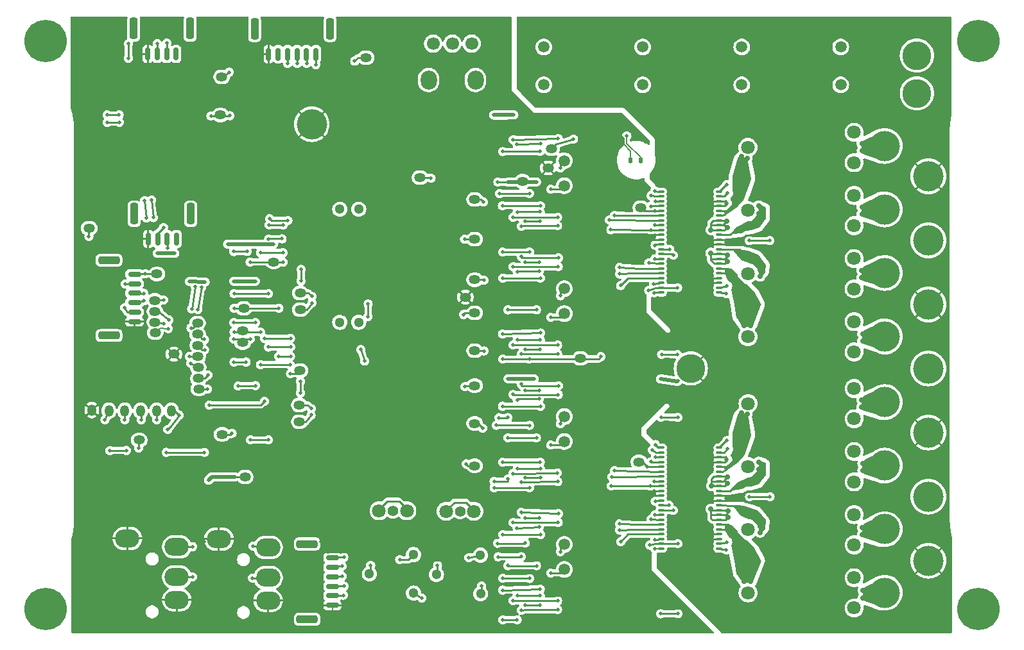
<source format=gbr>
%TF.GenerationSoftware,KiCad,Pcbnew,8.0.3*%
%TF.CreationDate,2024-09-02T13:54:09+02:00*%
%TF.ProjectId,uberamp1,75626572-616d-4703-912e-6b696361645f,rev?*%
%TF.SameCoordinates,Original*%
%TF.FileFunction,Copper,L2,Bot*%
%TF.FilePolarity,Positive*%
%FSLAX46Y46*%
G04 Gerber Fmt 4.6, Leading zero omitted, Abs format (unit mm)*
G04 Created by KiCad (PCBNEW 8.0.3) date 2024-09-02 13:54:09*
%MOMM*%
%LPD*%
G01*
G04 APERTURE LIST*
G04 Aperture macros list*
%AMRoundRect*
0 Rectangle with rounded corners*
0 $1 Rounding radius*
0 $2 $3 $4 $5 $6 $7 $8 $9 X,Y pos of 4 corners*
0 Add a 4 corners polygon primitive as box body*
4,1,4,$2,$3,$4,$5,$6,$7,$8,$9,$2,$3,0*
0 Add four circle primitives for the rounded corners*
1,1,$1+$1,$2,$3*
1,1,$1+$1,$4,$5*
1,1,$1+$1,$6,$7*
1,1,$1+$1,$8,$9*
0 Add four rect primitives between the rounded corners*
20,1,$1+$1,$2,$3,$4,$5,0*
20,1,$1+$1,$4,$5,$6,$7,0*
20,1,$1+$1,$6,$7,$8,$9,0*
20,1,$1+$1,$8,$9,$2,$3,0*%
%AMFreePoly0*
4,1,21,-0.800000,0.480000,-0.480000,0.800000,0.400000,0.800000,0.523607,0.780423,0.635114,0.723607,0.723607,0.635114,0.780423,0.523607,0.800000,0.400000,0.800000,-0.400000,0.780423,-0.523607,0.723607,-0.635114,0.635114,-0.723607,0.523607,-0.780423,0.400000,-0.800000,-0.400000,-0.800000,-0.523607,-0.780423,-0.635114,-0.723607,-0.723607,-0.635114,-0.780423,-0.523607,-0.800000,-0.400000,
-0.800000,0.480000,-0.800000,0.480000,$1*%
G04 Aperture macros list end*
%TA.AperFunction,ComponentPad*%
%ADD10C,3.600000*%
%TD*%
%TA.AperFunction,ConnectorPad*%
%ADD11C,5.600000*%
%TD*%
%TA.AperFunction,ComponentPad*%
%ADD12C,4.000000*%
%TD*%
%TA.AperFunction,ComponentPad*%
%ADD13C,3.200000*%
%TD*%
%TA.AperFunction,SMDPad,CuDef*%
%ADD14O,1.600000X3.000000*%
%TD*%
%TA.AperFunction,ComponentPad*%
%ADD15C,1.600000*%
%TD*%
%TA.AperFunction,ComponentPad*%
%ADD16RoundRect,0.540000X1.160000X-0.810000X1.160000X0.810000X-1.160000X0.810000X-1.160000X-0.810000X0*%
%TD*%
%TA.AperFunction,ComponentPad*%
%ADD17FreePoly0,270.000000*%
%TD*%
%TA.AperFunction,ComponentPad*%
%ADD18C,3.800000*%
%TD*%
%TA.AperFunction,SMDPad,CuDef*%
%ADD19O,1.500000X1.200000*%
%TD*%
%TA.AperFunction,SMDPad,CuDef*%
%ADD20O,0.805000X0.385000*%
%TD*%
%TA.AperFunction,SMDPad,CuDef*%
%ADD21C,4.000000*%
%TD*%
%TA.AperFunction,ComponentPad*%
%ADD22C,1.800000*%
%TD*%
%TA.AperFunction,SMDPad,CuDef*%
%ADD23C,1.300000*%
%TD*%
%TA.AperFunction,SMDPad,CuDef*%
%ADD24RoundRect,0.150000X-0.700000X0.150000X-0.700000X-0.150000X0.700000X-0.150000X0.700000X0.150000X0*%
%TD*%
%TA.AperFunction,SMDPad,CuDef*%
%ADD25RoundRect,0.250000X-1.150000X0.250000X-1.150000X-0.250000X1.150000X-0.250000X1.150000X0.250000X0*%
%TD*%
%TA.AperFunction,ComponentPad*%
%ADD26C,1.500000*%
%TD*%
%TA.AperFunction,SMDPad,CuDef*%
%ADD27RoundRect,0.150000X0.150000X0.700000X-0.150000X0.700000X-0.150000X-0.700000X0.150000X-0.700000X0*%
%TD*%
%TA.AperFunction,SMDPad,CuDef*%
%ADD28RoundRect,0.250000X0.250000X1.150000X-0.250000X1.150000X-0.250000X-1.150000X0.250000X-1.150000X0*%
%TD*%
%TA.AperFunction,SMDPad,CuDef*%
%ADD29C,1.500000*%
%TD*%
%TA.AperFunction,SMDPad,CuDef*%
%ADD30O,1.200000X1.500000*%
%TD*%
%TA.AperFunction,ComponentPad*%
%ADD31O,2.137656X2.508714*%
%TD*%
%TA.AperFunction,ComponentPad*%
%ADD32C,1.400000*%
%TD*%
%TA.AperFunction,SMDPad,CuDef*%
%ADD33O,3.200000X2.400000*%
%TD*%
%TA.AperFunction,ComponentPad*%
%ADD34C,1.300000*%
%TD*%
%TA.AperFunction,ComponentPad*%
%ADD35C,1.700000*%
%TD*%
%TA.AperFunction,SMDPad,CuDef*%
%ADD36RoundRect,0.212000X0.053000X0.178000X-0.053000X0.178000X-0.053000X-0.178000X0.053000X-0.178000X0*%
%TD*%
%TA.AperFunction,ViaPad*%
%ADD37C,0.500000*%
%TD*%
%TA.AperFunction,ViaPad*%
%ADD38C,1.000000*%
%TD*%
%TA.AperFunction,ViaPad*%
%ADD39C,2.500000*%
%TD*%
%TA.AperFunction,ViaPad*%
%ADD40C,0.700000*%
%TD*%
%TA.AperFunction,Conductor*%
%ADD41C,0.250000*%
%TD*%
%TA.AperFunction,Conductor*%
%ADD42C,0.150000*%
%TD*%
%TA.AperFunction,Conductor*%
%ADD43C,0.500000*%
%TD*%
G04 APERTURE END LIST*
D10*
%TO.P,H3,1,1*%
%TO.N,GND*%
X15080000Y-102960000D03*
D11*
X15080000Y-102960000D03*
%TD*%
D10*
%TO.P,H4,1,1*%
%TO.N,GND*%
X138080000Y-27960000D03*
D11*
X138080000Y-27960000D03*
%TD*%
D10*
%TO.P,H2,1,1*%
%TO.N,GND*%
X138080000Y-102960000D03*
D11*
X138080000Y-102960000D03*
%TD*%
D12*
%TO.P,U26,39,GND*%
%TO.N,GND*%
X27360000Y-42300000D03*
%TD*%
D13*
%TO.P,U9,33,pad*%
%TO.N,GND*%
X54100000Y-59370000D03*
%TD*%
D14*
%TO.P,U23,pad,pad*%
%TO.N,GND*%
X23990000Y-53510000D03*
D15*
X23985000Y-54210000D03*
X23985000Y-52820000D03*
%TD*%
D10*
%TO.P,H5,1,1*%
%TO.N,GND*%
X15080000Y-27960000D03*
D11*
X15080000Y-27960000D03*
%TD*%
D13*
%TO.P,U14,33,pad*%
%TO.N,GND*%
X54000000Y-74182651D03*
%TD*%
D16*
%TO.P,U18,9,PAD*%
%TO.N,GND*%
X68760000Y-39670000D03*
%TD*%
%TO.P,U19,9,PAD*%
%TO.N,GND*%
X60650000Y-40540000D03*
%TD*%
D17*
%TO.P,U29,pad,pad*%
%TO.N,GND*%
X29040000Y-83570000D03*
%TD*%
D18*
%TO.P,H6,1,1*%
%TO.N,GND*%
X100160000Y-71190000D03*
%TD*%
D19*
%TO.P,s15,1,1*%
%TO.N,/dsp/aux1*%
X29535000Y-66480000D03*
%TD*%
%TO.P,s20,1,1*%
%TO.N,/dsp/aux0*%
X29495000Y-62200000D03*
%TD*%
%TO.P,s38,1,1*%
%TO.N,Net-(U14-TDM_MODE_1{slash}scl)*%
X48550000Y-78222651D03*
%TD*%
D20*
%TO.P,IC1,1,1_GVDD_AB*%
%TO.N,Net-(IC1-1_GVDD_AB)*%
X96265000Y-61170000D03*
%TO.P,IC1,2,2_VDD*%
%TO.N,/12V*%
X96265000Y-60535000D03*
%TO.P,IC1,3,3_M1*%
%TO.N,Net-(IC1-3_M1)*%
X96265000Y-59900000D03*
%TO.P,IC1,4,4_M2*%
%TO.N,Net-(IC1-4_M2)*%
X96265000Y-59265000D03*
%TO.P,IC1,5,5_INPUT_A*%
%TO.N,/poweramp/in_a*%
X96265000Y-58630000D03*
%TO.P,IC1,6,6_INPUT_B*%
%TO.N,/poweramp/in_b*%
X96265000Y-57995000D03*
%TO.P,IC1,7,7_OC_ADJ*%
%TO.N,Net-(IC1-7_OC_ADJ)*%
X96265000Y-57360000D03*
%TO.P,IC1,8,8_FREQ_ADG*%
%TO.N,Net-(IC1-8_FREQ_ADG)*%
X96265000Y-56725000D03*
%TO.P,IC1,9,9_OSC_IOM*%
%TO.N,/poweramp/osc-*%
X96265000Y-56090000D03*
%TO.P,IC1,10,10_OSC_IOP*%
%TO.N,/poweramp/osc+*%
X96265000Y-55455000D03*
%TO.P,IC1,11,11_DVDD*%
%TO.N,/poweramp/DVDD*%
X96265000Y-54820000D03*
%TO.P,IC1,12,12_GND*%
%TO.N,GND*%
X96265000Y-54185000D03*
%TO.P,IC1,13,13_GND*%
X96265000Y-53550000D03*
%TO.P,IC1,14,14_AVDD*%
%TO.N,/poweramp/AVDD*%
X96265000Y-52915000D03*
%TO.P,IC1,15,15_C_START*%
%TO.N,Net-(IC1-15_C_START)*%
X96265000Y-52280000D03*
%TO.P,IC1,16,16_INPUT_C*%
%TO.N,/poweramp/in_c*%
X96265000Y-51645000D03*
%TO.P,IC1,17,17_INPUT_D*%
%TO.N,/poweramp/in_d*%
X96265000Y-51010000D03*
%TO.P,IC1,18,18_RESET*%
%TO.N,/poweramp/~reset*%
X96265000Y-50375000D03*
%TO.P,IC1,19,19_FAULT*%
%TO.N,Net-(IC1-19_FAULT)*%
X96265000Y-49740000D03*
%TO.P,IC1,20,20_VBG*%
%TO.N,Net-(IC1-20_VBG)*%
X96265000Y-49105000D03*
%TO.P,IC1,21,21_CLIP_OTW*%
%TO.N,Net-(IC1-21_CLIP_OTW)*%
X96265000Y-48470000D03*
%TO.P,IC1,22,22GVDD_CD*%
%TO.N,Net-(IC1-22GVDD_CD)*%
X96265000Y-47835000D03*
%TO.P,IC1,23,23_BST_D*%
%TO.N,Net-(IC1-23_BST_D)*%
X103900000Y-47835000D03*
%TO.P,IC1,24,24_BST_C*%
%TO.N,Net-(IC1-24_BST_C)*%
X103900000Y-48470000D03*
%TO.P,IC1,25,25_GND*%
%TO.N,GND*%
X103900000Y-49105000D03*
%TO.P,IC1,26,26_GND*%
X103900000Y-49740000D03*
%TO.P,IC1,27,27_OUT_D*%
%TO.N,/poweramp/sw0*%
X103900000Y-50375000D03*
%TO.P,IC1,28,28_OUT_D____________*%
X103900000Y-51010000D03*
%TO.P,IC1,29,29_PVDD_CD*%
%TO.N,PVDD*%
X103900000Y-51645000D03*
%TO.P,IC1,30,30_PVDD_CD*%
X103900000Y-52280000D03*
%TO.P,IC1,31,31_PVDD_CD*%
X103900000Y-52915000D03*
%TO.P,IC1,32,32_OUT_C*%
%TO.N,/poweramp/sw1*%
X103900000Y-53550000D03*
%TO.P,IC1,33,33_GND*%
%TO.N,GND*%
X103900000Y-54185000D03*
%TO.P,IC1,34,34_GND*%
X103900000Y-54820000D03*
%TO.P,IC1,35,35_OUT_B*%
%TO.N,/poweramp/sw2*%
X103900000Y-55455000D03*
%TO.P,IC1,36,36_PVDD_AB*%
%TO.N,PVDD*%
X103900000Y-56090000D03*
%TO.P,IC1,37,37_PVDD_AB*%
X103900000Y-56725000D03*
%TO.P,IC1,38,38_PVDD_AB*%
X103900000Y-57360000D03*
%TO.P,IC1,39,39_OUT_A*%
%TO.N,/poweramp/sw3*%
X103900000Y-57995000D03*
%TO.P,IC1,40,40_OUT_A____________*%
X103900000Y-58630000D03*
%TO.P,IC1,41,41_GND*%
%TO.N,GND*%
X103900000Y-59265000D03*
%TO.P,IC1,42,42_GND*%
X103900000Y-59900000D03*
%TO.P,IC1,43,43_BST_B*%
%TO.N,Net-(IC1-43_BST_B)*%
X103900000Y-60535000D03*
%TO.P,IC1,44,44_BST_A*%
%TO.N,Net-(IC1-44_BST_A)*%
X103900000Y-61170000D03*
%TD*%
D19*
%TO.P,s30,1,1*%
%TO.N,/poweramp/~reset*%
X93570000Y-49940000D03*
%TD*%
%TO.P,s58,1,1*%
%TO.N,/dac1/out3*%
X71670000Y-84050000D03*
%TD*%
%TO.P,s57,1,1*%
%TO.N,/dac0/out3*%
X71670000Y-63850000D03*
%TD*%
%TO.P,s45,1,1*%
%TO.N,/inputref*%
X85620000Y-69860000D03*
%TD*%
%TO.P,s18,1,1*%
%TO.N,/dsp/out_sd1*%
X35135000Y-66670000D03*
%TD*%
%TO.P,s55,1,1*%
%TO.N,/dac0/out2*%
X71670000Y-59470000D03*
%TD*%
D21*
%TO.P,TP24,1,1*%
%TO.N,GND*%
X50180000Y-38930000D03*
%TD*%
D19*
%TO.P,s44,1,1*%
%TO.N,/supplies/15V*%
X64450000Y-45970000D03*
%TD*%
%TO.P,s27,1,1*%
%TO.N,Net-(U22-ADDR1{slash}CDATA{slash}WB)*%
X35105000Y-65200000D03*
%TD*%
%TO.P,s42,1,1*%
%TO.N,/12V*%
X77950000Y-46460000D03*
%TD*%
%TO.P,s19,1,1*%
%TO.N,/dsp/aux3*%
X29495000Y-63680000D03*
%TD*%
D22*
%TO.P,L4,1,1*%
%TO.N,/poweramp/out0*%
X121700000Y-44000000D03*
X121700000Y-40000000D03*
%TO.P,L4,2,2*%
%TO.N,/poweramp/sw0*%
X107700000Y-42000000D03*
%TD*%
D21*
%TO.P,TP15,1,1*%
%TO.N,unconnected-(TP15-Pad1)*%
X131490000Y-71194998D03*
%TD*%
D19*
%TO.P,s51,1,1*%
%TO.N,/dac0/out0*%
X71670000Y-48870000D03*
%TD*%
D22*
%TO.P,L2,1,1*%
%TO.N,/poweramp/out2*%
X121700000Y-60666666D03*
X121700000Y-56666666D03*
%TO.P,L2,2,2*%
%TO.N,/poweramp/sw2*%
X107700000Y-58666666D03*
%TD*%
D23*
%TO.P,RV3,1,1*%
%TO.N,/inputref*%
X72445000Y-100940000D03*
%TO.P,RV3,2,2*%
%TO.N,Net-(U7A--)*%
X66625000Y-98400000D03*
%TO.P,RV3,3,3*%
%TO.N,Net-(R74-Pad1)*%
X72435000Y-95850000D03*
%TD*%
D22*
%TO.P,L7,1,1*%
%TO.N,/poweramp1/out1*%
X121712500Y-86158333D03*
X121712500Y-82158333D03*
%TO.P,L7,2,2*%
%TO.N,/poweramp1/sw1*%
X107712500Y-84158333D03*
%TD*%
D19*
%TO.P,s13,1,1*%
%TO.N,/dsp/sd1in*%
X35155000Y-68140000D03*
%TD*%
D24*
%TO.P,J3,1,Pin_1*%
%TO.N,/dsp/+3v3_a*%
X26805000Y-58740000D03*
%TO.P,J3,2,Pin_2*%
%TO.N,Net-(J3-Pin_2)*%
X26805000Y-59990000D03*
%TO.P,J3,3,Pin_3*%
%TO.N,Net-(J3-Pin_3)*%
X26805000Y-61240000D03*
%TO.P,J3,4,Pin_4*%
%TO.N,Net-(J3-Pin_4)*%
X26805000Y-62490000D03*
%TO.P,J3,5,Pin_5*%
%TO.N,Net-(J3-Pin_5)*%
X26805000Y-63740000D03*
%TO.P,J3,6,Pin_6*%
%TO.N,GND*%
X26805000Y-64990000D03*
D25*
%TO.P,J3,MP*%
%TO.N,N/C*%
X23455000Y-56890000D03*
X23455000Y-66840000D03*
%TD*%
D21*
%TO.P,TP8,1,1*%
%TO.N,/poweramp1/out1*%
X125737500Y-84016668D03*
%TD*%
D26*
%TO.P,C128,1*%
%TO.N,PVDD*%
X106886666Y-28730000D03*
%TO.P,C128,2*%
%TO.N,GND*%
X106886666Y-33730000D03*
%TD*%
D27*
%TO.P,J4,1,Pin_1*%
%TO.N,unconnected-(J4-Pin_1-Pad1)*%
X32365000Y-54100000D03*
%TO.P,J4,2,Pin_2*%
%TO.N,/dsp/i2c_scl*%
X31115000Y-54100000D03*
%TO.P,J4,3,Pin_3*%
%TO.N,/dsp/i2c_sda*%
X29865000Y-54100000D03*
%TO.P,J4,4,Pin_4*%
%TO.N,GND*%
X28615000Y-54100000D03*
D28*
%TO.P,J4,MP*%
%TO.N,N/C*%
X34215000Y-50750000D03*
X26765000Y-50750000D03*
%TD*%
D19*
%TO.P,s54,1,1*%
%TO.N,/dac1/out1*%
X71670000Y-73460000D03*
%TD*%
D26*
%TO.P,C162,1*%
%TO.N,PVDD*%
X80780000Y-28730000D03*
%TO.P,C162,2*%
%TO.N,GND*%
X80780000Y-33730000D03*
%TD*%
D19*
%TO.P,s24,1,1*%
%TO.N,/dac0/data_out*%
X48620000Y-71472651D03*
%TD*%
%TO.P,s21,1,1*%
%TO.N,/dsp/+3v3_a*%
X29760000Y-58710000D03*
%TD*%
D29*
%TO.P,s5,1,1*%
%TO.N,Net-(U5B--)*%
X83480000Y-80836666D03*
%TD*%
D19*
%TO.P,s9,1,1*%
%TO.N,/dac0/mclk*%
X38360000Y-79890000D03*
%TD*%
D30*
%TO.P,s49,1,1*%
%TO.N,GND*%
X21180000Y-76690000D03*
%TD*%
D21*
%TO.P,TP9,1,1*%
%TO.N,GND*%
X131490000Y-45810000D03*
%TD*%
%TO.P,TP12,1,1*%
%TO.N,GND*%
X131490000Y-96580000D03*
%TD*%
D22*
%TO.P,L8,1,1*%
%TO.N,/poweramp1/out0*%
X121712500Y-77825000D03*
X121712500Y-73825000D03*
%TO.P,L8,2,2*%
%TO.N,/poweramp1/sw0*%
X107712500Y-75825000D03*
%TD*%
D19*
%TO.P,s46,1,1*%
%TO.N,/fan-control/fan+*%
X81830000Y-42150000D03*
%TD*%
D31*
%TO.P,L9,1,1*%
%TO.N,/supplies/15V*%
X71766828Y-33080000D03*
%TO.P,L9,2,2*%
%TO.N,Net-(U18-SW)*%
X65593172Y-33080000D03*
%TD*%
D19*
%TO.P,s39,1,1*%
%TO.N,Net-(U9-TDM_MODE_0{slash}sda)*%
X48650000Y-61210000D03*
%TD*%
%TO.P,s43,1,1*%
%TO.N,+5V*%
X41400000Y-85500000D03*
%TD*%
D29*
%TO.P,s2,1,1*%
%TO.N,Net-(U4A--)*%
X83470000Y-60650000D03*
%TD*%
D22*
%TO.P,L3,1,1*%
%TO.N,/poweramp/out1*%
X121700000Y-52333333D03*
X121700000Y-48333333D03*
%TO.P,L3,2,2*%
%TO.N,/poweramp/sw1*%
X107700000Y-50333333D03*
%TD*%
D19*
%TO.P,s23,1,1*%
%TO.N,/dac0/data_in*%
X45170000Y-57110000D03*
%TD*%
%TO.P,s29,1,1*%
%TO.N,/esp32/gpio0*%
X38310000Y-32690000D03*
%TD*%
D18*
%TO.P,J10,1,minus1*%
%TO.N,GND*%
X129980000Y-34850000D03*
%TO.P,J10,2,plus*%
%TO.N,PVDD*%
X129980000Y-29850000D03*
%TD*%
D19*
%TO.P,s8,1,1*%
%TO.N,Net-(U22-MP4)*%
X35235000Y-72510000D03*
%TD*%
%TO.P,s50,1,1*%
%TO.N,GND*%
X70440000Y-61770000D03*
%TD*%
%TO.P,s56,1,1*%
%TO.N,/dac1/out2*%
X71670000Y-78450000D03*
%TD*%
D32*
%TO.P,J2,1,In*%
%TO.N,Net-(J2-In)*%
X69730000Y-90055000D03*
D22*
%TO.P,J2,2,Ext*%
%TO.N,Net-(D17-K)*%
X67900000Y-90055000D03*
X71560000Y-90055000D03*
%TD*%
D29*
%TO.P,s6,1,1*%
%TO.N,Net-(U6A--)*%
X83470000Y-94443334D03*
%TD*%
D19*
%TO.P,s22,1,1*%
%TO.N,+3.3V*%
X20830000Y-52660000D03*
%TD*%
D21*
%TO.P,TP7,1,1*%
%TO.N,/poweramp1/out2*%
X125737500Y-92408334D03*
%TD*%
D33*
%TO.P,J8,R1*%
%TO.N,/dsp/line_out/lineout1*%
X32370000Y-98735000D03*
%TO.P,J8,R2*%
%TO.N,GND*%
X32370000Y-101735000D03*
%TO.P,J8,S*%
X25870000Y-93635000D03*
%TO.P,J8,T*%
%TO.N,/dsp/line_out/lineout0*%
X32370000Y-94735000D03*
%TD*%
D19*
%TO.P,s25,1,1*%
%TO.N,/pg*%
X57330000Y-30140000D03*
%TD*%
D30*
%TO.P,s33,1,1*%
%TO.N,Net-(C159-Pad1)*%
X27625000Y-76770000D03*
%TD*%
D34*
%TO.P,C39,1*%
%TO.N,/dac supply/vref*%
X56370000Y-65090000D03*
%TO.P,C39,2*%
%TO.N,GND*%
X53870000Y-65090000D03*
%TD*%
D21*
%TO.P,TP10,1,1*%
%TO.N,GND*%
X131490000Y-62733332D03*
%TD*%
D29*
%TO.P,s7,1,1*%
%TO.N,Net-(U6B--)*%
X83480000Y-97733334D03*
%TD*%
D26*
%TO.P,C127,1*%
%TO.N,PVDD*%
X93833333Y-28730000D03*
%TO.P,C127,2*%
%TO.N,GND*%
X93833333Y-33730000D03*
%TD*%
D19*
%TO.P,s31,1,1*%
%TO.N,/poweramp1/~reset*%
X93320000Y-83530000D03*
%TD*%
D21*
%TO.P,TP14,1,1*%
%TO.N,unconnected-(TP14-Pad1)*%
X131490000Y-88118330D03*
%TD*%
D27*
%TO.P,J7,1,Pin_1*%
%TO.N,Net-(J7-Pin_1)*%
X50740000Y-29680000D03*
%TO.P,J7,2,Pin_2*%
%TO.N,Net-(J7-Pin_2)*%
X49490000Y-29680000D03*
%TO.P,J7,3,Pin_3*%
%TO.N,Net-(J7-Pin_3)*%
X48240000Y-29680000D03*
%TO.P,J7,4,Pin_4*%
%TO.N,Net-(J7-Pin_4)*%
X46990000Y-29680000D03*
%TO.P,J7,5,Pin_5*%
%TO.N,unconnected-(J7-Pin_5-Pad5)*%
X45740000Y-29680000D03*
%TO.P,J7,6,Pin_6*%
%TO.N,GND*%
X44490000Y-29680000D03*
D28*
%TO.P,J7,MP*%
%TO.N,N/C*%
X52590000Y-26330000D03*
X42640000Y-26330000D03*
%TD*%
D35*
%TO.P,U20,1,VI*%
%TO.N,/supplies/15V*%
X71270000Y-28280000D03*
%TO.P,U20,2,GND*%
%TO.N,GND*%
X68730000Y-28280000D03*
%TO.P,U20,3,VO*%
%TO.N,Net-(U20-VO)*%
X66190000Y-28280000D03*
%TD*%
D29*
%TO.P,s4,1,1*%
%TO.N,Net-(U5A--)*%
X83470000Y-77546666D03*
%TD*%
D19*
%TO.P,s11,1,1*%
%TO.N,Net-(U22-MP5)*%
X35185000Y-71030000D03*
%TD*%
%TO.P,s17,1,1*%
%TO.N,/dac0/data_in*%
X41060000Y-67770000D03*
%TD*%
D21*
%TO.P,TP3,1,1*%
%TO.N,/poweramp/out1*%
X125750000Y-50191668D03*
%TD*%
%TO.P,TP1,1,1*%
%TO.N,/poweramp/out3*%
X125750000Y-66975002D03*
%TD*%
D27*
%TO.P,J11,1,Pin_1*%
%TO.N,unconnected-(J11-Pin_1-Pad1)*%
X32295000Y-29640000D03*
%TO.P,J11,2,Pin_2*%
%TO.N,/dsp/i2c_scl*%
X31045000Y-29640000D03*
%TO.P,J11,3,Pin_3*%
%TO.N,/dsp/i2c_sda*%
X29795000Y-29640000D03*
%TO.P,J11,4,Pin_4*%
%TO.N,GND*%
X28545000Y-29640000D03*
D28*
%TO.P,J11,MP*%
%TO.N,N/C*%
X34145000Y-26290000D03*
X26695000Y-26290000D03*
%TD*%
D29*
%TO.P,s0,1,1*%
%TO.N,Net-(U1A--)*%
X83470000Y-43753334D03*
%TD*%
D21*
%TO.P,TP13,1,1*%
%TO.N,unconnected-(TP13-Pad1)*%
X131490000Y-54271666D03*
%TD*%
D19*
%TO.P,s48,1,1*%
%TO.N,GND*%
X32000000Y-69300000D03*
%TD*%
%TO.P,s53,1,1*%
%TO.N,/dac0/out1*%
X71670000Y-54090000D03*
%TD*%
D29*
%TO.P,s3,1,1*%
%TO.N,Net-(U4B--)*%
X83480000Y-63940000D03*
%TD*%
D19*
%TO.P,s37,1,1*%
%TO.N,Net-(U9-TDM_MODE_1{slash}scl)*%
X48650000Y-63410000D03*
%TD*%
D22*
%TO.P,L1,1,1*%
%TO.N,/poweramp/out3*%
X121700000Y-69000000D03*
X121700000Y-65000000D03*
%TO.P,L1,2,2*%
%TO.N,/poweramp/sw3*%
X107700000Y-67000000D03*
%TD*%
D19*
%TO.P,s12,1,1*%
%TO.N,/dac0/bclk*%
X41200000Y-63260000D03*
%TD*%
D21*
%TO.P,TP6,1,1*%
%TO.N,/poweramp1/out0*%
X125737500Y-75625002D03*
%TD*%
D29*
%TO.P,s1,1,1*%
%TO.N,Net-(U1B--)*%
X83480000Y-47043334D03*
%TD*%
D19*
%TO.P,s41,1,1*%
%TO.N,/dsp/-5V*%
X27420000Y-80640000D03*
%TD*%
D32*
%TO.P,J9,1,In*%
%TO.N,Net-(J9-In)*%
X60885000Y-89975000D03*
D22*
%TO.P,J9,2,Ext*%
%TO.N,Net-(D23-K)*%
X59055000Y-89975000D03*
X62715000Y-89975000D03*
%TD*%
D26*
%TO.P,C132,1*%
%TO.N,PVDD*%
X119940000Y-28730000D03*
%TO.P,C132,2*%
%TO.N,GND*%
X119940000Y-33730000D03*
%TD*%
D24*
%TO.P,J12,1,Pin_1*%
%TO.N,+5V*%
X52920000Y-96215000D03*
%TO.P,J12,2,Pin_2*%
%TO.N,/dsp/-5V*%
X52920000Y-97465000D03*
%TO.P,J12,3,Pin_3*%
%TO.N,/dsp/audio_input/adc0*%
X52920000Y-98715000D03*
%TO.P,J12,4,Pin_4*%
%TO.N,/dsp/audio_input/adc1*%
X52920000Y-99965000D03*
%TO.P,J12,5,Pin_5*%
%TO.N,/dsp/fakegnd*%
X52920000Y-101215000D03*
%TO.P,J12,6,Pin_6*%
%TO.N,GND*%
X52920000Y-102465000D03*
D25*
%TO.P,J12,MP*%
%TO.N,N/C*%
X49570000Y-94365000D03*
X49570000Y-104315000D03*
%TD*%
D34*
%TO.P,C4,1*%
%TO.N,/dac0/AVDD*%
X56370000Y-50160000D03*
%TO.P,C4,2*%
%TO.N,GND*%
X53870000Y-50160000D03*
%TD*%
D30*
%TO.P,s35,1,1*%
%TO.N,/dsp/line_out/lineout3*%
X23425000Y-76770000D03*
%TD*%
D19*
%TO.P,s10,1,1*%
%TO.N,/dac0/lrclk*%
X41070000Y-66170000D03*
%TD*%
D21*
%TO.P,TP2,1,1*%
%TO.N,/poweramp/out2*%
X125750000Y-58583334D03*
%TD*%
D19*
%TO.P,s28,1,1*%
%TO.N,Net-(Q2-C)*%
X38140000Y-37710000D03*
%TD*%
D22*
%TO.P,L5,1,1*%
%TO.N,/poweramp1/out3*%
X121712500Y-102825000D03*
X121712500Y-98825000D03*
%TO.P,L5,2,2*%
%TO.N,/poweramp1/sw3*%
X107712500Y-100825000D03*
%TD*%
D30*
%TO.P,s32,1,1*%
%TO.N,Net-(C158-Pad1)*%
X29725000Y-76770000D03*
%TD*%
D19*
%TO.P,s16,1,1*%
%TO.N,/dsp/aux2*%
X29505000Y-65070000D03*
%TD*%
%TO.P,s26,1,1*%
%TO.N,Net-(U22-SELFBOOT)*%
X35275000Y-73880000D03*
%TD*%
D22*
%TO.P,L6,1,1*%
%TO.N,/poweramp1/out2*%
X121712500Y-94491666D03*
X121712500Y-90491666D03*
%TO.P,L6,2,2*%
%TO.N,/poweramp1/sw2*%
X107712500Y-92491666D03*
%TD*%
D21*
%TO.P,TP11,1,1*%
%TO.N,GND*%
X131490000Y-79656664D03*
%TD*%
D19*
%TO.P,s40,1,1*%
%TO.N,Net-(U14-TDM_MODE_0{slash}sda)*%
X48550000Y-76022651D03*
%TD*%
%TO.P,s14,1,1*%
%TO.N,/dsp/sd0in*%
X35135000Y-69630000D03*
%TD*%
D20*
%TO.P,IC2,1,1_GVDD_AB*%
%TO.N,Net-(IC2-1_GVDD_AB)*%
X96277500Y-94995000D03*
%TO.P,IC2,2,2_VDD*%
%TO.N,/12V*%
X96277500Y-94360000D03*
%TO.P,IC2,3,3_M1*%
%TO.N,Net-(IC2-3_M1)*%
X96277500Y-93725000D03*
%TO.P,IC2,4,4_M2*%
%TO.N,Net-(IC2-4_M2)*%
X96277500Y-93090000D03*
%TO.P,IC2,5,5_INPUT_A*%
%TO.N,/poweramp1/in_a*%
X96277500Y-92455000D03*
%TO.P,IC2,6,6_INPUT_B*%
%TO.N,/poweramp1/in_b*%
X96277500Y-91820000D03*
%TO.P,IC2,7,7_OC_ADJ*%
%TO.N,Net-(IC2-7_OC_ADJ)*%
X96277500Y-91185000D03*
%TO.P,IC2,8,8_FREQ_ADG*%
%TO.N,Net-(IC2-8_FREQ_ADG)*%
X96277500Y-90550000D03*
%TO.P,IC2,9,9_OSC_IOM*%
%TO.N,/poweramp/osc-*%
X96277500Y-89915000D03*
%TO.P,IC2,10,10_OSC_IOP*%
%TO.N,/poweramp/osc+*%
X96277500Y-89280000D03*
%TO.P,IC2,11,11_DVDD*%
%TO.N,/poweramp1/DVDD*%
X96277500Y-88645000D03*
%TO.P,IC2,12,12_GND*%
%TO.N,GND*%
X96277500Y-88010000D03*
%TO.P,IC2,13,13_GND*%
X96277500Y-87375000D03*
%TO.P,IC2,14,14_AVDD*%
%TO.N,/poweramp1/AVDD*%
X96277500Y-86740000D03*
%TO.P,IC2,15,15_C_START*%
%TO.N,Net-(IC2-15_C_START)*%
X96277500Y-86105000D03*
%TO.P,IC2,16,16_INPUT_C*%
%TO.N,/poweramp1/in_c*%
X96277500Y-85470000D03*
%TO.P,IC2,17,17_INPUT_D*%
%TO.N,/poweramp1/in_d*%
X96277500Y-84835000D03*
%TO.P,IC2,18,18_RESET*%
%TO.N,/poweramp1/~reset*%
X96277500Y-84200000D03*
%TO.P,IC2,19,19_FAULT*%
%TO.N,Net-(IC2-19_FAULT)*%
X96277500Y-83565000D03*
%TO.P,IC2,20,20_VBG*%
%TO.N,Net-(IC2-20_VBG)*%
X96277500Y-82930000D03*
%TO.P,IC2,21,21_CLIP_OTW*%
%TO.N,Net-(IC2-21_CLIP_OTW)*%
X96277500Y-82295000D03*
%TO.P,IC2,22,22GVDD_CD*%
%TO.N,Net-(IC2-22GVDD_CD)*%
X96277500Y-81660000D03*
%TO.P,IC2,23,23_BST_D*%
%TO.N,Net-(IC2-23_BST_D)*%
X103912500Y-81660000D03*
%TO.P,IC2,24,24_BST_C*%
%TO.N,Net-(IC2-24_BST_C)*%
X103912500Y-82295000D03*
%TO.P,IC2,25,25_GND*%
%TO.N,GND*%
X103912500Y-82930000D03*
%TO.P,IC2,26,26_GND*%
X103912500Y-83565000D03*
%TO.P,IC2,27,27_OUT_D*%
%TO.N,/poweramp1/sw0*%
X103912500Y-84200000D03*
%TO.P,IC2,28,28_OUT_D____________*%
X103912500Y-84835000D03*
%TO.P,IC2,29,29_PVDD_CD*%
%TO.N,PVDD*%
X103912500Y-85470000D03*
%TO.P,IC2,30,30_PVDD_CD*%
X103912500Y-86105000D03*
%TO.P,IC2,31,31_PVDD_CD*%
X103912500Y-86740000D03*
%TO.P,IC2,32,32_OUT_C*%
%TO.N,/poweramp1/sw1*%
X103912500Y-87375000D03*
%TO.P,IC2,33,33_GND*%
%TO.N,GND*%
X103912500Y-88010000D03*
%TO.P,IC2,34,34_GND*%
X103912500Y-88645000D03*
%TO.P,IC2,35,35_OUT_B*%
%TO.N,/poweramp1/sw2*%
X103912500Y-89280000D03*
%TO.P,IC2,36,36_PVDD_AB*%
%TO.N,PVDD*%
X103912500Y-89915000D03*
%TO.P,IC2,37,37_PVDD_AB*%
X103912500Y-90550000D03*
%TO.P,IC2,38,38_PVDD_AB*%
X103912500Y-91185000D03*
%TO.P,IC2,39,39_OUT_A*%
%TO.N,/poweramp1/sw3*%
X103912500Y-91820000D03*
%TO.P,IC2,40,40_OUT_A____________*%
X103912500Y-92455000D03*
%TO.P,IC2,41,41_GND*%
%TO.N,GND*%
X103912500Y-93090000D03*
%TO.P,IC2,42,42_GND*%
X103912500Y-93725000D03*
%TO.P,IC2,43,43_BST_B*%
%TO.N,Net-(IC2-43_BST_B)*%
X103912500Y-94360000D03*
%TO.P,IC2,44,44_BST_A*%
%TO.N,Net-(IC2-44_BST_A)*%
X103912500Y-94995000D03*
%TD*%
D23*
%TO.P,RV4,1,1*%
%TO.N,/inputref*%
X63600000Y-100860000D03*
%TO.P,RV4,2,2*%
%TO.N,Net-(U8A--)*%
X57780000Y-98320000D03*
%TO.P,RV4,3,3*%
%TO.N,Net-(R102-Pad1)*%
X63590000Y-95770000D03*
%TD*%
D36*
%TO.P,TH2,1*%
%TO.N,Net-(U13--)*%
X93575000Y-43710000D03*
%TO.P,TH2,2*%
%TO.N,GND*%
X92205000Y-43710000D03*
%TD*%
D30*
%TO.P,s34,1,1*%
%TO.N,/dsp/line_out/lineout2*%
X25525000Y-76770000D03*
%TD*%
D21*
%TO.P,TP4,1,1*%
%TO.N,/poweramp/out0*%
X125750000Y-41800002D03*
%TD*%
D19*
%TO.P,s52,1,1*%
%TO.N,/dac1/out0*%
X71670000Y-68850000D03*
%TD*%
D30*
%TO.P,s36,1,1*%
%TO.N,/dsp/fakegnd*%
X31665000Y-76790000D03*
%TD*%
D33*
%TO.P,J6,R1*%
%TO.N,Net-(D22-A2)*%
X44430000Y-98825000D03*
%TO.P,J6,R2*%
%TO.N,GND*%
X44430000Y-101825000D03*
%TO.P,J6,S*%
X37930000Y-93725000D03*
%TO.P,J6,T*%
%TO.N,Net-(D21-A2)*%
X44430000Y-94825000D03*
%TD*%
D21*
%TO.P,TP5,1,1*%
%TO.N,/poweramp1/out3*%
X125737500Y-100800002D03*
%TD*%
D19*
%TO.P,s47,1,1*%
%TO.N,GND*%
X81350000Y-44720000D03*
%TD*%
D37*
%TO.N,GND*%
X36450000Y-47580000D03*
D38*
X127600000Y-90110000D03*
D37*
X32760000Y-91050000D03*
X50600000Y-44520000D03*
X81550000Y-71410000D03*
X53040000Y-67210000D03*
X30510000Y-75470000D03*
X22450000Y-69350000D03*
X52320000Y-95410000D03*
X95410000Y-53560000D03*
X23380000Y-25860000D03*
X44360000Y-25920000D03*
X51440000Y-94040000D03*
X28560000Y-36260000D03*
D38*
X127480000Y-73230000D03*
D37*
X80000000Y-44350000D03*
X54600000Y-40580000D03*
X106430000Y-103920000D03*
D38*
X109850000Y-98700000D03*
D37*
X86120000Y-52330000D03*
X31010000Y-60730000D03*
D38*
X104950000Y-78390000D03*
D37*
X56070000Y-43210000D03*
X20600000Y-93040000D03*
X63830000Y-42240000D03*
D38*
X110160000Y-64330000D03*
D37*
X89250000Y-100870000D03*
X84330000Y-88180000D03*
X26990000Y-45280000D03*
D38*
X114550000Y-99050000D03*
X116075000Y-39325000D03*
D37*
X28150000Y-94870000D03*
D38*
X108850000Y-39430000D03*
D37*
X21810000Y-36880000D03*
X32960000Y-75720000D03*
X19330000Y-56950000D03*
X49700000Y-88230000D03*
X84230000Y-54380000D03*
X24475000Y-75250000D03*
D38*
X109070000Y-44360000D03*
D37*
X36710000Y-39710000D03*
X53910000Y-45640000D03*
X25670000Y-34490000D03*
X90360000Y-42840000D03*
X86200000Y-77910000D03*
X20920000Y-32900000D03*
X25790000Y-80600000D03*
X86320000Y-86460000D03*
X40780000Y-91130000D03*
D38*
X116150000Y-47800000D03*
D37*
X19990000Y-77040000D03*
X66150000Y-68440000D03*
X89290000Y-105020000D03*
X93550000Y-80570000D03*
X30820000Y-33620000D03*
X65140000Y-42160000D03*
D38*
X114460000Y-94950000D03*
D37*
X41450000Y-52630000D03*
D38*
X127520000Y-56110000D03*
X104480000Y-45310000D03*
D37*
X65860000Y-42870000D03*
X81500000Y-88280000D03*
D38*
X115900000Y-86440000D03*
D37*
X84210000Y-85846666D03*
X47390000Y-58140000D03*
D38*
X102480000Y-46890000D03*
D37*
X19160000Y-68850000D03*
D38*
X110612500Y-89655000D03*
X109180000Y-72600000D03*
D37*
X81380000Y-104890000D03*
X56590000Y-56360000D03*
X22820000Y-83040000D03*
X28310000Y-57660000D03*
X95850000Y-63880000D03*
X80470000Y-78026666D03*
X26672487Y-75257487D03*
D38*
X105260000Y-65020000D03*
D37*
X94550000Y-71440000D03*
D38*
X101912500Y-80425000D03*
D37*
X29340000Y-98560000D03*
X73750000Y-75920000D03*
D38*
X114412500Y-86425000D03*
X127450000Y-64570000D03*
D37*
X38950000Y-49160000D03*
D38*
X109360000Y-81690000D03*
X114400000Y-52600000D03*
D37*
X31240000Y-62850000D03*
X57010000Y-94320000D03*
D38*
X104310000Y-35600000D03*
D37*
X22950000Y-41580000D03*
X80470000Y-94923334D03*
X39320000Y-83540000D03*
X54170000Y-27110000D03*
D38*
X109010000Y-78790000D03*
D37*
X94300003Y-66340000D03*
X81540000Y-54450000D03*
X44280000Y-35050000D03*
X30920000Y-66770000D03*
X92840000Y-95070000D03*
X50960000Y-25680000D03*
X85940000Y-38190000D03*
X58300000Y-85520000D03*
X33840000Y-71410000D03*
X22810000Y-80010000D03*
D38*
X103887500Y-96200000D03*
D37*
X40475000Y-42660000D03*
X95362500Y-87385000D03*
D38*
X122240000Y-36000000D03*
D37*
X74750000Y-27770000D03*
X58140000Y-43740000D03*
X19630000Y-29860000D03*
X94660000Y-74240000D03*
D38*
X84620000Y-35300000D03*
D37*
X80470000Y-61130000D03*
X47230000Y-66180000D03*
X85320000Y-74160000D03*
D38*
X90910000Y-32470000D03*
D37*
X39770000Y-103070000D03*
X42680000Y-79050000D03*
X69740000Y-32770000D03*
X33940000Y-96580000D03*
D38*
X105100000Y-43310000D03*
D37*
X29330000Y-68550000D03*
X32900000Y-73170000D03*
X30530000Y-48940000D03*
X37610000Y-87740000D03*
D38*
X114530000Y-42140000D03*
X113990000Y-46660000D03*
D37*
X38780000Y-69710000D03*
X35690000Y-56380000D03*
D38*
X116087500Y-73150000D03*
D37*
X96270000Y-96570000D03*
X21100000Y-58090000D03*
X43740000Y-31570000D03*
X33730000Y-83100000D03*
X72090000Y-98260000D03*
X56430000Y-77282651D03*
D38*
X110560000Y-52820000D03*
D37*
X41010000Y-25530000D03*
X26700000Y-54980000D03*
X47290000Y-72952651D03*
D38*
X105040000Y-98210000D03*
X127590000Y-47890000D03*
D37*
X29565000Y-88310000D03*
X88340000Y-40900000D03*
D38*
X116150000Y-45125000D03*
D37*
X73300000Y-66420000D03*
X20730000Y-60520000D03*
D38*
X113900000Y-55820000D03*
D37*
X62670000Y-77510000D03*
X92200000Y-105020000D03*
X20980000Y-98160000D03*
X33590000Y-58120000D03*
X36020000Y-94090000D03*
D38*
X127420000Y-98360000D03*
D37*
X41420000Y-101350000D03*
D38*
X114930000Y-61230000D03*
D37*
X47760000Y-93260000D03*
X23520000Y-90370000D03*
D38*
X116010000Y-89830000D03*
D37*
X26030000Y-68580000D03*
X46190000Y-33010000D03*
X56720000Y-45920000D03*
X57230000Y-45360000D03*
X63690000Y-29420000D03*
X32810000Y-61300000D03*
X97750000Y-43370000D03*
D38*
X84520000Y-32600000D03*
D37*
X84120000Y-96280000D03*
X32500000Y-71930000D03*
X93760000Y-46380000D03*
X74700000Y-33450000D03*
X24825000Y-83270000D03*
X95675000Y-46195000D03*
X20130000Y-56950000D03*
X29080000Y-101320000D03*
X80770000Y-31850000D03*
X56600000Y-71092651D03*
D38*
X114210000Y-89750000D03*
X91110000Y-35630000D03*
X110110000Y-60650000D03*
D37*
X84210000Y-102743334D03*
X89570000Y-46000000D03*
X86110000Y-61590000D03*
X25890000Y-70380000D03*
D38*
X109160000Y-69050000D03*
D37*
X60140000Y-76600000D03*
X55120000Y-102780000D03*
X38420000Y-99780000D03*
X85160000Y-46060000D03*
X67640000Y-85900000D03*
X85380000Y-68420000D03*
D38*
X116100000Y-55850000D03*
D37*
X46720000Y-101960000D03*
X57970000Y-59630000D03*
X36580000Y-61890000D03*
X34060000Y-92580000D03*
D38*
X101672500Y-96655000D03*
D37*
X21540000Y-65270000D03*
X72090000Y-39300000D03*
D38*
X126160000Y-36860000D03*
D37*
X44810000Y-38920000D03*
X30390000Y-44980000D03*
X73070000Y-85730000D03*
X51090000Y-66482651D03*
X48100000Y-98980000D03*
X31170000Y-39970000D03*
X53160000Y-52420000D03*
X19510000Y-70490000D03*
X27630000Y-66020000D03*
X48450000Y-46520000D03*
X58180000Y-74352651D03*
X66080000Y-94430000D03*
X34670000Y-101480000D03*
X35810000Y-34400000D03*
X44560000Y-84880000D03*
X20930000Y-57160000D03*
X28485000Y-72820000D03*
X24400000Y-88710000D03*
D38*
X96200000Y-35960000D03*
D37*
X74870000Y-30540000D03*
X53760000Y-88910000D03*
X21100000Y-58880000D03*
D38*
X127610000Y-81730000D03*
D37*
X28965000Y-79810000D03*
X59340000Y-26070000D03*
D38*
X109030000Y-36600000D03*
D37*
X36600000Y-58640000D03*
X57250000Y-44160000D03*
X46280000Y-103760000D03*
X92060000Y-61560000D03*
X62410000Y-98180000D03*
X22990000Y-55590000D03*
X42060000Y-74810000D03*
X94360000Y-100180000D03*
X46820000Y-96170000D03*
X74330000Y-95010000D03*
X41370000Y-94830000D03*
X65150000Y-98240000D03*
X103350000Y-103870000D03*
X41080000Y-77350000D03*
X63380000Y-47830000D03*
X85820000Y-63060000D03*
X55170000Y-46040000D03*
D38*
X116162500Y-78950000D03*
D37*
X19470000Y-40130000D03*
D39*
X100440000Y-88210000D03*
D38*
X109090000Y-46970000D03*
D37*
X65940000Y-78500000D03*
X47230000Y-61220000D03*
D38*
X115660000Y-69390000D03*
D37*
X29065000Y-75280000D03*
X89170000Y-71320000D03*
X35345000Y-80630000D03*
X95460003Y-66660000D03*
X21880000Y-103240000D03*
X71890000Y-42910000D03*
X44370000Y-89630000D03*
X39490000Y-46620000D03*
X37110000Y-101310000D03*
X52880000Y-49390000D03*
X66585000Y-58850000D03*
D38*
X116620000Y-32370000D03*
D37*
X23335000Y-70870000D03*
X24760000Y-58770000D03*
X42610000Y-103220000D03*
X92710000Y-88220000D03*
X56160000Y-29110000D03*
X85410000Y-42910000D03*
X93290000Y-55810000D03*
D38*
X110600000Y-55830000D03*
D37*
X47080000Y-75990000D03*
D38*
X116162500Y-81625000D03*
X116020000Y-52650000D03*
X110030000Y-32340000D03*
D37*
X56790000Y-43360000D03*
X39630000Y-77500000D03*
X63650000Y-31260000D03*
X68720000Y-30120000D03*
X36090000Y-97740000D03*
X94190000Y-41260000D03*
X41580000Y-86820000D03*
X38600000Y-104070000D03*
X54270000Y-63980000D03*
D38*
X117150000Y-35200000D03*
D37*
X39805000Y-81534349D03*
X26740000Y-54360000D03*
X86070000Y-100570000D03*
X68260000Y-32490000D03*
X47280000Y-74462651D03*
X38980000Y-68740000D03*
X21100000Y-59750000D03*
X94740000Y-79940000D03*
X57700000Y-41190000D03*
X36525000Y-78120000D03*
X81730000Y-96340000D03*
D39*
X100460000Y-54420000D03*
D37*
X32080000Y-104040000D03*
X32710000Y-88090000D03*
X19860000Y-60670000D03*
X47300000Y-25820000D03*
X21360000Y-75010000D03*
X65430000Y-38870000D03*
X43610000Y-50190000D03*
X91510000Y-54250000D03*
X60170000Y-46330000D03*
X56770000Y-31460000D03*
X49180000Y-50430000D03*
X54430000Y-34030000D03*
X19470000Y-47860000D03*
X55400000Y-93730000D03*
X19620000Y-62960000D03*
X20200000Y-86150000D03*
X59150000Y-61270000D03*
X19640000Y-51220000D03*
X86260000Y-95320000D03*
D38*
X110572500Y-86645000D03*
D37*
X103370000Y-100080000D03*
X63450000Y-57830000D03*
X85900000Y-102610000D03*
D38*
X115630000Y-64640000D03*
D37*
X56430000Y-62460000D03*
X86785000Y-42510000D03*
X86212500Y-96855000D03*
D38*
X110090000Y-94750000D03*
D37*
X85660000Y-71240000D03*
X97790000Y-104620000D03*
X73390000Y-56110000D03*
X88350003Y-66860000D03*
D38*
X102830000Y-61690000D03*
D37*
X92980000Y-89870000D03*
X85090000Y-39300000D03*
X38770000Y-55900000D03*
X24300000Y-48170000D03*
X96030000Y-41880000D03*
X66665000Y-49060000D03*
D38*
X127440000Y-39350000D03*
X87290000Y-74930000D03*
D37*
X47380000Y-59650000D03*
X40290000Y-51100000D03*
X90740000Y-40240000D03*
X33190000Y-36860000D03*
X42350000Y-41270000D03*
X65270000Y-88810000D03*
X80750000Y-35650000D03*
X33070000Y-66950000D03*
X29430000Y-90960000D03*
D38*
X104710000Y-62690000D03*
D37*
X85030000Y-104760000D03*
%TO.N,Net-(IC1-15_C_START)*%
X95400000Y-52255000D03*
%TO.N,/poweramp/AVDD*%
X94900000Y-52890000D03*
X89620000Y-52870000D03*
%TO.N,/12V*%
X98442500Y-94345000D03*
X79810000Y-80346666D03*
X76070000Y-72540000D03*
X98442500Y-103585000D03*
X74220000Y-86090000D03*
X96240000Y-77620000D03*
X98430000Y-60520000D03*
X79510000Y-72570000D03*
X76050000Y-63450000D03*
X79810000Y-97243334D03*
X96212500Y-103585000D03*
X79810000Y-63450000D03*
X76030000Y-77680000D03*
X76070000Y-85760000D03*
X98440000Y-72840000D03*
X98410000Y-69340000D03*
X79810000Y-46553334D03*
X94620000Y-60870000D03*
X96320000Y-69320000D03*
X74870000Y-77690000D03*
X98452500Y-77650000D03*
X94770000Y-94520000D03*
X76050000Y-80340000D03*
X96160000Y-72570000D03*
X76060000Y-97230000D03*
X76070000Y-46553334D03*
X74720000Y-46570000D03*
%TO.N,/poweramp/DVDD*%
X95460000Y-54910000D03*
%TO.N,/poweramp/in_d*%
X90100000Y-50970000D03*
%TO.N,/poweramp/in_c*%
X89430000Y-51570000D03*
%TO.N,/poweramp/in_b*%
X90770000Y-57850000D03*
%TO.N,/poweramp/in_a*%
X90750000Y-58710000D03*
%TO.N,Net-(IC1-43_BST_B)*%
X104875000Y-60325000D03*
%TO.N,Net-(IC1-44_BST_A)*%
X104850000Y-61325000D03*
%TO.N,Net-(IC1-23_BST_D)*%
X104900000Y-46900000D03*
%TO.N,Net-(IC1-24_BST_C)*%
X105000000Y-48000000D03*
D40*
%TO.N,PVDD*%
X104950000Y-52540000D03*
X102870000Y-86690000D03*
X102780000Y-55930000D03*
X104940000Y-51740000D03*
D37*
X107912500Y-88125000D03*
X110612500Y-88125000D03*
D40*
X105000000Y-86350000D03*
D37*
X110600000Y-54300000D03*
D40*
X105020000Y-56210000D03*
X105000000Y-57030000D03*
X102820000Y-52880000D03*
X104990000Y-85550000D03*
X105050000Y-90840000D03*
D37*
X107900000Y-54300000D03*
D40*
X105070000Y-90020000D03*
X102830000Y-89740000D03*
D37*
%TO.N,/poweramp1/in_d*%
X90100000Y-84690000D03*
%TO.N,/poweramp1/in_c*%
X89732500Y-85505000D03*
%TO.N,Net-(IC2-15_C_START)*%
X95315237Y-86076452D03*
%TO.N,/poweramp1/DVDD*%
X95472500Y-88735000D03*
%TO.N,/poweramp1/in_b*%
X90760000Y-91730000D03*
%TO.N,/poweramp1/in_a*%
X90762500Y-92535000D03*
%TO.N,/poweramp1/AVDD*%
X89690000Y-86700000D03*
X94815000Y-86740000D03*
%TO.N,Net-(IC2-43_BST_B)*%
X104887500Y-94150000D03*
%TO.N,Net-(IC2-24_BST_C)*%
X105012500Y-81825000D03*
%TO.N,Net-(IC2-44_BST_A)*%
X104862500Y-95150000D03*
%TO.N,Net-(IC2-23_BST_D)*%
X104912500Y-80725000D03*
%TO.N,/inputref*%
X78890000Y-55790000D03*
X78880000Y-48060000D03*
X74540000Y-78690000D03*
X75380000Y-69950000D03*
X75380000Y-98910000D03*
X78880000Y-98930000D03*
X78880000Y-86930000D03*
X72590000Y-99900000D03*
X78880000Y-69950000D03*
X88310003Y-69630000D03*
X64690000Y-101510000D03*
X74230000Y-86930000D03*
X78890000Y-78700000D03*
X74930000Y-48080000D03*
X75350000Y-55810000D03*
%TO.N,Net-(IC1-3_M1)*%
X95270000Y-59990000D03*
%TO.N,Net-(IC1-4_M2)*%
X90910000Y-60240000D03*
%TO.N,Net-(IC1-7_OC_ADJ)*%
X94630000Y-57240000D03*
%TO.N,Net-(IC1-8_FREQ_ADG)*%
X95430000Y-56700000D03*
%TO.N,/poweramp/osc-*%
X97872500Y-89925000D03*
X97860000Y-56230000D03*
%TO.N,/poweramp/osc+*%
X97300000Y-89220000D03*
X97400000Y-55450000D03*
%TO.N,Net-(IC1-19_FAULT)*%
X94890000Y-49750000D03*
%TO.N,Net-(IC1-21_CLIP_OTW)*%
X94910000Y-48380000D03*
%TO.N,Net-(IC2-3_M1)*%
X95390000Y-93850000D03*
%TO.N,Net-(IC2-4_M2)*%
X90922500Y-94065000D03*
%TO.N,Net-(IC2-7_OC_ADJ)*%
X94890000Y-91120000D03*
%TO.N,Net-(IC2-8_FREQ_ADG)*%
X95442500Y-90525000D03*
%TO.N,Net-(IC2-19_FAULT)*%
X94950000Y-83520000D03*
%TO.N,Net-(IC2-21_CLIP_OTW)*%
X95080000Y-81950000D03*
%TO.N,/preamp0/in0*%
X80310000Y-42520000D03*
X75380000Y-42540000D03*
%TO.N,Net-(U1B--)*%
X81690000Y-47513334D03*
%TO.N,Net-(U1A--)*%
X82970000Y-44693334D03*
%TO.N,/preamp0/in1*%
X80320000Y-49690000D03*
X75320000Y-49710000D03*
%TO.N,/poweramp/~reset*%
X95430000Y-50380000D03*
%TO.N,/poweramp1/~reset*%
X94420000Y-84170000D03*
%TO.N,/preamp1/in1*%
X80370000Y-66500000D03*
X75330000Y-66630000D03*
%TO.N,Net-(U4A--)*%
X82970000Y-61590000D03*
%TO.N,/preamp1/in0*%
X80320000Y-59240000D03*
X75370000Y-59240000D03*
%TO.N,Net-(U4B--)*%
X81690000Y-64410000D03*
%TO.N,/preamp2/in1*%
X80310000Y-83560000D03*
X75340000Y-83560000D03*
%TO.N,Net-(U5A--)*%
X82970000Y-78486666D03*
%TO.N,/preamp2/in0*%
X80340000Y-76180000D03*
X75330000Y-76170000D03*
%TO.N,Net-(U5B--)*%
X81690000Y-81306666D03*
%TO.N,Net-(R74-Pad1)*%
X70890000Y-96160000D03*
%TO.N,/preamp3/in1*%
X80300000Y-100330000D03*
X75350000Y-100460000D03*
%TO.N,Net-(U6A--)*%
X82970000Y-95383334D03*
%TO.N,/preamp3/in0*%
X80360000Y-93120000D03*
X75380000Y-93110000D03*
%TO.N,Net-(U6B--)*%
X81690000Y-98203334D03*
%TO.N,Net-(R102-Pad1)*%
X61780000Y-96440000D03*
%TO.N,Net-(U7A--)*%
X66760000Y-97240000D03*
%TO.N,Net-(U8A--)*%
X57950000Y-97180000D03*
D40*
%TO.N,/poweramp/sw2*%
X109300000Y-59030000D03*
X109300000Y-58200000D03*
%TO.N,/poweramp/sw3*%
X108030000Y-65500000D03*
X107200000Y-65500000D03*
D37*
X107625000Y-62800000D03*
D40*
%TO.N,/poweramp/sw0*%
X107590000Y-43430000D03*
D37*
X106700000Y-46000000D03*
D40*
X106820000Y-43210000D03*
%TO.N,/poweramp/sw1*%
X109100000Y-49700000D03*
X109100000Y-50700000D03*
%TO.N,/poweramp1/sw2*%
X109312500Y-92855000D03*
X109312500Y-92025000D03*
%TO.N,/poweramp1/sw1*%
X109112500Y-83525000D03*
X109112500Y-84525000D03*
D37*
%TO.N,/poweramp1/sw3*%
X107637500Y-96625000D03*
D40*
X107212500Y-99325000D03*
X108042500Y-99325000D03*
%TO.N,/poweramp1/sw0*%
X106832500Y-77035000D03*
D37*
X106712500Y-79825000D03*
D40*
X107602500Y-77255000D03*
%TO.N,/poweramp/out3*%
X122820000Y-66600000D03*
X122820000Y-67550000D03*
%TO.N,/poweramp/out2*%
X122720000Y-59190000D03*
X122720000Y-58240000D03*
%TO.N,/poweramp/out1*%
X122730000Y-50790000D03*
X122730000Y-49840000D03*
%TO.N,/poweramp/out0*%
X122740000Y-41510000D03*
X122740000Y-42460000D03*
%TO.N,/poweramp1/out3*%
X122860000Y-100530000D03*
X122860000Y-101480000D03*
%TO.N,/poweramp1/out2*%
X122790000Y-92170000D03*
X122790000Y-93120000D03*
%TO.N,/poweramp1/out1*%
X122840000Y-83740000D03*
X122840000Y-84690000D03*
%TO.N,/poweramp1/out0*%
X122700000Y-75340000D03*
X122700000Y-76290000D03*
D37*
%TO.N,Net-(IC1-22GVDD_CD)*%
X95430000Y-47740000D03*
%TO.N,Net-(IC1-1_GVDD_AB)*%
X95360000Y-61180000D03*
%TO.N,Net-(IC2-1_GVDD_AB)*%
X95440000Y-95010000D03*
%TO.N,Net-(IC2-22GVDD_CD)*%
X95490000Y-81240000D03*
%TO.N,/fb0*%
X74670000Y-94280000D03*
X78350000Y-68660000D03*
X78350000Y-57150000D03*
X80190000Y-74046666D03*
X78350000Y-51770000D03*
X80230000Y-68670000D03*
X80230000Y-51773334D03*
X80190000Y-90943334D03*
X78350000Y-85570000D03*
X80190000Y-57150000D03*
X78350000Y-102460000D03*
X80230000Y-102463334D03*
X80330000Y-85570000D03*
X78350000Y-94250000D03*
X78350000Y-74050000D03*
X78350000Y-90940000D03*
%TO.N,/fb1*%
X77270000Y-101160000D03*
X77270000Y-58460000D03*
X77270000Y-50510000D03*
X80310000Y-50503334D03*
X77280000Y-67390000D03*
X80310000Y-67400000D03*
X80210000Y-92113334D03*
X80340000Y-84440000D03*
X80210000Y-75216666D03*
X75370000Y-104380000D03*
X77260000Y-104380000D03*
X80360000Y-41500000D03*
X77270000Y-84440000D03*
X80310000Y-101193334D03*
X77260000Y-41570000D03*
X80210000Y-58320000D03*
X77270000Y-75370000D03*
X77263334Y-92270000D03*
%TO.N,/~fb0*%
X77830000Y-86180000D03*
X77810000Y-96050000D03*
X82600000Y-69240000D03*
X82690000Y-90363334D03*
X77820000Y-69290000D03*
X77810000Y-56420000D03*
X82600000Y-52343334D03*
X74770000Y-96060000D03*
X77820000Y-73270000D03*
X82600000Y-103033334D03*
X82690000Y-56570000D03*
X82600000Y-86136666D03*
X77830000Y-103100000D03*
X77820000Y-52390000D03*
X82690000Y-73466666D03*
X77820000Y-90170000D03*
%TO.N,/~fb1*%
X82600000Y-51203334D03*
X76733334Y-91533334D03*
X82680000Y-40843334D03*
X82600000Y-101893334D03*
X82570000Y-84980000D03*
X82680000Y-91533334D03*
X76730000Y-68090000D03*
X76730000Y-57740000D03*
X82600000Y-68100000D03*
X76720000Y-101840000D03*
X76720000Y-51190000D03*
X76730000Y-40960000D03*
X76730000Y-74630000D03*
X82680000Y-57740000D03*
X82680000Y-74636666D03*
X76730000Y-85050000D03*
%TO.N,/dac0/out0*%
X72830000Y-49200000D03*
%TO.N,/dac0/out1*%
X70330000Y-54130000D03*
%TO.N,/dac0/out2*%
X72890000Y-59530000D03*
%TO.N,/dac0/out3*%
X70180000Y-64060000D03*
%TO.N,/dac1/out0*%
X72880000Y-68880000D03*
%TO.N,/dac1/out2*%
X72720000Y-79060000D03*
%TO.N,/dac1/out1*%
X70380000Y-73590000D03*
%TO.N,/dac1/out3*%
X70550000Y-83790000D03*
%TO.N,+5V*%
X54410000Y-96140000D03*
X39080000Y-54770000D03*
X45150000Y-54750000D03*
X40070000Y-85500000D03*
X29800000Y-55980000D03*
X32100000Y-56000000D03*
X36550000Y-85960000D03*
%TO.N,/dsp/+3v3_a*%
X28225000Y-58690000D03*
%TO.N,Net-(D21-A2)*%
X42450000Y-94630000D03*
%TO.N,Net-(D22-A2)*%
X42370000Y-98860000D03*
%TO.N,Net-(C158-Pad1)*%
X29735000Y-77960000D03*
%TO.N,Net-(C159-Pad1)*%
X27695000Y-77960000D03*
%TO.N,+3.3V*%
X48680000Y-72902651D03*
X48770000Y-59610000D03*
X20790000Y-53740000D03*
X48670000Y-74422651D03*
X42750000Y-59660000D03*
X24770000Y-37700000D03*
X42750000Y-73450000D03*
X47030000Y-51640000D03*
X34040000Y-59710000D03*
X40450000Y-73510000D03*
X48780000Y-58090000D03*
X23180000Y-37700000D03*
X36110000Y-59770000D03*
X42752197Y-65140000D03*
X44630000Y-51410000D03*
X39900000Y-59670000D03*
X39900000Y-65140000D03*
%TO.N,/supplies/15V*%
X65910000Y-46050000D03*
%TO.N,Net-(J3-Pin_3)*%
X28025000Y-61260000D03*
%TO.N,Net-(J3-Pin_4)*%
X28060000Y-62260000D03*
%TO.N,Net-(J3-Pin_5)*%
X25500000Y-63140000D03*
%TO.N,Net-(J3-Pin_2)*%
X25550000Y-60020000D03*
%TO.N,/dsp/audio_input/adc1*%
X54470000Y-99950000D03*
%TO.N,/dsp/fakegnd*%
X32685000Y-77360000D03*
X31195000Y-79240000D03*
X54330000Y-101140000D03*
%TO.N,/dsp/audio_input/adc0*%
X54210000Y-98630000D03*
%TO.N,Net-(J7-Pin_4)*%
X46980000Y-30920000D03*
%TO.N,Net-(J7-Pin_1)*%
X50720000Y-31040000D03*
%TO.N,Net-(Q2-C)*%
X36880000Y-37870000D03*
X24790000Y-38660000D03*
X23190000Y-38660000D03*
X39370000Y-37800000D03*
%TO.N,/esp32/gpio0*%
X39298756Y-32051256D03*
%TO.N,/dac0/mclk*%
X46260000Y-54060000D03*
X47390000Y-68352651D03*
X42100000Y-80620000D03*
X39930000Y-61300000D03*
X44490000Y-54080000D03*
X44470000Y-61300000D03*
X39670000Y-79760000D03*
X44480000Y-68360000D03*
X44470000Y-80620000D03*
%TO.N,/dac0/bclk*%
X45830000Y-69580000D03*
X45840000Y-63220000D03*
X39930000Y-63230000D03*
X47380000Y-69562651D03*
%TO.N,/dac0/lrclk*%
X43410000Y-55890000D03*
X47340000Y-70682651D03*
X43410000Y-70690000D03*
X39930000Y-66380000D03*
X46400000Y-55890000D03*
X43410000Y-66390000D03*
%TO.N,/dac0/data_in*%
X39900000Y-67290000D03*
X42050000Y-57120000D03*
X42070000Y-67290000D03*
X46410000Y-57130000D03*
%TO.N,Net-(U9-TDM_MODE_0{slash}sda)*%
X50200000Y-61680000D03*
%TO.N,Net-(U9-TDM_MODE_1{slash}scl)*%
X50190000Y-62530000D03*
%TO.N,Net-(U14-TDM_MODE_1{slash}scl)*%
X50090000Y-77342651D03*
%TO.N,/dac0/data_out*%
X47370000Y-71852651D03*
%TO.N,Net-(U14-TDM_MODE_0{slash}sda)*%
X50100000Y-76492651D03*
%TO.N,/dsp/aux1*%
X31270000Y-65920000D03*
%TO.N,/dsp/aux2*%
X30695000Y-65292233D03*
%TO.N,/dsp/aux3*%
X31340000Y-64780000D03*
%TO.N,/pg*%
X55840000Y-30600000D03*
X36025000Y-82260000D03*
X44570000Y-52220000D03*
X47380000Y-67192651D03*
X43940000Y-75520000D03*
X43950000Y-67215000D03*
X46420000Y-52250000D03*
X30985000Y-82260000D03*
X36660000Y-76020000D03*
%TO.N,Net-(U22-SELFBOOT)*%
X36435000Y-73910000D03*
%TO.N,Net-(U22-ADDR1{slash}CDATA{slash}WB)*%
X34255000Y-65830000D03*
%TO.N,Net-(U22-MP4)*%
X36515000Y-72040000D03*
%TO.N,Net-(U22-MP5)*%
X34240000Y-70500000D03*
%TO.N,/dsp/sd0in*%
X41630000Y-55740000D03*
X39890000Y-55750000D03*
X34045000Y-69610000D03*
X39920000Y-70330000D03*
X41520000Y-70330000D03*
%TO.N,/dsp/sd1in*%
X36035000Y-68720000D03*
%TO.N,/dsp/out_sd1*%
X36025000Y-67353529D03*
%TO.N,/dsp/aux0*%
X30645000Y-62130000D03*
%TO.N,/dsp/line_out/lineout2*%
X25525000Y-77950000D03*
%TO.N,/dsp/line_out/lineout3*%
X22900000Y-77960000D03*
%TO.N,/dsp/line_out/lineout0*%
X34460000Y-94710000D03*
%TO.N,/dsp/line_out/lineout1*%
X34440000Y-98710000D03*
%TO.N,Net-(IC1-20_VBG)*%
X95470000Y-49070000D03*
%TO.N,Net-(IC2-20_VBG)*%
X95482500Y-82895000D03*
%TO.N,Net-(U18-VIN)*%
X76830000Y-37700000D03*
X74160000Y-37720000D03*
%TO.N,/dac supply/vref*%
X56664392Y-68692651D03*
X57130000Y-70220000D03*
X57600000Y-64320000D03*
X57620000Y-62680000D03*
%TO.N,Net-(U13--)*%
X91730000Y-40450000D03*
%TO.N,/fan-control/fan+*%
X84700000Y-40890000D03*
%TO.N,/dsp/i2c_scl*%
X34800000Y-60390000D03*
X31200000Y-55300000D03*
X28130000Y-49020000D03*
X34345000Y-63300000D03*
X31060000Y-28230000D03*
X28370000Y-51320000D03*
%TO.N,/dsp/i2c_sda*%
X29060000Y-48920000D03*
X29800000Y-28260000D03*
X26010000Y-28320000D03*
X30620000Y-52580000D03*
X29270000Y-51260000D03*
X35620000Y-60450000D03*
X35160000Y-63410000D03*
X25990000Y-30220000D03*
%TO.N,Net-(J7-Pin_3)*%
X48250000Y-30910000D03*
%TO.N,Net-(J7-Pin_2)*%
X49500000Y-30910000D03*
%TO.N,/dsp/-5V*%
X27330000Y-81690000D03*
X23570000Y-82040000D03*
X54180000Y-97290000D03*
X25720000Y-82010000D03*
%TD*%
D41*
%TO.N,GND*%
X93030000Y-53550000D02*
X93020000Y-53540000D01*
X104880000Y-54820000D02*
X105000000Y-54700000D01*
X104660000Y-49740000D02*
X105000000Y-49400000D01*
X107600000Y-53610000D02*
X108430000Y-53530000D01*
D42*
X91320000Y-41580000D02*
X91320000Y-40820000D01*
D41*
X103912500Y-88010000D02*
X102727500Y-88010000D01*
X103900000Y-59900000D02*
X102600000Y-59900000D01*
X95652500Y-87995000D02*
X94862500Y-87995000D01*
X103900000Y-49105000D02*
X104795000Y-49105000D01*
X103900000Y-59265000D02*
X102635000Y-59265000D01*
X104797500Y-88010000D02*
X104912500Y-88125000D01*
X102820000Y-54820000D02*
X102800000Y-54800000D01*
X103912500Y-82930000D02*
X104807500Y-82930000D01*
X96265000Y-54185000D02*
X95640000Y-54170000D01*
X103900000Y-49740000D02*
X104660000Y-49740000D01*
X96265000Y-53550000D02*
X93030000Y-53550000D01*
X95640000Y-54170000D02*
X94850000Y-54170000D01*
X104672500Y-83565000D02*
X105012500Y-83225000D01*
X104807500Y-82930000D02*
X105012500Y-83225000D01*
D42*
X91320000Y-40820000D02*
X90740000Y-40240000D01*
D41*
X94862500Y-87995000D02*
X94852500Y-88005000D01*
D42*
X94040000Y-41260000D02*
X93725000Y-40945000D01*
D41*
X102635000Y-59265000D02*
X102600000Y-59300000D01*
X102712500Y-88025000D02*
X102727500Y-88010000D01*
X103912500Y-93725000D02*
X102612500Y-93725000D01*
X102832500Y-88645000D02*
X102812500Y-88625000D01*
X93042500Y-87375000D02*
X93032500Y-87365000D01*
X107100000Y-53890000D02*
X107600000Y-53610000D01*
X103912500Y-88645000D02*
X102832500Y-88645000D01*
X102800000Y-49100000D02*
X102805000Y-49105000D01*
X103912500Y-83565000D02*
X102872500Y-83565000D01*
X103912500Y-83565000D02*
X104672500Y-83565000D01*
X102812500Y-82925000D02*
X102817500Y-82930000D01*
D42*
X92205000Y-43710000D02*
X92205000Y-42465000D01*
D41*
X107612500Y-87435000D02*
X108442500Y-87355000D01*
X94850000Y-54170000D02*
X94840000Y-54180000D01*
X103900000Y-54185000D02*
X104785000Y-54185000D01*
X107232500Y-88735000D02*
X108242500Y-88965000D01*
X107112500Y-87715000D02*
X107612500Y-87435000D01*
X102872500Y-83565000D02*
X102812500Y-83625000D01*
X96277500Y-88010000D02*
X95652500Y-87995000D01*
X103900000Y-54820000D02*
X104880000Y-54820000D01*
X104785000Y-54185000D02*
X104900000Y-54300000D01*
X96277500Y-87375000D02*
X93042500Y-87375000D01*
X103900000Y-54185000D02*
X102715000Y-54185000D01*
X103912500Y-93090000D02*
X102647500Y-93090000D01*
X104892500Y-88645000D02*
X105012500Y-88525000D01*
X103912500Y-82930000D02*
X102817500Y-82930000D01*
X102700000Y-54200000D02*
X102715000Y-54185000D01*
X107220000Y-54910000D02*
X108230000Y-55140000D01*
X103912500Y-88645000D02*
X104892500Y-88645000D01*
X103900000Y-49105000D02*
X102805000Y-49105000D01*
X102860000Y-49740000D02*
X102800000Y-49800000D01*
X103900000Y-49740000D02*
X102860000Y-49740000D01*
X103900000Y-54820000D02*
X102820000Y-54820000D01*
X104795000Y-49105000D02*
X105000000Y-49400000D01*
D42*
X94190000Y-41260000D02*
X94040000Y-41260000D01*
D41*
X103912500Y-88010000D02*
X104797500Y-88010000D01*
D42*
X92205000Y-42465000D02*
X91320000Y-41580000D01*
D41*
X102647500Y-93090000D02*
X102612500Y-93125000D01*
%TO.N,Net-(IC1-15_C_START)*%
X95400000Y-52255000D02*
X96265000Y-52280000D01*
X95340000Y-52255000D02*
X95400000Y-52255000D01*
%TO.N,/poweramp/AVDD*%
X95335000Y-52915000D02*
X96265000Y-52915000D01*
X94900000Y-52890000D02*
X89620000Y-52870000D01*
X94900000Y-52890000D02*
X95335000Y-52915000D01*
%TO.N,/12V*%
X98415000Y-60535000D02*
X98430000Y-60520000D01*
X94730000Y-94520000D02*
X95537500Y-94360000D01*
X76073334Y-97243334D02*
X76060000Y-97230000D01*
D43*
X98410000Y-72870000D02*
X98440000Y-72840000D01*
X76070000Y-72540000D02*
X79480000Y-72540000D01*
D41*
X79810000Y-63450000D02*
X76050000Y-63450000D01*
X95525000Y-60535000D02*
X96265000Y-60535000D01*
X98427500Y-94360000D02*
X98442500Y-94345000D01*
X96212500Y-103585000D02*
X98442500Y-103585000D01*
D43*
X79480000Y-72540000D02*
X79510000Y-72570000D01*
D41*
X79810000Y-97243334D02*
X76073334Y-97243334D01*
X76000000Y-86090000D02*
X76070000Y-85760000D01*
X94620000Y-60870000D02*
X95525000Y-60535000D01*
D43*
X79810000Y-46553334D02*
X76070000Y-46563334D01*
D41*
X74870000Y-77690000D02*
X76020000Y-77690000D01*
X79810000Y-80346666D02*
X76056666Y-80346666D01*
X98442500Y-77640000D02*
X98452500Y-77650000D01*
D43*
X98410000Y-72880000D02*
X98410000Y-72870000D01*
X96160000Y-72570000D02*
X98410000Y-72880000D01*
D41*
X96320000Y-69320000D02*
X98430000Y-69360000D01*
X98430000Y-69360000D02*
X98410000Y-69340000D01*
X74220000Y-86090000D02*
X76000000Y-86090000D01*
X76056666Y-46540000D02*
X76070000Y-46553334D01*
X76053334Y-46570000D02*
X76070000Y-46553334D01*
X76020000Y-77690000D02*
X76030000Y-77680000D01*
X74720000Y-46570000D02*
X76053334Y-46570000D01*
X95537500Y-94360000D02*
X96277500Y-94360000D01*
X76056666Y-80346666D02*
X76050000Y-80340000D01*
X96265000Y-60535000D02*
X98415000Y-60535000D01*
X96240000Y-77620000D02*
X98442500Y-77640000D01*
X96277500Y-94360000D02*
X98427500Y-94360000D01*
%TO.N,/poweramp/DVDD*%
X95460000Y-54910000D02*
X95550000Y-54820000D01*
X95550000Y-54820000D02*
X96265000Y-54820000D01*
%TO.N,/poweramp/in_d*%
X90100000Y-50970000D02*
X96265000Y-51010000D01*
%TO.N,/poweramp/in_c*%
X89430000Y-51570000D02*
X96265000Y-51645000D01*
%TO.N,/poweramp/in_b*%
X93405000Y-57995000D02*
X96265000Y-57995000D01*
X90770000Y-57850000D02*
X93405000Y-57995000D01*
%TO.N,/poweramp/in_a*%
X90750000Y-58710000D02*
X92620000Y-58630000D01*
X92620000Y-58630000D02*
X96265000Y-58630000D01*
%TO.N,Net-(IC1-43_BST_B)*%
X104875000Y-60325000D02*
X103900000Y-60535000D01*
%TO.N,Net-(IC1-44_BST_A)*%
X104850000Y-61325000D02*
X103900000Y-61170000D01*
%TO.N,Net-(IC1-23_BST_D)*%
X104835000Y-46900000D02*
X103900000Y-47835000D01*
X104900000Y-46900000D02*
X104835000Y-46900000D01*
%TO.N,Net-(IC1-24_BST_C)*%
X105000000Y-48000000D02*
X104530000Y-48470000D01*
X104530000Y-48470000D02*
X103900000Y-48470000D01*
%TO.N,PVDD*%
X105070000Y-90020000D02*
X105070000Y-90240000D01*
X103912500Y-90550000D02*
X102850000Y-90550000D01*
X103900000Y-56725000D02*
X104695000Y-56725000D01*
X102820000Y-52880000D02*
X103465000Y-52915000D01*
X105000000Y-86350000D02*
X104940000Y-86350000D01*
X104760000Y-90550000D02*
X105050000Y-90840000D01*
X105000000Y-57030000D02*
X104670000Y-57360000D01*
X102830000Y-89740000D02*
X103005000Y-89915000D01*
X103015000Y-91185000D02*
X103912500Y-91185000D01*
X103900000Y-56725000D02*
X102855000Y-56725000D01*
X104565000Y-85975000D02*
X104990000Y-85550000D01*
X104575000Y-52915000D02*
X104950000Y-52540000D01*
X104965000Y-89915000D02*
X103912500Y-89915000D01*
X103900000Y-52280000D02*
X104400000Y-52280000D01*
X104895000Y-85455000D02*
X103950000Y-85455000D01*
X103912500Y-90550000D02*
X104760000Y-90550000D01*
X102880000Y-86090000D02*
X102880000Y-85780000D01*
X103205000Y-85455000D02*
X103950000Y-85455000D01*
X105020000Y-56210000D02*
X105020000Y-56400000D01*
X103912500Y-85470000D02*
X104957500Y-85470000D01*
X105020000Y-56210000D02*
X104900000Y-56090000D01*
X103465000Y-52915000D02*
X103900000Y-52915000D01*
X102780000Y-56860000D02*
X103280000Y-57360000D01*
X102870000Y-86690000D02*
X103515000Y-86725000D01*
X102830000Y-89740000D02*
X102830000Y-90530000D01*
X103950000Y-86725000D02*
X104625000Y-86725000D01*
X103900000Y-52915000D02*
X104575000Y-52915000D01*
X103912500Y-86740000D02*
X104397500Y-86740000D01*
X102880000Y-86090000D02*
X103950000Y-86090000D01*
X103227500Y-86740000D02*
X103012500Y-86525000D01*
X105050000Y-90840000D02*
X104705000Y-91185000D01*
X102780000Y-56650000D02*
X102780000Y-56860000D01*
X104845000Y-51645000D02*
X103900000Y-51645000D01*
X104705000Y-91185000D02*
X103912500Y-91185000D01*
X104950000Y-52540000D02*
X104890000Y-52540000D01*
X103280000Y-57360000D02*
X103900000Y-57360000D01*
X104695000Y-56725000D02*
X105000000Y-57030000D01*
X104900000Y-56090000D02*
X103900000Y-56090000D01*
X102855000Y-56725000D02*
X102780000Y-56650000D01*
X105070000Y-90240000D02*
X104760000Y-90550000D01*
X102780000Y-55930000D02*
X102780000Y-56650000D01*
X103005000Y-89915000D02*
X103912500Y-89915000D01*
X107900000Y-54300000D02*
X110600000Y-54300000D01*
X105020000Y-56400000D02*
X104695000Y-56725000D01*
X104450000Y-86090000D02*
X104565000Y-85975000D01*
X104400000Y-52280000D02*
X104515000Y-52165000D01*
X102830000Y-90530000D02*
X102830000Y-91000000D01*
X104990000Y-85550000D02*
X104895000Y-85455000D01*
X102830000Y-51970000D02*
X103155000Y-51645000D01*
X102850000Y-90550000D02*
X102830000Y-90530000D01*
X105070000Y-90020000D02*
X104965000Y-89915000D01*
X102820000Y-52880000D02*
X102830000Y-52280000D01*
X104625000Y-86725000D02*
X105000000Y-86350000D01*
X104890000Y-52540000D02*
X104515000Y-52165000D01*
X107912500Y-88125000D02*
X110612500Y-88125000D01*
X104940000Y-51740000D02*
X104845000Y-51645000D01*
X102870000Y-86690000D02*
X102880000Y-86090000D01*
X103912500Y-86105000D02*
X103432500Y-86105000D01*
X103900000Y-56090000D02*
X102940000Y-56090000D01*
X102940000Y-56090000D02*
X102780000Y-55930000D01*
X102830000Y-91000000D02*
X103015000Y-91185000D01*
X103515000Y-86725000D02*
X103950000Y-86725000D01*
X104670000Y-57360000D02*
X103900000Y-57360000D01*
X104940000Y-86350000D02*
X104565000Y-85975000D01*
X103950000Y-86090000D02*
X104450000Y-86090000D01*
X103155000Y-51645000D02*
X103900000Y-51645000D01*
X102830000Y-52280000D02*
X102830000Y-51970000D01*
X103912500Y-86740000D02*
X103227500Y-86740000D01*
X104515000Y-52165000D02*
X104940000Y-51740000D01*
X104957500Y-85470000D02*
X105012500Y-85525000D01*
X102830000Y-52280000D02*
X103900000Y-52280000D01*
X102880000Y-85780000D02*
X103205000Y-85455000D01*
%TO.N,/poweramp1/in_d*%
X90100000Y-84690000D02*
X96277500Y-84835000D01*
%TO.N,/poweramp1/in_c*%
X89732500Y-85505000D02*
X96277500Y-85470000D01*
%TO.N,Net-(IC2-15_C_START)*%
X95232500Y-86105000D02*
X96277500Y-86105000D01*
X95315237Y-86076452D02*
X95232500Y-86105000D01*
%TO.N,/poweramp1/DVDD*%
X95562500Y-88645000D02*
X96277500Y-88645000D01*
X95472500Y-88735000D02*
X95562500Y-88645000D01*
%TO.N,/poweramp1/in_b*%
X93417500Y-91820000D02*
X96277500Y-91820000D01*
X90760000Y-91730000D02*
X93417500Y-91820000D01*
%TO.N,/poweramp1/in_a*%
X90762500Y-92535000D02*
X92632500Y-92455000D01*
X92632500Y-92455000D02*
X96277500Y-92455000D01*
%TO.N,/poweramp1/AVDD*%
X94870000Y-86740000D02*
X96277500Y-86740000D01*
X89690000Y-86700000D02*
X94870000Y-86740000D01*
%TO.N,Net-(IC2-43_BST_B)*%
X104887500Y-94150000D02*
X103912500Y-94360000D01*
%TO.N,Net-(IC2-24_BST_C)*%
X104542500Y-82295000D02*
X103912500Y-82295000D01*
X105012500Y-81825000D02*
X104542500Y-82295000D01*
%TO.N,Net-(IC2-44_BST_A)*%
X104862500Y-95150000D02*
X103912500Y-94995000D01*
%TO.N,Net-(IC2-23_BST_D)*%
X104912500Y-80725000D02*
X104847500Y-80725000D01*
X104847500Y-80725000D02*
X103912500Y-81660000D01*
%TO.N,/inputref*%
X74230000Y-86930000D02*
X78880000Y-86930000D01*
X75380000Y-69950000D02*
X78880000Y-69950000D01*
X72590000Y-99900000D02*
X72590000Y-100795000D01*
X88040000Y-69940000D02*
X88310003Y-69630000D01*
X72590000Y-100795000D02*
X72445000Y-100940000D01*
X78880000Y-98930000D02*
X75400000Y-98930000D01*
X78880000Y-78690000D02*
X78890000Y-78700000D01*
X78870000Y-55810000D02*
X78890000Y-55790000D01*
X75350000Y-55810000D02*
X78870000Y-55810000D01*
X75400000Y-98930000D02*
X75380000Y-98910000D01*
X78880000Y-69950000D02*
X88040000Y-69940000D01*
X74540000Y-78690000D02*
X78880000Y-78690000D01*
X78860000Y-48080000D02*
X78880000Y-48060000D01*
X64690000Y-101510000D02*
X63600000Y-100860000D01*
X74930000Y-48080000D02*
X78860000Y-48080000D01*
%TO.N,Net-(D17-K)*%
X68970000Y-88880000D02*
X67900000Y-89950000D01*
X70530000Y-88880000D02*
X68970000Y-88880000D01*
X67900000Y-89950000D02*
X67900000Y-90055000D01*
X71560000Y-90055000D02*
X71560000Y-89910000D01*
X71560000Y-89910000D02*
X70530000Y-88880000D01*
%TO.N,Net-(D23-K)*%
X62715000Y-89975000D02*
X62715000Y-89755000D01*
X61700000Y-88740000D02*
X60110000Y-88740000D01*
X59055000Y-89795000D02*
X59055000Y-89975000D01*
X62715000Y-89755000D02*
X61700000Y-88740000D01*
X60110000Y-88740000D02*
X59055000Y-89795000D01*
%TO.N,Net-(IC1-3_M1)*%
X95270000Y-59990000D02*
X96265000Y-59900000D01*
%TO.N,Net-(IC1-4_M2)*%
X91885000Y-59265000D02*
X90910000Y-60240000D01*
X96265000Y-59265000D02*
X91885000Y-59265000D01*
%TO.N,Net-(IC1-7_OC_ADJ)*%
X96265000Y-57360000D02*
X94630000Y-57240000D01*
%TO.N,Net-(IC1-8_FREQ_ADG)*%
X95455000Y-56725000D02*
X95430000Y-56700000D01*
X96265000Y-56725000D02*
X95455000Y-56725000D01*
%TO.N,/poweramp/osc-*%
X96277500Y-89915000D02*
X97792500Y-89915000D01*
X97850000Y-56090000D02*
X96265000Y-56090000D01*
X97792500Y-89915000D02*
X97862500Y-89915000D01*
X97860000Y-56230000D02*
X97850000Y-56090000D01*
X97862500Y-89915000D02*
X97872500Y-89925000D01*
%TO.N,/poweramp/osc+*%
X97300000Y-89220000D02*
X97407500Y-89280000D01*
X96265000Y-55455000D02*
X97395000Y-55455000D01*
X97407500Y-89280000D02*
X96277500Y-89280000D01*
X97395000Y-55455000D02*
X97400000Y-55450000D01*
%TO.N,Net-(IC1-19_FAULT)*%
X94890000Y-49750000D02*
X95070000Y-49740000D01*
X95070000Y-49740000D02*
X96265000Y-49740000D01*
%TO.N,Net-(IC1-21_CLIP_OTW)*%
X95610000Y-48470000D02*
X96265000Y-48470000D01*
X94910000Y-48380000D02*
X95610000Y-48470000D01*
%TO.N,Net-(IC2-3_M1)*%
X95390000Y-93850000D02*
X96277500Y-93725000D01*
%TO.N,Net-(IC2-4_M2)*%
X96277500Y-93090000D02*
X91897500Y-93090000D01*
X91897500Y-93090000D02*
X90922500Y-94065000D01*
%TO.N,Net-(IC2-7_OC_ADJ)*%
X96277500Y-91185000D02*
X94890000Y-91120000D01*
%TO.N,Net-(IC2-8_FREQ_ADG)*%
X96277500Y-90550000D02*
X95467500Y-90550000D01*
X95467500Y-90550000D02*
X95442500Y-90525000D01*
%TO.N,Net-(IC2-19_FAULT)*%
X95082500Y-83565000D02*
X96277500Y-83565000D01*
X94950000Y-83520000D02*
X95082500Y-83565000D01*
%TO.N,Net-(IC2-21_CLIP_OTW)*%
X95080000Y-81950000D02*
X95622500Y-82295000D01*
X95622500Y-82295000D02*
X96277500Y-82295000D01*
%TO.N,/preamp0/in0*%
X75380000Y-42540000D02*
X80310000Y-42520000D01*
%TO.N,Net-(U1B--)*%
X81690000Y-47513334D02*
X83010000Y-47513334D01*
X83010000Y-47513334D02*
X83480000Y-47043334D01*
%TO.N,Net-(U1A--)*%
X82970000Y-44253334D02*
X83470000Y-43753334D01*
X82970000Y-44693334D02*
X82970000Y-44253334D01*
%TO.N,/preamp0/in1*%
X80320000Y-49690000D02*
X75340000Y-49690000D01*
X75340000Y-49690000D02*
X75320000Y-49710000D01*
%TO.N,/poweramp/~reset*%
X96265000Y-50375000D02*
X95435000Y-50375000D01*
X95435000Y-50375000D02*
X95430000Y-50380000D01*
X93570000Y-49940000D02*
X94010000Y-50380000D01*
X94010000Y-50380000D02*
X95430000Y-50380000D01*
%TO.N,/poweramp1/~reset*%
X96277500Y-84200000D02*
X94450000Y-84200000D01*
X94450000Y-84200000D02*
X94420000Y-84170000D01*
X93320000Y-83530000D02*
X93780000Y-83530000D01*
X93780000Y-83530000D02*
X94420000Y-84170000D01*
%TO.N,/preamp1/in1*%
X75340000Y-66620000D02*
X75330000Y-66630000D01*
X80370000Y-66500000D02*
X75340000Y-66620000D01*
%TO.N,Net-(U4A--)*%
X82970000Y-61590000D02*
X82970000Y-61150000D01*
X82970000Y-61150000D02*
X83470000Y-60650000D01*
%TO.N,/preamp1/in0*%
X80320000Y-59240000D02*
X75370000Y-59240000D01*
%TO.N,Net-(U4B--)*%
X81690000Y-64410000D02*
X83010000Y-64410000D01*
X83010000Y-64410000D02*
X83480000Y-63940000D01*
%TO.N,/preamp2/in1*%
X80310000Y-83560000D02*
X75340000Y-83560000D01*
%TO.N,Net-(U5A--)*%
X82970000Y-78486666D02*
X82970000Y-78046666D01*
X82970000Y-78046666D02*
X83470000Y-77546666D01*
%TO.N,/preamp2/in0*%
X80340000Y-76180000D02*
X75340000Y-76180000D01*
X75340000Y-76180000D02*
X75330000Y-76170000D01*
%TO.N,Net-(U5B--)*%
X81690000Y-81306666D02*
X83010000Y-81306666D01*
X83010000Y-81306666D02*
X83480000Y-80836666D01*
%TO.N,Net-(R74-Pad1)*%
X70890000Y-96160000D02*
X72435000Y-95850000D01*
%TO.N,/preamp3/in1*%
X80300000Y-100330000D02*
X75350000Y-100460000D01*
%TO.N,Net-(U6A--)*%
X82970000Y-95383334D02*
X82970000Y-94943334D01*
X82970000Y-94943334D02*
X83470000Y-94443334D01*
%TO.N,/preamp3/in0*%
X80360000Y-93120000D02*
X75390000Y-93120000D01*
X75390000Y-93120000D02*
X75380000Y-93110000D01*
%TO.N,Net-(U6B--)*%
X83010000Y-98203334D02*
X83480000Y-97733334D01*
X81690000Y-98203334D02*
X83010000Y-98203334D01*
%TO.N,Net-(R102-Pad1)*%
X62910000Y-96450000D02*
X61740000Y-96450000D01*
X63590000Y-95770000D02*
X62910000Y-96450000D01*
%TO.N,Net-(U7A--)*%
X66760000Y-98265000D02*
X66625000Y-98400000D01*
X66760000Y-97280000D02*
X66760000Y-98265000D01*
%TO.N,Net-(U8A--)*%
X57915000Y-97200000D02*
X57915000Y-98185000D01*
X57915000Y-98185000D02*
X57780000Y-98320000D01*
%TO.N,/poweramp/sw2*%
X106600000Y-55500000D02*
X105800000Y-55500000D01*
X109300000Y-58200000D02*
X106600000Y-55500000D01*
X105800000Y-55500000D02*
X103900000Y-55455000D01*
%TO.N,/poweramp/sw3*%
X107700000Y-64610000D02*
X107700000Y-60600000D01*
X107200000Y-65500000D02*
X107700000Y-64610000D01*
X103900000Y-57995000D02*
X105095000Y-57995000D01*
X107700000Y-60600000D02*
X105730000Y-58630000D01*
X105730000Y-58630000D02*
X103900000Y-58630000D01*
X105095000Y-57995000D02*
X105730000Y-58630000D01*
X108030000Y-65500000D02*
X107700000Y-64610000D01*
%TO.N,/poweramp/sw0*%
X106700000Y-47100000D02*
X106700000Y-48600000D01*
X104925000Y-50375000D02*
X103900000Y-50375000D01*
X104290000Y-51010000D02*
X104750000Y-50800000D01*
X106700000Y-48600000D02*
X104925000Y-50375000D01*
X103900000Y-51010000D02*
X104290000Y-51010000D01*
X106820000Y-43210000D02*
X106700000Y-47100000D01*
%TO.N,/poweramp/sw1*%
X106100000Y-52800000D02*
X105350000Y-53550000D01*
X105350000Y-53550000D02*
X103900000Y-53550000D01*
X106100000Y-52800000D02*
X107200000Y-52800000D01*
X109100000Y-50900000D02*
X109100000Y-50700000D01*
X107200000Y-52800000D02*
X109000000Y-51000000D01*
X109000000Y-51000000D02*
X109100000Y-50900000D01*
%TO.N,/poweramp1/sw2*%
X106612500Y-89325000D02*
X105812500Y-89325000D01*
X105812500Y-89325000D02*
X103912500Y-89280000D01*
X109312500Y-92025000D02*
X106612500Y-89325000D01*
X109312500Y-92855000D02*
X109312500Y-92025000D01*
%TO.N,/poweramp1/sw1*%
X109112500Y-84725000D02*
X109112500Y-84525000D01*
X105362500Y-87375000D02*
X103912500Y-87375000D01*
X106112500Y-86625000D02*
X105362500Y-87375000D01*
X106112500Y-86625000D02*
X107212500Y-86625000D01*
X107212500Y-86625000D02*
X109012500Y-84825000D01*
X109012500Y-84825000D02*
X109112500Y-84725000D01*
%TO.N,/poweramp1/sw3*%
X105742500Y-92455000D02*
X103912500Y-92455000D01*
X105107500Y-91820000D02*
X105742500Y-92455000D01*
X107212500Y-99325000D02*
X107712500Y-98435000D01*
X107712500Y-98435000D02*
X107712500Y-94425000D01*
X103912500Y-91820000D02*
X105107500Y-91820000D01*
X108042500Y-99325000D02*
X107712500Y-98435000D01*
X107712500Y-94425000D02*
X105742500Y-92455000D01*
%TO.N,/poweramp1/sw0*%
X106832500Y-77035000D02*
X106712500Y-80925000D01*
X106712500Y-82425000D02*
X104937500Y-84200000D01*
X103912500Y-84835000D02*
X104302500Y-84835000D01*
X104302500Y-84835000D02*
X104762500Y-84625000D01*
X106712500Y-80925000D02*
X106712500Y-82425000D01*
X104937500Y-84200000D02*
X103912500Y-84200000D01*
%TO.N,Net-(IC1-22GVDD_CD)*%
X95845000Y-47835000D02*
X96265000Y-47835000D01*
X95430000Y-47740000D02*
X95845000Y-47835000D01*
%TO.N,Net-(IC1-1_GVDD_AB)*%
X95370000Y-61170000D02*
X95360000Y-61180000D01*
X96265000Y-61170000D02*
X95370000Y-61170000D01*
D42*
%TO.N,Net-(IC2-1_GVDD_AB)*%
X95430000Y-94980000D02*
X96262500Y-94980000D01*
X96262500Y-94980000D02*
X96277500Y-94995000D01*
D41*
%TO.N,Net-(IC2-22GVDD_CD)*%
X95490000Y-81240000D02*
X95857500Y-81660000D01*
X95857500Y-81660000D02*
X96277500Y-81660000D01*
%TO.N,/fb0*%
X78353334Y-90943334D02*
X78350000Y-90940000D01*
X78360000Y-68670000D02*
X78350000Y-68660000D01*
X78353334Y-51773334D02*
X78350000Y-51770000D01*
X78320000Y-94280000D02*
X78350000Y-94250000D01*
X80230000Y-102463334D02*
X78353334Y-102463334D01*
X80330000Y-85570000D02*
X78350000Y-85570000D01*
X78353334Y-74046666D02*
X78350000Y-74050000D01*
X74670000Y-94280000D02*
X78320000Y-94280000D01*
X78353334Y-102463334D02*
X78350000Y-102460000D01*
X80190000Y-57150000D02*
X78350000Y-57150000D01*
X80230000Y-51773334D02*
X78353334Y-51773334D01*
X80190000Y-74046666D02*
X78353334Y-74046666D01*
X80190000Y-90943334D02*
X78353334Y-90943334D01*
X80230000Y-68670000D02*
X78360000Y-68670000D01*
%TO.N,/fb1*%
X77270000Y-58460000D02*
X77270000Y-58320000D01*
X77276666Y-50503334D02*
X77270000Y-50510000D01*
X77270000Y-75370000D02*
X77266666Y-75216666D01*
X80310000Y-67400000D02*
X77290000Y-67400000D01*
X75370000Y-104380000D02*
X77260000Y-104380000D01*
X80360000Y-41500000D02*
X77260000Y-41570000D01*
X80310000Y-101193334D02*
X77303334Y-101193334D01*
X80310000Y-50503334D02*
X77276666Y-50503334D01*
X77266666Y-75216666D02*
X80210000Y-75216666D01*
X77303334Y-101193334D02*
X77270000Y-101160000D01*
X80210000Y-92113334D02*
X77263334Y-92270000D01*
X77290000Y-67400000D02*
X77280000Y-67390000D01*
X77270000Y-58320000D02*
X80210000Y-58320000D01*
X77270000Y-84440000D02*
X80340000Y-84440000D01*
%TO.N,/~fb0*%
X74770000Y-96060000D02*
X77800000Y-96060000D01*
X77866666Y-52343334D02*
X77820000Y-52390000D01*
X77830000Y-86180000D02*
X82600000Y-86136666D01*
X82600000Y-52343334D02*
X77866666Y-52343334D01*
X77826666Y-73466666D02*
X82690000Y-73466666D01*
X77870000Y-69240000D02*
X77820000Y-69290000D01*
X78396666Y-103033334D02*
X82600000Y-103033334D01*
X77800000Y-96060000D02*
X77810000Y-96050000D01*
X77820000Y-90360000D02*
X77820000Y-90170000D01*
X82690000Y-90363334D02*
X77820000Y-90170000D01*
X77830000Y-103100000D02*
X78396666Y-103033334D01*
X77830000Y-56570000D02*
X82690000Y-56570000D01*
X77810000Y-56420000D02*
X77830000Y-56570000D01*
X82600000Y-69240000D02*
X77870000Y-69240000D01*
X77820000Y-73270000D02*
X77826666Y-73466666D01*
%TO.N,/~fb1*%
X82680000Y-57740000D02*
X76730000Y-57740000D01*
X76733334Y-51203334D02*
X76720000Y-51190000D01*
X82600000Y-68100000D02*
X76740000Y-68100000D01*
X82600000Y-101893334D02*
X76773334Y-101893334D01*
X82600000Y-51203334D02*
X76733334Y-51203334D01*
X76740000Y-68100000D02*
X76730000Y-68090000D01*
X76730000Y-85050000D02*
X82600000Y-84996666D01*
X76736666Y-74636666D02*
X76730000Y-74630000D01*
X82680000Y-40843334D02*
X76730000Y-40960000D01*
X82680000Y-91533334D02*
X76733334Y-91533334D01*
X82680000Y-74636666D02*
X76736666Y-74636666D01*
X76730000Y-91530000D02*
X76733334Y-91533334D01*
X76773334Y-101893334D02*
X76720000Y-101840000D01*
%TO.N,/dac0/out0*%
X72500000Y-48870000D02*
X72830000Y-49200000D01*
X71670000Y-48870000D02*
X72500000Y-48870000D01*
%TO.N,/dac0/out1*%
X71670000Y-54090000D02*
X70370000Y-54090000D01*
X70370000Y-54090000D02*
X70330000Y-54130000D01*
%TO.N,/dac0/out2*%
X72830000Y-59470000D02*
X72890000Y-59530000D01*
X71670000Y-59470000D02*
X72830000Y-59470000D01*
%TO.N,/dac0/out3*%
X70390000Y-63850000D02*
X70180000Y-64060000D01*
X71670000Y-63850000D02*
X70390000Y-63850000D01*
%TO.N,/dac1/out0*%
X71670000Y-68850000D02*
X72850000Y-68850000D01*
X72850000Y-68850000D02*
X72880000Y-68880000D01*
%TO.N,/dac1/out2*%
X71670000Y-78450000D02*
X72110000Y-78450000D01*
X72110000Y-78450000D02*
X72720000Y-79060000D01*
%TO.N,/dac1/out1*%
X70510000Y-73460000D02*
X70380000Y-73590000D01*
X71670000Y-73460000D02*
X70510000Y-73460000D01*
%TO.N,/dac1/out3*%
X70810000Y-84050000D02*
X70550000Y-83790000D01*
X71670000Y-84050000D02*
X70810000Y-84050000D01*
D43*
%TO.N,+5V*%
X37010000Y-85500000D02*
X36550000Y-85960000D01*
X39080000Y-54770000D02*
X45130000Y-54770000D01*
D41*
X54410000Y-96140000D02*
X52994999Y-96140000D01*
X40070000Y-85500000D02*
X41400000Y-85500000D01*
D43*
X40070000Y-85500000D02*
X37010000Y-85500000D01*
D41*
X52994999Y-96140000D02*
X52893440Y-96241559D01*
D43*
X45130000Y-54770000D02*
X45150000Y-54750000D01*
X32100000Y-56000000D02*
X32030000Y-55980000D01*
X32030000Y-55980000D02*
X29800000Y-55980000D01*
D41*
%TO.N,/dsp/+3v3_a*%
X28225000Y-58690000D02*
X26855000Y-58690000D01*
X28245000Y-58710000D02*
X28225000Y-58690000D01*
X26855000Y-58690000D02*
X26805000Y-58740000D01*
X29760000Y-58710000D02*
X28245000Y-58710000D01*
%TO.N,Net-(D21-A2)*%
X42450000Y-94630000D02*
X44424999Y-94820000D01*
X44424999Y-94820000D02*
X44430000Y-94825001D01*
%TO.N,Net-(D22-A2)*%
X44225000Y-99030000D02*
X44430000Y-98825000D01*
X42370000Y-98860000D02*
X44225000Y-99030000D01*
%TO.N,Net-(C158-Pad1)*%
X29735000Y-77960000D02*
X29735000Y-76780000D01*
X29735000Y-76780000D02*
X29725000Y-76770000D01*
%TO.N,Net-(C159-Pad1)*%
X27695000Y-77960000D02*
X27695000Y-76840000D01*
X27695000Y-76840000D02*
X27625000Y-76770000D01*
%TO.N,+3.3V*%
X48670000Y-74422651D02*
X48670000Y-72912651D01*
X44630000Y-51410000D02*
X44890000Y-51640000D01*
D43*
X34040000Y-59710000D02*
X36110000Y-59770000D01*
D41*
X39900000Y-65140000D02*
X42752197Y-65140000D01*
X48770000Y-59610000D02*
X48770000Y-58100000D01*
X20790000Y-52700000D02*
X20830000Y-52660000D01*
X40450000Y-73510000D02*
X40510000Y-73450000D01*
X20790000Y-53740000D02*
X20790000Y-52700000D01*
X48670000Y-72912651D02*
X48680000Y-72902651D01*
X40510000Y-73450000D02*
X42750000Y-73450000D01*
D43*
X39900000Y-59670000D02*
X42740000Y-59670000D01*
D41*
X42740000Y-59670000D02*
X42750000Y-59660000D01*
X44890000Y-51640000D02*
X47030000Y-51640000D01*
X48770000Y-58100000D02*
X48780000Y-58090000D01*
X23180000Y-37700000D02*
X24770000Y-37700000D01*
%TO.N,/supplies/15V*%
X65830000Y-45970000D02*
X65910000Y-46050000D01*
X64450000Y-45970000D02*
X65830000Y-45970000D01*
%TO.N,Net-(J3-Pin_3)*%
X28025000Y-61260000D02*
X26825000Y-61260000D01*
X26825000Y-61260000D02*
X26805000Y-61240000D01*
%TO.N,Net-(J3-Pin_4)*%
X28060000Y-62260000D02*
X26845000Y-62530000D01*
X26845000Y-62530000D02*
X26805000Y-62490000D01*
%TO.N,Net-(J3-Pin_5)*%
X25500000Y-63140000D02*
X25805000Y-63740000D01*
X25805000Y-63740000D02*
X26805000Y-63740000D01*
%TO.N,Net-(J3-Pin_2)*%
X26825000Y-59970000D02*
X26805000Y-59990000D01*
X25550000Y-60020000D02*
X26825000Y-59970000D01*
%TO.N,/dsp/audio_input/adc1*%
X53010000Y-99950000D02*
X52990000Y-99930000D01*
X54470000Y-99950000D02*
X53010000Y-99950000D01*
%TO.N,/dsp/fakegnd*%
X52990000Y-101180000D02*
X54290000Y-101180000D01*
X54290000Y-101180000D02*
X54330000Y-101140000D01*
X31575000Y-78860000D02*
X31195000Y-79240000D01*
X32685000Y-77360000D02*
X31575000Y-78860000D01*
X31665000Y-76790000D02*
X32115000Y-76790000D01*
X32115000Y-76790000D02*
X32685000Y-77360000D01*
%TO.N,/dsp/audio_input/adc0*%
X54210000Y-98630000D02*
X53040000Y-98630000D01*
X53040000Y-98630000D02*
X52990000Y-98680000D01*
%TO.N,Net-(J7-Pin_4)*%
X46980000Y-30920000D02*
X46990000Y-29680000D01*
%TO.N,Net-(J7-Pin_1)*%
X50740000Y-29680000D02*
X50740000Y-31020000D01*
X50740000Y-31020000D02*
X50720000Y-31040000D01*
%TO.N,Net-(Q2-C)*%
X39300000Y-37870000D02*
X39370000Y-37800000D01*
X23190000Y-38660000D02*
X24790000Y-38660000D01*
X36880000Y-37870000D02*
X39300000Y-37870000D01*
%TO.N,/esp32/gpio0*%
X39298756Y-32051256D02*
X38310000Y-32690000D01*
%TO.N,/dac0/mclk*%
X39485000Y-79890000D02*
X39515000Y-79920000D01*
X46260000Y-54060000D02*
X44510000Y-54060000D01*
X44487349Y-68352651D02*
X44480000Y-68360000D01*
X38360000Y-79890000D02*
X39485000Y-79890000D01*
X47390000Y-68352651D02*
X44487349Y-68352651D01*
X42100000Y-80620000D02*
X44470000Y-80620000D01*
X39930000Y-61300000D02*
X44470000Y-61300000D01*
X44510000Y-54060000D02*
X44490000Y-54080000D01*
%TO.N,/dac0/bclk*%
X39930000Y-63230000D02*
X45830000Y-63230000D01*
X45830000Y-63230000D02*
X45840000Y-63220000D01*
X47380000Y-69562651D02*
X45847349Y-69562651D01*
X45847349Y-69562651D02*
X45830000Y-69580000D01*
%TO.N,/dac0/lrclk*%
X47340000Y-70682651D02*
X43417349Y-70682651D01*
X46400000Y-55890000D02*
X43410000Y-55890000D01*
X39930000Y-66380000D02*
X43410000Y-66390000D01*
X43417349Y-70682651D02*
X43410000Y-70690000D01*
%TO.N,/dac0/data_in*%
X39900000Y-67290000D02*
X42070000Y-67290000D01*
X46410000Y-57130000D02*
X42050000Y-57120000D01*
%TO.N,Net-(U9-TDM_MODE_0{slash}sda)*%
X48650000Y-61210000D02*
X49730000Y-61210000D01*
X49730000Y-61210000D02*
X50200000Y-61680000D01*
%TO.N,Net-(U9-TDM_MODE_1{slash}scl)*%
X50190000Y-62530000D02*
X49500000Y-63410000D01*
X49500000Y-63410000D02*
X48650000Y-63410000D01*
%TO.N,Net-(U14-TDM_MODE_1{slash}scl)*%
X50090000Y-77342651D02*
X49400000Y-78222651D01*
X49400000Y-78222651D02*
X48550000Y-78222651D01*
%TO.N,/dac0/data_out*%
X47370000Y-71852651D02*
X48240000Y-71852651D01*
X48240000Y-71852651D02*
X48620000Y-71472651D01*
%TO.N,Net-(U14-TDM_MODE_0{slash}sda)*%
X48550000Y-76022651D02*
X49630000Y-76022651D01*
X49630000Y-76022651D02*
X50100000Y-76492651D01*
D42*
%TO.N,/dsp/aux1*%
X31270000Y-65920000D02*
X30115000Y-65900000D01*
X30115000Y-65900000D02*
X29535000Y-66480000D01*
D41*
%TO.N,/dsp/aux2*%
X30695000Y-65292233D02*
X30075000Y-65070000D01*
X30075000Y-65070000D02*
X29505000Y-65070000D01*
%TO.N,/dsp/aux3*%
X31340000Y-64780000D02*
X30015000Y-63680000D01*
X30015000Y-63680000D02*
X29495000Y-63680000D01*
%TO.N,/pg*%
X44600000Y-52250000D02*
X44570000Y-52220000D01*
X56300000Y-30140000D02*
X55840000Y-30600000D01*
X46420000Y-52250000D02*
X44600000Y-52250000D01*
X36025000Y-82260000D02*
X30985000Y-82260000D01*
X43440000Y-76020000D02*
X43940000Y-75520000D01*
X57330000Y-30140000D02*
X56300000Y-30140000D01*
X43972349Y-67192651D02*
X43950000Y-67215000D01*
X47380000Y-67192651D02*
X43972349Y-67192651D01*
X36660000Y-76020000D02*
X43440000Y-76020000D01*
%TO.N,Net-(U22-SELFBOOT)*%
X36435000Y-73910000D02*
X35305000Y-73910000D01*
X35305000Y-73910000D02*
X35275000Y-73880000D01*
%TO.N,Net-(U22-ADDR1{slash}CDATA{slash}WB)*%
X34475000Y-65830000D02*
X35105000Y-65200000D01*
X34255000Y-65830000D02*
X34475000Y-65830000D01*
%TO.N,Net-(U22-MP4)*%
X36515000Y-72040000D02*
X36045000Y-72510000D01*
X36045000Y-72510000D02*
X35235000Y-72510000D01*
%TO.N,Net-(U22-MP5)*%
X34240000Y-70500000D02*
X35145000Y-71070000D01*
X35145000Y-71070000D02*
X35185000Y-71030000D01*
%TO.N,/dsp/sd0in*%
X39920000Y-70330000D02*
X41520000Y-70330000D01*
X41630000Y-55740000D02*
X39900000Y-55740000D01*
X35115000Y-69610000D02*
X35135000Y-69630000D01*
X34045000Y-69610000D02*
X35115000Y-69610000D01*
X39900000Y-55740000D02*
X39890000Y-55750000D01*
%TO.N,/dsp/sd1in*%
X35735000Y-68720000D02*
X35155000Y-68140000D01*
X36035000Y-68720000D02*
X35735000Y-68720000D01*
%TO.N,/dsp/out_sd1*%
X35765000Y-67300000D02*
X35135000Y-66670000D01*
X36025000Y-67353529D02*
X35765000Y-67300000D01*
%TO.N,/dsp/aux0*%
X29565000Y-62130000D02*
X29495000Y-62200000D01*
X30645000Y-62130000D02*
X29565000Y-62130000D01*
%TO.N,/dsp/line_out/lineout2*%
X25525000Y-77950000D02*
X25525000Y-76770000D01*
%TO.N,/dsp/line_out/lineout3*%
X23395000Y-76800000D02*
X23425000Y-76770000D01*
X22900000Y-77960000D02*
X23395000Y-76800000D01*
%TO.N,/dsp/line_out/lineout0*%
X34460000Y-94710000D02*
X32395001Y-94710000D01*
%TO.N,/dsp/line_out/lineout1*%
X32395000Y-98710000D02*
X32370000Y-98735000D01*
X34440000Y-98710000D02*
X32395000Y-98710000D01*
%TO.N,Net-(IC1-20_VBG)*%
X95505000Y-49105000D02*
X95470000Y-49070000D01*
X96265000Y-49105000D02*
X95505000Y-49105000D01*
%TO.N,Net-(IC2-20_VBG)*%
X95517500Y-82930000D02*
X96277500Y-82930000D01*
X95482500Y-82895000D02*
X95517500Y-82930000D01*
D43*
%TO.N,Net-(U18-VIN)*%
X74160000Y-37720000D02*
X75190000Y-37720000D01*
X75190000Y-37720000D02*
X76830000Y-37700000D01*
D41*
%TO.N,/dac supply/vref*%
X57600000Y-64320000D02*
X57600000Y-62700000D01*
X57600000Y-62700000D02*
X57620000Y-62680000D01*
X57130000Y-70220000D02*
X56664392Y-68692651D01*
D42*
%TO.N,Net-(U13--)*%
X93575000Y-43295000D02*
X91730000Y-41450000D01*
X93575000Y-43710000D02*
X93575000Y-43295000D01*
X91730000Y-41450000D02*
X91730000Y-40450000D01*
D41*
%TO.N,/fan-control/fan+*%
X83260000Y-41340000D02*
X82290000Y-41590000D01*
X84700000Y-40890000D02*
X83260000Y-41340000D01*
X82290000Y-41590000D02*
X81830000Y-42150000D01*
%TO.N,/dsp/i2c_scl*%
X31200000Y-55300000D02*
X31200000Y-54185000D01*
X31060000Y-29625000D02*
X31045000Y-29640000D01*
X34800000Y-60390000D02*
X34345000Y-63300000D01*
X31200000Y-54185000D02*
X31115000Y-54100000D01*
X28140000Y-49030000D02*
X28130000Y-49020000D01*
X28370000Y-51320000D02*
X28140000Y-49030000D01*
X31060000Y-28230000D02*
X31060000Y-29625000D01*
%TO.N,/dsp/i2c_sda*%
X25990000Y-30220000D02*
X25990000Y-28340000D01*
X29865000Y-53335000D02*
X29865000Y-54100000D01*
X29270000Y-51260000D02*
X29060000Y-48920000D01*
X29800000Y-29635000D02*
X29795000Y-29640000D01*
X25990000Y-28340000D02*
X26010000Y-28320000D01*
X30620000Y-52580000D02*
X29865000Y-53335000D01*
X35620000Y-60450000D02*
X35160000Y-63410000D01*
X29800000Y-28260000D02*
X29800000Y-29635000D01*
%TO.N,Net-(J7-Pin_3)*%
X48250000Y-30910000D02*
X48250000Y-29690000D01*
X48250000Y-29690000D02*
X48240000Y-29680000D01*
%TO.N,Net-(J7-Pin_2)*%
X49500000Y-30910000D02*
X49500000Y-29690000D01*
X49500000Y-29690000D02*
X49490000Y-29680000D01*
%TO.N,/dsp/-5V*%
X54180000Y-97290000D02*
X53095000Y-97290000D01*
X23600000Y-82010000D02*
X23570000Y-82040000D01*
X25720000Y-82010000D02*
X23600000Y-82010000D01*
X53095000Y-97290000D02*
X52920000Y-97465000D01*
X27330000Y-81690000D02*
X27330000Y-81010000D01*
X27330000Y-81010000D02*
X26980000Y-80660000D01*
%TD*%
%TA.AperFunction,Conductor*%
%TO.N,GND*%
G36*
X104873586Y-82736611D02*
G01*
X104916776Y-82791533D01*
X104923677Y-82815545D01*
X104923851Y-82816510D01*
X104923916Y-82816865D01*
X104946006Y-82883146D01*
X104946007Y-82883149D01*
X104961022Y-82913114D01*
X105010462Y-83011785D01*
X105041933Y-83057072D01*
X105071417Y-83099500D01*
X105072856Y-83101570D01*
X105082518Y-83114233D01*
X105087038Y-83120559D01*
X105097374Y-83136027D01*
X105108203Y-83152234D01*
X105108340Y-83152440D01*
X105108643Y-83152893D01*
X105109503Y-83154167D01*
X105110179Y-83155168D01*
X105131370Y-83221747D01*
X105113203Y-83289213D01*
X105096300Y-83310990D01*
X105094310Y-83313035D01*
X105067302Y-83341048D01*
X105061714Y-83346490D01*
X105050017Y-83357185D01*
X104869408Y-83537795D01*
X104808085Y-83571280D01*
X104738393Y-83566296D01*
X104682460Y-83524424D01*
X104661952Y-83482207D01*
X104628028Y-83355603D01*
X104601411Y-83309501D01*
X104584938Y-83241601D01*
X104601411Y-83185499D01*
X104628028Y-83139396D01*
X104665000Y-83001418D01*
X104665000Y-82850451D01*
X104667110Y-82850451D01*
X104676141Y-82792483D01*
X104722513Y-82740220D01*
X104726237Y-82737978D01*
X104739664Y-82730226D01*
X104807560Y-82713758D01*
X104873586Y-82736611D01*
G37*
%TD.AperFunction*%
%TA.AperFunction,Conductor*%
G36*
X104861086Y-48911611D02*
G01*
X104904276Y-48966533D01*
X104911177Y-48990545D01*
X104911351Y-48991510D01*
X104911416Y-48991865D01*
X104933506Y-49058146D01*
X104933507Y-49058149D01*
X104948522Y-49088114D01*
X104997962Y-49186785D01*
X105060356Y-49276570D01*
X105070018Y-49289233D01*
X105074538Y-49295559D01*
X105075608Y-49297160D01*
X105095703Y-49327234D01*
X105095840Y-49327440D01*
X105095881Y-49327501D01*
X105096141Y-49327890D01*
X105097679Y-49330168D01*
X105118870Y-49396747D01*
X105100703Y-49464213D01*
X105083800Y-49485990D01*
X105081810Y-49488035D01*
X105054802Y-49516048D01*
X105049214Y-49521490D01*
X105037517Y-49532185D01*
X104856908Y-49712795D01*
X104795585Y-49746280D01*
X104725893Y-49741296D01*
X104669960Y-49699424D01*
X104649452Y-49657207D01*
X104615528Y-49530603D01*
X104588911Y-49484501D01*
X104572438Y-49416601D01*
X104588911Y-49360499D01*
X104615528Y-49314396D01*
X104652500Y-49176418D01*
X104652500Y-49025451D01*
X104654610Y-49025451D01*
X104663641Y-48967483D01*
X104710013Y-48915220D01*
X104713737Y-48912978D01*
X104727164Y-48905226D01*
X104795060Y-48888758D01*
X104861086Y-48911611D01*
G37*
%TD.AperFunction*%
%TA.AperFunction,Conductor*%
G36*
X25852731Y-24734185D02*
G01*
X25898486Y-24786989D01*
X25908430Y-24856147D01*
X25900253Y-24885953D01*
X25859956Y-24983237D01*
X25859955Y-24983239D01*
X25844501Y-25100629D01*
X25844501Y-25100636D01*
X25844500Y-25100645D01*
X25844500Y-27479363D01*
X25859953Y-27596753D01*
X25859957Y-27596765D01*
X25860380Y-27597786D01*
X25860479Y-27598715D01*
X25862059Y-27604608D01*
X25861139Y-27604854D01*
X25867846Y-27667256D01*
X25836568Y-27729734D01*
X25793271Y-27759795D01*
X25707159Y-27795464D01*
X25581718Y-27891718D01*
X25485463Y-28017160D01*
X25424956Y-28163237D01*
X25424955Y-28163239D01*
X25404318Y-28319998D01*
X25404318Y-28320001D01*
X25424955Y-28476760D01*
X25424957Y-28476765D01*
X25485461Y-28622836D01*
X25485462Y-28622838D01*
X25485463Y-28622840D01*
X25485464Y-28622841D01*
X25488874Y-28627285D01*
X25514070Y-28692452D01*
X25514500Y-28702773D01*
X25514500Y-29811161D01*
X25494815Y-29878200D01*
X25488876Y-29886647D01*
X25465464Y-29917157D01*
X25404956Y-30063237D01*
X25404955Y-30063239D01*
X25384318Y-30219998D01*
X25384318Y-30220001D01*
X25404955Y-30376760D01*
X25404956Y-30376762D01*
X25434206Y-30447379D01*
X25465464Y-30522841D01*
X25561718Y-30648282D01*
X25687159Y-30744536D01*
X25833238Y-30805044D01*
X25911619Y-30815363D01*
X25989999Y-30825682D01*
X25990000Y-30825682D01*
X25990001Y-30825682D01*
X26042254Y-30818802D01*
X26146762Y-30805044D01*
X26292841Y-30744536D01*
X26418282Y-30648282D01*
X26514536Y-30522841D01*
X26570454Y-30387844D01*
X27895000Y-30387844D01*
X27901401Y-30447372D01*
X27901403Y-30447379D01*
X27951645Y-30582086D01*
X27951649Y-30582093D01*
X28037809Y-30697187D01*
X28037812Y-30697190D01*
X28152906Y-30783350D01*
X28152913Y-30783354D01*
X28287620Y-30833596D01*
X28287627Y-30833598D01*
X28347155Y-30839999D01*
X28347172Y-30840000D01*
X28420000Y-30840000D01*
X28420000Y-29765000D01*
X27895000Y-29765000D01*
X27895000Y-30387844D01*
X26570454Y-30387844D01*
X26575044Y-30376762D01*
X26593889Y-30233617D01*
X26595682Y-30220001D01*
X26595682Y-30219998D01*
X26581923Y-30115492D01*
X26575044Y-30063238D01*
X26514536Y-29917159D01*
X26514535Y-29917158D01*
X26514535Y-29917157D01*
X26491124Y-29886647D01*
X26465930Y-29821477D01*
X26465500Y-29811161D01*
X26465500Y-28892155D01*
X27895000Y-28892155D01*
X27895000Y-29515000D01*
X28420000Y-29515000D01*
X28420000Y-28440000D01*
X28670000Y-28440000D01*
X28670000Y-30840000D01*
X28742828Y-30840000D01*
X28742844Y-30839999D01*
X28802372Y-30833598D01*
X28802379Y-30833596D01*
X28937086Y-30783354D01*
X28937093Y-30783350D01*
X29052185Y-30697192D01*
X29070418Y-30672835D01*
X29126351Y-30630963D01*
X29196043Y-30625977D01*
X29257367Y-30659461D01*
X29268953Y-30672832D01*
X29287187Y-30697190D01*
X29287455Y-30697547D01*
X29402664Y-30783793D01*
X29402671Y-30783797D01*
X29415951Y-30788750D01*
X29537517Y-30834091D01*
X29597127Y-30840500D01*
X29992872Y-30840499D01*
X30052483Y-30834091D01*
X30187331Y-30783796D01*
X30302546Y-30697546D01*
X30320733Y-30673250D01*
X30376666Y-30631379D01*
X30446358Y-30626395D01*
X30507681Y-30659880D01*
X30519265Y-30673248D01*
X30537189Y-30697192D01*
X30537454Y-30697546D01*
X30537455Y-30697547D01*
X30652664Y-30783793D01*
X30652671Y-30783797D01*
X30665951Y-30788750D01*
X30787517Y-30834091D01*
X30847127Y-30840500D01*
X31242872Y-30840499D01*
X31302483Y-30834091D01*
X31437331Y-30783796D01*
X31552546Y-30697546D01*
X31570733Y-30673250D01*
X31626666Y-30631379D01*
X31696358Y-30626395D01*
X31757681Y-30659880D01*
X31769265Y-30673248D01*
X31787189Y-30697192D01*
X31787454Y-30697546D01*
X31787455Y-30697547D01*
X31902664Y-30783793D01*
X31902671Y-30783797D01*
X31915951Y-30788750D01*
X32037517Y-30834091D01*
X32097127Y-30840500D01*
X32492872Y-30840499D01*
X32552483Y-30834091D01*
X32687331Y-30783796D01*
X32802546Y-30697546D01*
X32888796Y-30582331D01*
X32939091Y-30447483D01*
X32941202Y-30427844D01*
X43840000Y-30427844D01*
X43846401Y-30487372D01*
X43846403Y-30487379D01*
X43896645Y-30622086D01*
X43896649Y-30622093D01*
X43982809Y-30737187D01*
X43982812Y-30737190D01*
X44097906Y-30823350D01*
X44097913Y-30823354D01*
X44232620Y-30873596D01*
X44232627Y-30873598D01*
X44292155Y-30879999D01*
X44292172Y-30880000D01*
X44365000Y-30880000D01*
X44365000Y-29805000D01*
X43840000Y-29805000D01*
X43840000Y-30427844D01*
X32941202Y-30427844D01*
X32945500Y-30387873D01*
X32945499Y-28932155D01*
X43840000Y-28932155D01*
X43840000Y-29555000D01*
X44365000Y-29555000D01*
X44365000Y-28480000D01*
X44615000Y-28480000D01*
X44615000Y-30880000D01*
X44687828Y-30880000D01*
X44687844Y-30879999D01*
X44747372Y-30873598D01*
X44747379Y-30873596D01*
X44882086Y-30823354D01*
X44882093Y-30823350D01*
X44997185Y-30737192D01*
X45015418Y-30712835D01*
X45071351Y-30670963D01*
X45141043Y-30665977D01*
X45202367Y-30699461D01*
X45213953Y-30712832D01*
X45232187Y-30737190D01*
X45232455Y-30737547D01*
X45347664Y-30823793D01*
X45347671Y-30823797D01*
X45375266Y-30834089D01*
X45482517Y-30874091D01*
X45542127Y-30880500D01*
X45937872Y-30880499D01*
X45997483Y-30874091D01*
X46132331Y-30823796D01*
X46179147Y-30788748D01*
X46244609Y-30764331D01*
X46312882Y-30779181D01*
X46362289Y-30828586D01*
X46377142Y-30896858D01*
X46376398Y-30904195D01*
X46374318Y-30919999D01*
X46374318Y-30920001D01*
X46394955Y-31076760D01*
X46394956Y-31076762D01*
X46453046Y-31217005D01*
X46455464Y-31222841D01*
X46551718Y-31348282D01*
X46677159Y-31444536D01*
X46823238Y-31505044D01*
X46861574Y-31510091D01*
X46979999Y-31525682D01*
X46980000Y-31525682D01*
X46980001Y-31525682D01*
X47032254Y-31518802D01*
X47136762Y-31505044D01*
X47282841Y-31444536D01*
X47408282Y-31348282D01*
X47504536Y-31222841D01*
X47504536Y-31222838D01*
X47504539Y-31222836D01*
X47508599Y-31215804D01*
X47510679Y-31217005D01*
X47546848Y-31172118D01*
X47613141Y-31150049D01*
X47680841Y-31167324D01*
X47719908Y-31206858D01*
X47720516Y-31206392D01*
X47724226Y-31211228D01*
X47724963Y-31211973D01*
X47725462Y-31212838D01*
X47725463Y-31212840D01*
X47725464Y-31212841D01*
X47821718Y-31338282D01*
X47947159Y-31434536D01*
X48093238Y-31495044D01*
X48169188Y-31505043D01*
X48249999Y-31515682D01*
X48250000Y-31515682D01*
X48250001Y-31515682D01*
X48330804Y-31505044D01*
X48406762Y-31495044D01*
X48552841Y-31434536D01*
X48678282Y-31338282D01*
X48774536Y-31212841D01*
X48774535Y-31212841D01*
X48776624Y-31210120D01*
X48833052Y-31168917D01*
X48902798Y-31164762D01*
X48963718Y-31198974D01*
X48973376Y-31210120D01*
X49023507Y-31275453D01*
X49071718Y-31338282D01*
X49197159Y-31434536D01*
X49343238Y-31495044D01*
X49419188Y-31505043D01*
X49499999Y-31515682D01*
X49500000Y-31515682D01*
X49500001Y-31515682D01*
X49580804Y-31505044D01*
X49656762Y-31495044D01*
X49802841Y-31434536D01*
X49928282Y-31338282D01*
X49969826Y-31284140D01*
X50026251Y-31242939D01*
X50095997Y-31238784D01*
X50156918Y-31272996D01*
X50182760Y-31312173D01*
X50195462Y-31342838D01*
X50195463Y-31342839D01*
X50195464Y-31342841D01*
X50291718Y-31468282D01*
X50417159Y-31564536D01*
X50563238Y-31625044D01*
X50641619Y-31635363D01*
X50719999Y-31645682D01*
X50720000Y-31645682D01*
X50720001Y-31645682D01*
X50772254Y-31638802D01*
X50876762Y-31625044D01*
X51022841Y-31564536D01*
X51148282Y-31468282D01*
X51244536Y-31342841D01*
X51305044Y-31196762D01*
X51320842Y-31076762D01*
X51325682Y-31040001D01*
X51325682Y-31039998D01*
X51307625Y-30902841D01*
X51305044Y-30883238D01*
X51272733Y-30805233D01*
X51265264Y-30735763D01*
X51288026Y-30683470D01*
X51333796Y-30622331D01*
X51342126Y-30599998D01*
X55234318Y-30599998D01*
X55234318Y-30600001D01*
X55254955Y-30756760D01*
X55254956Y-30756762D01*
X55307344Y-30883239D01*
X55315464Y-30902841D01*
X55411718Y-31028282D01*
X55537159Y-31124536D01*
X55683238Y-31185044D01*
X55761619Y-31195363D01*
X55839999Y-31205682D01*
X55840000Y-31205682D01*
X55840001Y-31205682D01*
X55907754Y-31196762D01*
X55996762Y-31185044D01*
X56142841Y-31124536D01*
X56268282Y-31028282D01*
X56364536Y-30902841D01*
X56364536Y-30902838D01*
X56364539Y-30902836D01*
X56368599Y-30895804D01*
X56371287Y-30897356D01*
X56405871Y-30854396D01*
X56472154Y-30832297D01*
X56539862Y-30849542D01*
X56564324Y-30868535D01*
X56574088Y-30878299D01*
X56574092Y-30878302D01*
X56729762Y-30982318D01*
X56729768Y-30982321D01*
X56729769Y-30982322D01*
X56902749Y-31053973D01*
X57086379Y-31090499D01*
X57086383Y-31090500D01*
X57086384Y-31090500D01*
X57573617Y-31090500D01*
X57573618Y-31090499D01*
X57757251Y-31053973D01*
X57930231Y-30982322D01*
X58085908Y-30878302D01*
X58218302Y-30745908D01*
X58322322Y-30590231D01*
X58393973Y-30417251D01*
X58430500Y-30233616D01*
X58430500Y-30046384D01*
X58393973Y-29862749D01*
X58322322Y-29689769D01*
X58322321Y-29689768D01*
X58322318Y-29689762D01*
X58218302Y-29534092D01*
X58218299Y-29534088D01*
X58085911Y-29401700D01*
X58085907Y-29401697D01*
X57930237Y-29297681D01*
X57930228Y-29297676D01*
X57757251Y-29226027D01*
X57757243Y-29226025D01*
X57573620Y-29189500D01*
X57573616Y-29189500D01*
X57086384Y-29189500D01*
X57086379Y-29189500D01*
X56902756Y-29226025D01*
X56902748Y-29226027D01*
X56729771Y-29297676D01*
X56729762Y-29297681D01*
X56574092Y-29401697D01*
X56574088Y-29401700D01*
X56441699Y-29534089D01*
X56410347Y-29581010D01*
X56391384Y-29609391D01*
X56337773Y-29654196D01*
X56288283Y-29664500D01*
X56237399Y-29664500D01*
X56156775Y-29686103D01*
X56116463Y-29696905D01*
X56008037Y-29759503D01*
X55792861Y-29974679D01*
X55731538Y-30008163D01*
X55721367Y-30009936D01*
X55683238Y-30014956D01*
X55683237Y-30014956D01*
X55537160Y-30075463D01*
X55411718Y-30171718D01*
X55315463Y-30297160D01*
X55254956Y-30443237D01*
X55254955Y-30443239D01*
X55234318Y-30599998D01*
X51342126Y-30599998D01*
X51384091Y-30487483D01*
X51390500Y-30427873D01*
X51390499Y-28932128D01*
X51384091Y-28872517D01*
X51369210Y-28832620D01*
X51333797Y-28737671D01*
X51333793Y-28737664D01*
X51247547Y-28622455D01*
X51247544Y-28622452D01*
X51132335Y-28536206D01*
X51132328Y-28536202D01*
X50997486Y-28485910D01*
X50997485Y-28485909D01*
X50997483Y-28485909D01*
X50937873Y-28479500D01*
X50937863Y-28479500D01*
X50542129Y-28479500D01*
X50542123Y-28479501D01*
X50482516Y-28485908D01*
X50347671Y-28536202D01*
X50347664Y-28536206D01*
X50232455Y-28622452D01*
X50214266Y-28646750D01*
X50158332Y-28688620D01*
X50088640Y-28693604D01*
X50027317Y-28660118D01*
X50015734Y-28646750D01*
X50015603Y-28646575D01*
X49997546Y-28622454D01*
X49997544Y-28622453D01*
X49997544Y-28622452D01*
X49882335Y-28536206D01*
X49882328Y-28536202D01*
X49747486Y-28485910D01*
X49747485Y-28485909D01*
X49747483Y-28485909D01*
X49687873Y-28479500D01*
X49687863Y-28479500D01*
X49292129Y-28479500D01*
X49292123Y-28479501D01*
X49232516Y-28485908D01*
X49097671Y-28536202D01*
X49097664Y-28536206D01*
X48982455Y-28622452D01*
X48964266Y-28646750D01*
X48908332Y-28688620D01*
X48838640Y-28693604D01*
X48777317Y-28660118D01*
X48765734Y-28646750D01*
X48765603Y-28646575D01*
X48747546Y-28622454D01*
X48747544Y-28622453D01*
X48747544Y-28622452D01*
X48632335Y-28536206D01*
X48632328Y-28536202D01*
X48497486Y-28485910D01*
X48497485Y-28485909D01*
X48497483Y-28485909D01*
X48437873Y-28479500D01*
X48437863Y-28479500D01*
X48042129Y-28479500D01*
X48042123Y-28479501D01*
X47982516Y-28485908D01*
X47847671Y-28536202D01*
X47847664Y-28536206D01*
X47732455Y-28622452D01*
X47714266Y-28646750D01*
X47658332Y-28688620D01*
X47588640Y-28693604D01*
X47527317Y-28660118D01*
X47515734Y-28646750D01*
X47515603Y-28646575D01*
X47497546Y-28622454D01*
X47497544Y-28622453D01*
X47497544Y-28622452D01*
X47382335Y-28536206D01*
X47382328Y-28536202D01*
X47247486Y-28485910D01*
X47247485Y-28485909D01*
X47247483Y-28485909D01*
X47187873Y-28479500D01*
X47187863Y-28479500D01*
X46792129Y-28479500D01*
X46792123Y-28479501D01*
X46732516Y-28485908D01*
X46597671Y-28536202D01*
X46597664Y-28536206D01*
X46482455Y-28622452D01*
X46464266Y-28646750D01*
X46408332Y-28688620D01*
X46338640Y-28693604D01*
X46277317Y-28660118D01*
X46265734Y-28646750D01*
X46265603Y-28646575D01*
X46247546Y-28622454D01*
X46247544Y-28622453D01*
X46247544Y-28622452D01*
X46132335Y-28536206D01*
X46132328Y-28536202D01*
X45997486Y-28485910D01*
X45997485Y-28485909D01*
X45997483Y-28485909D01*
X45937873Y-28479500D01*
X45937863Y-28479500D01*
X45542129Y-28479500D01*
X45542123Y-28479501D01*
X45482516Y-28485908D01*
X45347671Y-28536202D01*
X45347664Y-28536206D01*
X45232456Y-28622452D01*
X45232455Y-28622453D01*
X45232454Y-28622454D01*
X45221417Y-28637196D01*
X45213952Y-28647169D01*
X45158017Y-28689038D01*
X45088325Y-28694020D01*
X45027003Y-28660533D01*
X45015420Y-28647165D01*
X44997188Y-28622810D01*
X44997187Y-28622809D01*
X44882093Y-28536649D01*
X44882086Y-28536645D01*
X44747379Y-28486403D01*
X44747372Y-28486401D01*
X44687844Y-28480000D01*
X44615000Y-28480000D01*
X44365000Y-28480000D01*
X44292155Y-28480000D01*
X44232627Y-28486401D01*
X44232620Y-28486403D01*
X44097913Y-28536645D01*
X44097906Y-28536649D01*
X43982812Y-28622809D01*
X43982809Y-28622812D01*
X43896649Y-28737906D01*
X43896645Y-28737913D01*
X43846403Y-28872620D01*
X43846401Y-28872627D01*
X43840000Y-28932155D01*
X32945499Y-28932155D01*
X32945499Y-28892128D01*
X32939091Y-28832517D01*
X32903803Y-28737906D01*
X32888797Y-28697671D01*
X32888793Y-28697664D01*
X32802547Y-28582455D01*
X32802544Y-28582452D01*
X32687335Y-28496206D01*
X32687328Y-28496202D01*
X32552486Y-28445910D01*
X32552485Y-28445909D01*
X32552483Y-28445909D01*
X32492873Y-28439500D01*
X32492863Y-28439500D01*
X32097129Y-28439500D01*
X32097123Y-28439501D01*
X32037516Y-28445908D01*
X31902671Y-28496202D01*
X31902668Y-28496204D01*
X31825395Y-28554051D01*
X31759930Y-28578468D01*
X31691657Y-28563616D01*
X31642252Y-28514211D01*
X31627400Y-28445938D01*
X31636522Y-28407333D01*
X31645044Y-28386762D01*
X31659099Y-28279999D01*
X64984357Y-28279999D01*
X64984357Y-28280000D01*
X65004884Y-28501535D01*
X65004885Y-28501537D01*
X65065769Y-28715523D01*
X65065775Y-28715538D01*
X65164938Y-28914683D01*
X65164943Y-28914691D01*
X65299020Y-29092238D01*
X65463437Y-29242123D01*
X65463439Y-29242125D01*
X65652595Y-29359245D01*
X65652596Y-29359245D01*
X65652599Y-29359247D01*
X65860060Y-29439618D01*
X66078757Y-29480500D01*
X66078759Y-29480500D01*
X66301241Y-29480500D01*
X66301243Y-29480500D01*
X66519940Y-29439618D01*
X66727401Y-29359247D01*
X66916562Y-29242124D01*
X67080981Y-29092236D01*
X67215058Y-28914689D01*
X67314229Y-28715528D01*
X67340995Y-28621455D01*
X67378272Y-28562367D01*
X67441581Y-28532809D01*
X67510821Y-28542171D01*
X67564007Y-28587480D01*
X67579525Y-28621460D01*
X67606236Y-28715342D01*
X67606239Y-28715348D01*
X67705368Y-28914425D01*
X67839391Y-29091900D01*
X68003738Y-29241721D01*
X68192820Y-29358797D01*
X68192822Y-29358798D01*
X68400195Y-29439134D01*
X68618807Y-29480000D01*
X68841193Y-29480000D01*
X69059804Y-29439134D01*
X69267177Y-29358798D01*
X69267179Y-29358797D01*
X69456261Y-29241721D01*
X69620608Y-29091900D01*
X69754631Y-28914425D01*
X69853760Y-28715349D01*
X69880473Y-28621461D01*
X69917752Y-28562367D01*
X69981061Y-28532809D01*
X70050301Y-28542170D01*
X70103488Y-28587480D01*
X70119006Y-28621459D01*
X70145770Y-28715525D01*
X70145775Y-28715538D01*
X70244938Y-28914683D01*
X70244943Y-28914691D01*
X70379020Y-29092238D01*
X70543437Y-29242123D01*
X70543439Y-29242125D01*
X70732595Y-29359245D01*
X70732596Y-29359245D01*
X70732599Y-29359247D01*
X70940060Y-29439618D01*
X71158757Y-29480500D01*
X71158759Y-29480500D01*
X71381241Y-29480500D01*
X71381243Y-29480500D01*
X71599940Y-29439618D01*
X71807401Y-29359247D01*
X71996562Y-29242124D01*
X72160981Y-29092236D01*
X72295058Y-28914689D01*
X72394229Y-28715528D01*
X72455115Y-28501536D01*
X72475643Y-28280000D01*
X72464823Y-28163237D01*
X72455115Y-28058464D01*
X72455114Y-28058462D01*
X72450003Y-28040500D01*
X72394229Y-27844472D01*
X72394224Y-27844461D01*
X72295061Y-27645316D01*
X72295056Y-27645308D01*
X72160979Y-27467761D01*
X71996562Y-27317876D01*
X71996560Y-27317874D01*
X71807404Y-27200754D01*
X71807398Y-27200752D01*
X71599940Y-27120382D01*
X71381243Y-27079500D01*
X71158757Y-27079500D01*
X70940060Y-27120382D01*
X70808864Y-27171207D01*
X70732601Y-27200752D01*
X70732595Y-27200754D01*
X70543439Y-27317874D01*
X70543437Y-27317876D01*
X70379020Y-27467761D01*
X70244943Y-27645308D01*
X70244938Y-27645316D01*
X70145775Y-27844461D01*
X70145770Y-27844474D01*
X70119006Y-27938540D01*
X70081726Y-27997633D01*
X70018417Y-28027190D01*
X69949177Y-28017828D01*
X69895991Y-27972518D01*
X69880473Y-27938538D01*
X69853760Y-27844650D01*
X69754631Y-27645574D01*
X69620608Y-27468099D01*
X69456261Y-27318278D01*
X69267179Y-27201202D01*
X69267177Y-27201201D01*
X69059804Y-27120865D01*
X68841193Y-27080000D01*
X68618807Y-27080000D01*
X68400195Y-27120865D01*
X68192822Y-27201201D01*
X68192820Y-27201202D01*
X68003738Y-27318278D01*
X67839391Y-27468099D01*
X67705368Y-27645574D01*
X67606239Y-27844651D01*
X67606237Y-27844655D01*
X67579525Y-27938540D01*
X67542246Y-27997633D01*
X67478936Y-28027190D01*
X67409697Y-28017828D01*
X67356510Y-27972518D01*
X67340994Y-27938541D01*
X67314229Y-27844472D01*
X67314224Y-27844461D01*
X67215061Y-27645316D01*
X67215056Y-27645308D01*
X67080979Y-27467761D01*
X66916562Y-27317876D01*
X66916560Y-27317874D01*
X66727404Y-27200754D01*
X66727398Y-27200752D01*
X66519940Y-27120382D01*
X66301243Y-27079500D01*
X66078757Y-27079500D01*
X65860060Y-27120382D01*
X65728864Y-27171207D01*
X65652601Y-27200752D01*
X65652595Y-27200754D01*
X65463439Y-27317874D01*
X65463437Y-27317876D01*
X65299020Y-27467761D01*
X65164943Y-27645308D01*
X65164938Y-27645316D01*
X65065775Y-27844461D01*
X65065769Y-27844476D01*
X65004885Y-28058462D01*
X65004884Y-28058464D01*
X64984357Y-28279999D01*
X31659099Y-28279999D01*
X31661732Y-28260001D01*
X31665682Y-28230001D01*
X31665682Y-28229998D01*
X31648994Y-28103239D01*
X31645044Y-28073238D01*
X31584536Y-27927159D01*
X31488282Y-27801718D01*
X31362841Y-27705464D01*
X31280895Y-27671521D01*
X31216762Y-27644956D01*
X31216760Y-27644955D01*
X31060001Y-27624318D01*
X31059999Y-27624318D01*
X30903239Y-27644955D01*
X30903237Y-27644956D01*
X30757160Y-27705463D01*
X30631718Y-27801718D01*
X30535460Y-27927163D01*
X30531401Y-27934196D01*
X30530192Y-27933498D01*
X30491789Y-27981144D01*
X30425493Y-28003203D01*
X30357795Y-27985918D01*
X30322702Y-27954769D01*
X30310248Y-27938539D01*
X30228282Y-27831718D01*
X30102841Y-27735464D01*
X30030412Y-27705463D01*
X29956762Y-27674956D01*
X29956760Y-27674955D01*
X29800001Y-27654318D01*
X29799999Y-27654318D01*
X29643239Y-27674955D01*
X29643237Y-27674956D01*
X29497160Y-27735463D01*
X29371718Y-27831718D01*
X29275463Y-27957160D01*
X29214956Y-28103237D01*
X29214955Y-28103239D01*
X29194318Y-28259998D01*
X29194318Y-28260001D01*
X29214955Y-28416760D01*
X29217060Y-28424613D01*
X29215745Y-28424965D01*
X29222295Y-28485934D01*
X29191014Y-28548411D01*
X29130922Y-28584058D01*
X29061097Y-28581558D01*
X29025955Y-28563173D01*
X28937089Y-28496647D01*
X28937086Y-28496645D01*
X28802379Y-28446403D01*
X28802372Y-28446401D01*
X28742844Y-28440000D01*
X28670000Y-28440000D01*
X28420000Y-28440000D01*
X28347155Y-28440000D01*
X28287627Y-28446401D01*
X28287620Y-28446403D01*
X28152913Y-28496645D01*
X28152906Y-28496649D01*
X28037812Y-28582809D01*
X28037809Y-28582812D01*
X27951649Y-28697906D01*
X27951645Y-28697913D01*
X27901403Y-28832620D01*
X27901401Y-28832627D01*
X27895000Y-28892155D01*
X26465500Y-28892155D01*
X26465500Y-28754902D01*
X26485185Y-28687863D01*
X26491125Y-28679415D01*
X26534535Y-28622842D01*
X26534534Y-28622842D01*
X26534536Y-28622841D01*
X26595044Y-28476762D01*
X26608802Y-28372254D01*
X26615682Y-28320001D01*
X26615682Y-28319998D01*
X26597341Y-28180684D01*
X26608107Y-28111649D01*
X26654487Y-28059393D01*
X26720280Y-28040499D01*
X26984363Y-28040499D01*
X27101753Y-28025046D01*
X27101757Y-28025044D01*
X27101762Y-28025044D01*
X27247841Y-27964536D01*
X27373282Y-27868282D01*
X27469536Y-27742841D01*
X27530044Y-27596762D01*
X27545500Y-27479361D01*
X27545499Y-25100640D01*
X27545499Y-25100639D01*
X27545499Y-25100636D01*
X27530046Y-24983246D01*
X27530044Y-24983239D01*
X27530044Y-24983238D01*
X27489746Y-24885952D01*
X27482278Y-24816483D01*
X27513553Y-24754004D01*
X27573642Y-24718352D01*
X27604308Y-24714500D01*
X33235692Y-24714500D01*
X33302731Y-24734185D01*
X33348486Y-24786989D01*
X33358430Y-24856147D01*
X33350253Y-24885953D01*
X33309956Y-24983237D01*
X33309955Y-24983239D01*
X33294501Y-25100629D01*
X33294501Y-25100636D01*
X33294500Y-25100645D01*
X33294500Y-27479363D01*
X33309953Y-27596753D01*
X33309956Y-27596762D01*
X33369558Y-27740655D01*
X33370464Y-27742841D01*
X33466718Y-27868282D01*
X33592159Y-27964536D01*
X33738238Y-28025044D01*
X33855639Y-28040500D01*
X34434360Y-28040499D01*
X34434363Y-28040499D01*
X34551753Y-28025046D01*
X34551757Y-28025044D01*
X34551762Y-28025044D01*
X34697841Y-27964536D01*
X34823282Y-27868282D01*
X34919536Y-27742841D01*
X34980044Y-27596762D01*
X34995500Y-27479361D01*
X34995499Y-25100640D01*
X34995499Y-25100639D01*
X34995499Y-25100636D01*
X34980046Y-24983246D01*
X34980044Y-24983239D01*
X34980044Y-24983238D01*
X34939746Y-24885952D01*
X34932278Y-24816483D01*
X34963553Y-24754004D01*
X35023642Y-24718352D01*
X35054308Y-24714500D01*
X41747261Y-24714500D01*
X41814300Y-24734185D01*
X41860055Y-24786989D01*
X41869999Y-24856147D01*
X41861823Y-24885948D01*
X41834587Y-24951703D01*
X41804956Y-25023237D01*
X41804955Y-25023239D01*
X41794765Y-25100645D01*
X41789501Y-25140636D01*
X41789500Y-25140645D01*
X41789500Y-27519363D01*
X41804953Y-27636753D01*
X41804956Y-27636762D01*
X41848894Y-27742839D01*
X41865464Y-27782841D01*
X41961718Y-27908282D01*
X42087159Y-28004536D01*
X42233238Y-28065044D01*
X42350639Y-28080500D01*
X42929360Y-28080499D01*
X42929363Y-28080499D01*
X43046753Y-28065046D01*
X43046757Y-28065044D01*
X43046762Y-28065044D01*
X43192841Y-28004536D01*
X43318282Y-27908282D01*
X43414536Y-27782841D01*
X43475044Y-27636762D01*
X43490500Y-27519361D01*
X43490499Y-25140640D01*
X43490499Y-25140639D01*
X43490499Y-25140636D01*
X43475046Y-25023246D01*
X43475044Y-25023242D01*
X43475044Y-25023238D01*
X43418177Y-24885951D01*
X43410709Y-24816484D01*
X43441984Y-24754004D01*
X43502073Y-24718352D01*
X43532739Y-24714500D01*
X51697261Y-24714500D01*
X51764300Y-24734185D01*
X51810055Y-24786989D01*
X51819999Y-24856147D01*
X51811823Y-24885948D01*
X51784587Y-24951703D01*
X51754956Y-25023237D01*
X51754955Y-25023239D01*
X51744765Y-25100645D01*
X51739501Y-25140636D01*
X51739500Y-25140645D01*
X51739500Y-27519363D01*
X51754953Y-27636753D01*
X51754956Y-27636762D01*
X51798894Y-27742839D01*
X51815464Y-27782841D01*
X51911718Y-27908282D01*
X52037159Y-28004536D01*
X52183238Y-28065044D01*
X52300639Y-28080500D01*
X52879360Y-28080499D01*
X52879363Y-28080499D01*
X52996753Y-28065046D01*
X52996757Y-28065044D01*
X52996762Y-28065044D01*
X53142841Y-28004536D01*
X53268282Y-27908282D01*
X53364536Y-27782841D01*
X53425044Y-27636762D01*
X53440500Y-27519361D01*
X53440499Y-25140640D01*
X53440499Y-25140639D01*
X53440499Y-25140636D01*
X53425046Y-25023246D01*
X53425044Y-25023242D01*
X53425044Y-25023238D01*
X53368177Y-24885951D01*
X53360709Y-24816484D01*
X53391984Y-24754004D01*
X53452073Y-24718352D01*
X53482739Y-24714500D01*
X76396500Y-24714500D01*
X76463539Y-24734185D01*
X76509294Y-24786989D01*
X76520500Y-24838500D01*
X76520500Y-34286621D01*
X76520500Y-34373379D01*
X76542955Y-34457182D01*
X76586335Y-34532318D01*
X79397682Y-37343665D01*
X79397685Y-37343666D01*
X79397688Y-37343669D01*
X79472811Y-37387042D01*
X79472812Y-37387042D01*
X79472817Y-37387045D01*
X79556621Y-37409500D01*
X79643379Y-37409500D01*
X88505654Y-37409500D01*
X88537746Y-37413725D01*
X88568630Y-37421999D01*
X88596621Y-37429500D01*
X91042155Y-37429500D01*
X91109194Y-37449185D01*
X91129836Y-37465819D01*
X94704181Y-41040164D01*
X94737666Y-41101487D01*
X94740500Y-41127845D01*
X94740500Y-41554894D01*
X94720815Y-41621933D01*
X94668011Y-41667688D01*
X94598853Y-41677632D01*
X94543615Y-41655212D01*
X94333498Y-41502554D01*
X94333483Y-41502545D01*
X94051767Y-41347670D01*
X94051764Y-41347669D01*
X93818409Y-41255277D01*
X93752857Y-41229323D01*
X93752855Y-41229322D01*
X93752857Y-41229322D01*
X93441472Y-41149373D01*
X93441459Y-41149371D01*
X93122528Y-41109080D01*
X93122517Y-41109080D01*
X92801029Y-41109080D01*
X92801017Y-41109080D01*
X92482087Y-41149371D01*
X92482081Y-41149372D01*
X92482077Y-41149373D01*
X92310336Y-41193467D01*
X92240508Y-41191073D01*
X92183059Y-41151306D01*
X92156229Y-41086793D01*
X92155500Y-41073363D01*
X92155500Y-40923999D01*
X92175185Y-40856960D01*
X92181110Y-40848531D01*
X92254536Y-40752841D01*
X92315044Y-40606762D01*
X92335682Y-40450000D01*
X92333768Y-40435464D01*
X92316587Y-40304956D01*
X92315044Y-40293238D01*
X92254536Y-40147159D01*
X92158282Y-40021718D01*
X92032841Y-39925464D01*
X91886762Y-39864956D01*
X91886760Y-39864955D01*
X91730001Y-39844318D01*
X91729999Y-39844318D01*
X91573239Y-39864955D01*
X91573237Y-39864956D01*
X91427160Y-39925463D01*
X91301718Y-40021718D01*
X91205463Y-40147160D01*
X91144956Y-40293237D01*
X91144955Y-40293239D01*
X91124318Y-40449998D01*
X91124318Y-40450001D01*
X91144955Y-40606760D01*
X91144956Y-40606762D01*
X91197344Y-40733239D01*
X91205464Y-40752841D01*
X91278877Y-40848515D01*
X91304070Y-40913681D01*
X91304500Y-40923999D01*
X91304500Y-41393982D01*
X91304500Y-41506018D01*
X91324743Y-41581568D01*
X91330124Y-41601647D01*
X91328461Y-41671496D01*
X91295233Y-41724132D01*
X91114827Y-41893544D01*
X91095613Y-41911587D01*
X91028920Y-41992205D01*
X90890685Y-42159302D01*
X90718429Y-42430736D01*
X90718425Y-42430742D01*
X90581547Y-42721622D01*
X90581545Y-42721627D01*
X90526144Y-42892136D01*
X90482200Y-43027382D01*
X90427488Y-43314192D01*
X90421958Y-43343181D01*
X90421957Y-43343185D01*
X90401773Y-43664022D01*
X90401773Y-43664033D01*
X90421957Y-43984870D01*
X90421958Y-43984874D01*
X90421958Y-43984878D01*
X90421959Y-43984881D01*
X90482200Y-44300674D01*
X90482202Y-44300679D01*
X90581545Y-44606428D01*
X90581547Y-44606433D01*
X90718425Y-44897313D01*
X90718429Y-44897319D01*
X90890685Y-45168753D01*
X90890688Y-45168757D01*
X90890689Y-45168758D01*
X91095613Y-45416469D01*
X91250459Y-45561878D01*
X91329966Y-45636540D01*
X91329976Y-45636548D01*
X91590044Y-45825499D01*
X91590050Y-45825502D01*
X91590056Y-45825507D01*
X91871778Y-45980385D01*
X92170689Y-46098733D01*
X92170688Y-46098733D01*
X92414580Y-46161353D01*
X92482077Y-46178683D01*
X92519535Y-46183415D01*
X92801017Y-46218975D01*
X92801026Y-46218975D01*
X92801029Y-46218976D01*
X92801031Y-46218976D01*
X93122515Y-46218976D01*
X93122517Y-46218976D01*
X93122520Y-46218975D01*
X93122528Y-46218975D01*
X93312847Y-46194931D01*
X93441469Y-46178683D01*
X93752857Y-46098733D01*
X93940852Y-46024299D01*
X94010430Y-46017923D01*
X94072411Y-46050175D01*
X94107115Y-46110817D01*
X94110500Y-46139592D01*
X94110500Y-46316621D01*
X94110500Y-46403379D01*
X94132955Y-46487182D01*
X94176335Y-46562318D01*
X94176337Y-46562320D01*
X94891833Y-47277817D01*
X94925318Y-47339140D01*
X94920334Y-47408832D01*
X94908784Y-47429689D01*
X94909528Y-47430119D01*
X94905465Y-47437156D01*
X94846763Y-47578876D01*
X94844956Y-47583238D01*
X94843884Y-47591384D01*
X94830109Y-47696007D01*
X94801842Y-47759904D01*
X94754623Y-47794382D01*
X94607160Y-47855463D01*
X94481718Y-47951718D01*
X94385463Y-48077160D01*
X94324956Y-48223237D01*
X94324955Y-48223239D01*
X94304318Y-48379998D01*
X94304318Y-48380001D01*
X94324955Y-48536760D01*
X94324956Y-48536762D01*
X94369807Y-48645043D01*
X94385464Y-48682841D01*
X94481718Y-48808282D01*
X94607159Y-48904536D01*
X94607160Y-48904536D01*
X94607161Y-48904537D01*
X94627414Y-48912926D01*
X94707979Y-48946297D01*
X94762382Y-48990136D01*
X94784447Y-49056430D01*
X94767168Y-49124130D01*
X94716031Y-49171741D01*
X94707979Y-49175418D01*
X94587157Y-49225464D01*
X94539056Y-49262374D01*
X94473887Y-49287568D01*
X94405442Y-49273529D01*
X94375888Y-49251678D01*
X94325911Y-49201700D01*
X94325907Y-49201697D01*
X94170237Y-49097681D01*
X94170228Y-49097676D01*
X93997251Y-49026027D01*
X93997243Y-49026025D01*
X93813620Y-48989500D01*
X93813616Y-48989500D01*
X93326384Y-48989500D01*
X93326379Y-48989500D01*
X93142756Y-49026025D01*
X93142748Y-49026027D01*
X92969771Y-49097676D01*
X92969762Y-49097681D01*
X92814092Y-49201697D01*
X92814088Y-49201700D01*
X92681700Y-49334088D01*
X92681697Y-49334092D01*
X92577681Y-49489762D01*
X92577676Y-49489771D01*
X92506027Y-49662748D01*
X92506025Y-49662756D01*
X92469500Y-49846379D01*
X92469500Y-50033620D01*
X92506025Y-50217243D01*
X92506028Y-50217255D01*
X92556136Y-50338227D01*
X92563605Y-50407696D01*
X92532330Y-50470175D01*
X92472240Y-50505827D01*
X92440771Y-50509676D01*
X90511504Y-50497159D01*
X90444593Y-50477040D01*
X90436822Y-50471538D01*
X90402842Y-50445464D01*
X90256762Y-50384956D01*
X90256760Y-50384955D01*
X90100001Y-50364318D01*
X90099999Y-50364318D01*
X89943239Y-50384955D01*
X89943237Y-50384956D01*
X89797160Y-50445463D01*
X89671718Y-50541718D01*
X89575463Y-50667160D01*
X89514956Y-50813237D01*
X89514956Y-50813238D01*
X89508633Y-50861266D01*
X89480366Y-50925162D01*
X89422042Y-50963633D01*
X89401880Y-50968019D01*
X89287586Y-50983066D01*
X89273238Y-50984956D01*
X89273237Y-50984956D01*
X89127160Y-51045463D01*
X89001718Y-51141718D01*
X88905463Y-51267160D01*
X88844956Y-51413237D01*
X88844955Y-51413239D01*
X88824318Y-51569998D01*
X88824318Y-51570001D01*
X88844955Y-51726760D01*
X88844956Y-51726762D01*
X88904995Y-51871710D01*
X88905464Y-51872841D01*
X89001718Y-51998282D01*
X89127159Y-52094536D01*
X89127160Y-52094536D01*
X89127161Y-52094537D01*
X89129312Y-52095428D01*
X89264497Y-52151423D01*
X89318901Y-52195264D01*
X89340966Y-52261558D01*
X89323687Y-52329257D01*
X89292532Y-52364359D01*
X89191720Y-52441715D01*
X89095463Y-52567160D01*
X89034956Y-52713237D01*
X89034955Y-52713239D01*
X89014318Y-52869998D01*
X89014318Y-52870001D01*
X89034955Y-53026760D01*
X89034956Y-53026762D01*
X89089280Y-53157913D01*
X89095464Y-53172841D01*
X89191718Y-53298282D01*
X89317159Y-53394536D01*
X89463238Y-53455044D01*
X89541619Y-53465363D01*
X89619999Y-53475682D01*
X89620000Y-53475682D01*
X89620001Y-53475682D01*
X89672254Y-53468802D01*
X89776762Y-53455044D01*
X89922841Y-53394536D01*
X89951338Y-53372668D01*
X90016503Y-53347474D01*
X90027283Y-53347045D01*
X94489609Y-53363948D01*
X94556572Y-53383886D01*
X94564614Y-53389563D01*
X94597159Y-53414536D01*
X94597162Y-53414537D01*
X94597163Y-53414538D01*
X94665319Y-53442769D01*
X94743238Y-53475044D01*
X94801293Y-53482687D01*
X94899999Y-53495682D01*
X94900000Y-53495682D01*
X94900001Y-53495682D01*
X94977910Y-53485425D01*
X95056762Y-53475044D01*
X95202841Y-53414536D01*
X95202845Y-53414532D01*
X95209876Y-53410474D01*
X95210882Y-53412216D01*
X95265932Y-53390931D01*
X95276257Y-53390500D01*
X95317775Y-53390500D01*
X95324889Y-53390704D01*
X95326293Y-53390784D01*
X95370216Y-53393309D01*
X95370223Y-53393307D01*
X95378319Y-53392712D01*
X95378560Y-53395984D01*
X95432911Y-53400380D01*
X95488453Y-53442769D01*
X95512261Y-53508457D01*
X95512500Y-53516154D01*
X95512500Y-53621418D01*
X95549471Y-53759396D01*
X95576089Y-53805502D01*
X95592559Y-53873403D01*
X95576089Y-53929498D01*
X95549471Y-53975603D01*
X95512500Y-54113581D01*
X95512500Y-54188661D01*
X95492815Y-54255700D01*
X95440011Y-54301455D01*
X95404686Y-54311600D01*
X95303238Y-54324956D01*
X95303237Y-54324956D01*
X95157160Y-54385463D01*
X95031718Y-54481718D01*
X94935463Y-54607160D01*
X94874956Y-54753237D01*
X94874955Y-54753239D01*
X94854318Y-54909998D01*
X94854318Y-54910001D01*
X94874955Y-55066760D01*
X94874956Y-55066762D01*
X94932197Y-55204955D01*
X94935464Y-55212841D01*
X95031718Y-55338282D01*
X95157159Y-55434536D01*
X95303238Y-55495044D01*
X95428755Y-55511568D01*
X95492651Y-55539834D01*
X95531122Y-55598159D01*
X95532339Y-55602397D01*
X95549004Y-55664590D01*
X95549005Y-55664593D01*
X95549006Y-55664594D01*
X95575510Y-55710502D01*
X95591981Y-55778402D01*
X95575510Y-55834498D01*
X95549006Y-55880405D01*
X95549005Y-55880406D01*
X95549004Y-55880410D01*
X95516961Y-56000000D01*
X95515388Y-56005869D01*
X95479023Y-56065529D01*
X95416176Y-56096058D01*
X95411799Y-56096714D01*
X95273238Y-56114956D01*
X95273237Y-56114956D01*
X95127160Y-56175463D01*
X95001718Y-56271718D01*
X94905463Y-56397160D01*
X94844956Y-56543237D01*
X94842853Y-56551088D01*
X94840079Y-56550344D01*
X94817406Y-56601564D01*
X94759072Y-56640021D01*
X94706568Y-56644398D01*
X94630001Y-56634318D01*
X94629999Y-56634318D01*
X94473239Y-56654955D01*
X94473237Y-56654956D01*
X94327160Y-56715463D01*
X94201718Y-56811718D01*
X94105463Y-56937160D01*
X94044956Y-57083237D01*
X94044955Y-57083239D01*
X94024318Y-57239998D01*
X94024318Y-57240001D01*
X94042659Y-57379315D01*
X94031893Y-57448350D01*
X93985513Y-57500606D01*
X93919720Y-57519500D01*
X93421487Y-57519500D01*
X93414674Y-57519313D01*
X91202335Y-57397570D01*
X91136478Y-57374231D01*
X91133662Y-57372133D01*
X91072842Y-57325464D01*
X90926762Y-57264956D01*
X90926760Y-57264955D01*
X90770001Y-57244318D01*
X90769999Y-57244318D01*
X90613239Y-57264955D01*
X90613237Y-57264956D01*
X90467160Y-57325463D01*
X90341718Y-57421718D01*
X90245463Y-57547160D01*
X90184956Y-57693237D01*
X90184955Y-57693239D01*
X90164318Y-57849998D01*
X90164318Y-57850001D01*
X90184955Y-58006760D01*
X90184956Y-58006762D01*
X90245464Y-58152842D01*
X90275113Y-58191481D01*
X90300307Y-58256650D01*
X90286268Y-58325095D01*
X90275114Y-58342452D01*
X90225464Y-58407158D01*
X90164956Y-58553237D01*
X90164955Y-58553239D01*
X90144318Y-58709998D01*
X90144318Y-58710001D01*
X90164955Y-58866760D01*
X90164956Y-58866762D01*
X90224080Y-59009501D01*
X90225464Y-59012841D01*
X90321718Y-59138282D01*
X90447159Y-59234536D01*
X90593238Y-59295044D01*
X90640636Y-59301284D01*
X90749999Y-59315682D01*
X90750000Y-59315682D01*
X90862134Y-59300919D01*
X90931169Y-59311684D01*
X90983425Y-59358064D01*
X91002310Y-59425333D01*
X90981830Y-59492134D01*
X90966000Y-59511539D01*
X90862861Y-59614678D01*
X90801538Y-59648163D01*
X90791367Y-59649936D01*
X90753238Y-59654956D01*
X90753237Y-59654956D01*
X90607160Y-59715463D01*
X90481718Y-59811718D01*
X90385463Y-59937160D01*
X90324956Y-60083237D01*
X90324955Y-60083239D01*
X90304318Y-60239998D01*
X90304318Y-60240001D01*
X90324955Y-60396760D01*
X90324956Y-60396762D01*
X90381624Y-60533572D01*
X90385464Y-60542841D01*
X90481718Y-60668282D01*
X90607159Y-60764536D01*
X90753238Y-60825044D01*
X90821722Y-60834060D01*
X90909999Y-60845682D01*
X90910000Y-60845682D01*
X90910001Y-60845682D01*
X90962760Y-60838736D01*
X91066762Y-60825044D01*
X91212841Y-60764536D01*
X91338282Y-60668282D01*
X91434536Y-60542841D01*
X91495044Y-60396762D01*
X91500063Y-60358632D01*
X91528327Y-60294738D01*
X91535308Y-60287149D01*
X92045640Y-59776819D01*
X92106963Y-59743334D01*
X92133321Y-59740500D01*
X94555771Y-59740500D01*
X94622810Y-59760185D01*
X94668565Y-59812989D01*
X94678709Y-59880683D01*
X94666764Y-59971418D01*
X94664318Y-59990000D01*
X94664318Y-59990001D01*
X94682877Y-60130970D01*
X94672111Y-60200005D01*
X94625731Y-60252261D01*
X94576124Y-60270094D01*
X94463238Y-60284956D01*
X94463237Y-60284956D01*
X94317160Y-60345463D01*
X94191718Y-60441718D01*
X94095463Y-60567160D01*
X94034956Y-60713237D01*
X94034955Y-60713239D01*
X94014318Y-60869998D01*
X94014318Y-60870001D01*
X94034955Y-61026760D01*
X94034956Y-61026762D01*
X94083201Y-61143237D01*
X94095464Y-61172841D01*
X94191718Y-61298282D01*
X94265338Y-61354773D01*
X94306540Y-61411200D01*
X94310695Y-61480946D01*
X94309626Y-61485241D01*
X94297102Y-61531981D01*
X94290500Y-61556621D01*
X94290500Y-63586621D01*
X94290500Y-63673379D01*
X94312955Y-63757182D01*
X94356335Y-63832318D01*
X96937682Y-66413665D01*
X97012818Y-66457045D01*
X97096621Y-66479500D01*
X97096623Y-66479500D01*
X97183376Y-66479500D01*
X97183379Y-66479500D01*
X97267182Y-66457045D01*
X97342318Y-66413665D01*
X97403665Y-66352318D01*
X97447045Y-66277182D01*
X97469500Y-66193379D01*
X97469500Y-66106621D01*
X97447045Y-66022818D01*
X97403665Y-65947682D01*
X94985819Y-63529836D01*
X94952334Y-63468513D01*
X94949500Y-63442155D01*
X94949500Y-61845521D01*
X94969185Y-61778482D01*
X95021989Y-61732727D01*
X95091147Y-61722783D01*
X95120950Y-61730959D01*
X95203238Y-61765044D01*
X95240883Y-61770000D01*
X95359999Y-61785682D01*
X95360000Y-61785682D01*
X95360001Y-61785682D01*
X95437340Y-61775500D01*
X95516762Y-61765044D01*
X95662841Y-61704536D01*
X95694817Y-61680000D01*
X95696721Y-61678539D01*
X95761890Y-61653345D01*
X95830335Y-61667383D01*
X95834207Y-61669528D01*
X95845410Y-61675996D01*
X95983513Y-61713000D01*
X95983515Y-61713000D01*
X96546485Y-61713000D01*
X96546487Y-61713000D01*
X96684590Y-61675996D01*
X96684594Y-61675993D01*
X96684596Y-61675993D01*
X96808403Y-61604513D01*
X96808402Y-61604513D01*
X96808410Y-61604509D01*
X96909509Y-61503410D01*
X96964288Y-61408530D01*
X96980993Y-61379596D01*
X96980993Y-61379594D01*
X96980996Y-61379590D01*
X97018000Y-61241487D01*
X97018000Y-61134500D01*
X97037685Y-61067461D01*
X97090489Y-61021706D01*
X97142000Y-61010500D01*
X98040710Y-61010500D01*
X98107749Y-61030185D01*
X98116187Y-61036116D01*
X98127159Y-61044536D01*
X98273238Y-61105044D01*
X98323317Y-61111637D01*
X98429999Y-61125682D01*
X98430000Y-61125682D01*
X98430001Y-61125682D01*
X98482254Y-61118802D01*
X98586762Y-61105044D01*
X98732841Y-61044536D01*
X98858282Y-60948282D01*
X98954536Y-60822841D01*
X99015044Y-60676762D01*
X99035682Y-60520000D01*
X99028245Y-60463513D01*
X99019457Y-60396759D01*
X99015044Y-60363238D01*
X98954536Y-60217159D01*
X98858282Y-60091718D01*
X98732841Y-59995464D01*
X98724478Y-59992000D01*
X98586762Y-59934956D01*
X98586760Y-59934955D01*
X98430001Y-59914318D01*
X98429999Y-59914318D01*
X98273239Y-59934955D01*
X98273237Y-59934956D01*
X98127157Y-59995464D01*
X98077099Y-60033876D01*
X98011930Y-60059070D01*
X98001613Y-60059500D01*
X97142000Y-60059500D01*
X97074961Y-60039815D01*
X97029206Y-59987011D01*
X97018000Y-59935500D01*
X97018000Y-59828515D01*
X97018000Y-59828513D01*
X96980996Y-59690410D01*
X96954489Y-59644498D01*
X96938016Y-59576601D01*
X96954490Y-59520499D01*
X96980996Y-59474590D01*
X97018000Y-59336487D01*
X97018000Y-59193513D01*
X96980996Y-59055410D01*
X96954489Y-59009499D01*
X96938016Y-58941601D01*
X96954490Y-58885499D01*
X96965309Y-58866760D01*
X96980996Y-58839590D01*
X97018000Y-58701487D01*
X97018000Y-58558513D01*
X96980996Y-58420410D01*
X96954489Y-58374498D01*
X96938016Y-58306601D01*
X96954490Y-58250499D01*
X96962090Y-58237336D01*
X96980996Y-58204590D01*
X97018000Y-58066487D01*
X97018000Y-57923513D01*
X96980996Y-57785410D01*
X96954489Y-57739499D01*
X96938016Y-57671601D01*
X96954490Y-57615499D01*
X96960724Y-57604702D01*
X96980996Y-57569590D01*
X97018000Y-57431487D01*
X97018000Y-57288513D01*
X96980996Y-57150410D01*
X96954489Y-57104499D01*
X96938016Y-57036601D01*
X96954490Y-56980499D01*
X96958682Y-56973239D01*
X96980996Y-56934590D01*
X97018000Y-56796487D01*
X97018000Y-56689500D01*
X97037685Y-56622461D01*
X97090489Y-56576706D01*
X97142000Y-56565500D01*
X97299374Y-56565500D01*
X97366413Y-56585185D01*
X97397747Y-56614010D01*
X97431718Y-56658282D01*
X97557159Y-56754536D01*
X97703238Y-56815044D01*
X97719311Y-56817160D01*
X97859999Y-56835682D01*
X97860000Y-56835682D01*
X97860001Y-56835682D01*
X97924739Y-56827159D01*
X98016762Y-56815044D01*
X98162841Y-56754536D01*
X98288282Y-56658282D01*
X98384536Y-56532841D01*
X98445044Y-56386762D01*
X98459636Y-56275922D01*
X98465682Y-56230001D01*
X98465682Y-56229998D01*
X98447819Y-56094318D01*
X98445044Y-56073238D01*
X98385713Y-55930000D01*
X102074355Y-55930000D01*
X102094859Y-56098869D01*
X102094860Y-56098874D01*
X102155182Y-56257931D01*
X102251286Y-56397160D01*
X102251817Y-56397929D01*
X102262724Y-56407592D01*
X102299853Y-56466779D01*
X102304500Y-56500409D01*
X102304500Y-56587399D01*
X102304500Y-56797399D01*
X102304500Y-56922601D01*
X102336905Y-57043536D01*
X102399505Y-57151964D01*
X102899505Y-57651964D01*
X102988036Y-57740495D01*
X103084222Y-57796027D01*
X103086408Y-57797289D01*
X103134624Y-57847856D01*
X103147848Y-57916463D01*
X103147349Y-57920852D01*
X103147000Y-57923504D01*
X103147000Y-57923513D01*
X103147000Y-58066487D01*
X103184004Y-58204590D01*
X103184005Y-58204591D01*
X103184006Y-58204594D01*
X103210510Y-58250502D01*
X103226981Y-58318402D01*
X103210510Y-58374498D01*
X103184006Y-58420405D01*
X103184004Y-58420408D01*
X103184004Y-58420410D01*
X103147000Y-58558513D01*
X103147000Y-58701487D01*
X103183659Y-58838300D01*
X103184004Y-58839589D01*
X103184004Y-58839590D01*
X103210799Y-58886001D01*
X103227270Y-58953902D01*
X103210800Y-59009997D01*
X103184472Y-59055600D01*
X103184471Y-59055601D01*
X103147500Y-59193581D01*
X103147500Y-59336418D01*
X103184471Y-59474396D01*
X103211089Y-59520502D01*
X103227559Y-59588403D01*
X103211089Y-59644498D01*
X103184471Y-59690603D01*
X103147500Y-59828581D01*
X103147500Y-59971418D01*
X103184471Y-60109398D01*
X103184473Y-60109401D01*
X103210799Y-60155001D01*
X103227270Y-60222901D01*
X103210799Y-60278997D01*
X103184006Y-60325405D01*
X103184004Y-60325408D01*
X103184004Y-60325410D01*
X103147000Y-60463513D01*
X103147000Y-60606487D01*
X103184004Y-60744590D01*
X103184005Y-60744591D01*
X103184006Y-60744594D01*
X103210510Y-60790502D01*
X103226981Y-60858402D01*
X103210510Y-60914498D01*
X103184006Y-60960405D01*
X103184004Y-60960408D01*
X103184004Y-60960410D01*
X103147000Y-61098513D01*
X103147000Y-61241487D01*
X103178135Y-61357684D01*
X103184004Y-61379589D01*
X103184006Y-61379596D01*
X103255486Y-61503403D01*
X103255490Y-61503408D01*
X103255491Y-61503410D01*
X103356590Y-61604509D01*
X103356592Y-61604510D01*
X103356596Y-61604513D01*
X103480403Y-61675993D01*
X103480406Y-61675994D01*
X103480410Y-61675996D01*
X103618513Y-61713000D01*
X103618515Y-61713000D01*
X104181486Y-61713000D01*
X104181487Y-61713000D01*
X104191190Y-61710399D01*
X104243251Y-61707791D01*
X104363841Y-61727466D01*
X104419359Y-61751472D01*
X104547157Y-61849535D01*
X104547158Y-61849535D01*
X104547159Y-61849536D01*
X104693238Y-61910044D01*
X104771619Y-61920363D01*
X104849999Y-61930682D01*
X104850000Y-61930682D01*
X104850001Y-61930682D01*
X104902254Y-61923802D01*
X105006762Y-61910044D01*
X105057470Y-61889039D01*
X105126938Y-61881571D01*
X105189418Y-61912846D01*
X105225070Y-61972935D01*
X105226858Y-61981072D01*
X105383012Y-62826258D01*
X105383014Y-62826267D01*
X105708215Y-64586415D01*
X105708217Y-64586424D01*
X105737415Y-64685917D01*
X105737419Y-64685927D01*
X105737421Y-64685933D01*
X105756580Y-64732779D01*
X105805479Y-64824238D01*
X105805482Y-64824242D01*
X105805485Y-64824248D01*
X106559445Y-65941226D01*
X106559446Y-65941227D01*
X106559449Y-65941231D01*
X106627612Y-66018814D01*
X106644032Y-66037503D01*
X106644046Y-66037518D01*
X106686607Y-66075060D01*
X106723861Y-66134169D01*
X106723244Y-66204036D01*
X106706155Y-66239175D01*
X106612901Y-66372357D01*
X106612898Y-66372361D01*
X106520426Y-66570668D01*
X106520422Y-66570677D01*
X106463793Y-66782020D01*
X106463793Y-66782024D01*
X106444723Y-66999997D01*
X106444723Y-67000002D01*
X106449818Y-67058238D01*
X106463536Y-67215044D01*
X106463793Y-67217975D01*
X106463793Y-67217979D01*
X106520422Y-67429322D01*
X106520424Y-67429326D01*
X106520425Y-67429330D01*
X106554192Y-67501744D01*
X106612897Y-67627638D01*
X106623851Y-67643282D01*
X106738402Y-67806877D01*
X106893123Y-67961598D01*
X107072361Y-68087102D01*
X107270670Y-68179575D01*
X107482023Y-68236207D01*
X107664926Y-68252208D01*
X107699998Y-68255277D01*
X107700000Y-68255277D01*
X107700002Y-68255277D01*
X107728254Y-68252805D01*
X107917977Y-68236207D01*
X108129330Y-68179575D01*
X108327639Y-68087102D01*
X108506877Y-67961598D01*
X108661598Y-67806877D01*
X108787102Y-67627639D01*
X108879575Y-67429330D01*
X108936207Y-67217977D01*
X108955277Y-67000000D01*
X108954153Y-66987157D01*
X108950661Y-66947243D01*
X108936207Y-66782023D01*
X108881105Y-66576379D01*
X108879577Y-66570677D01*
X108879576Y-66570676D01*
X108879575Y-66570670D01*
X108787102Y-66372362D01*
X108787100Y-66372359D01*
X108787099Y-66372357D01*
X108661599Y-66193124D01*
X108661598Y-66193123D01*
X108635979Y-66167504D01*
X108602495Y-66106184D01*
X108607478Y-66036492D01*
X108649349Y-65980558D01*
X108663658Y-65971308D01*
X108666576Y-65969695D01*
X108666576Y-65969694D01*
X108666579Y-65969693D01*
X108725822Y-65910841D01*
X108768652Y-65868294D01*
X108810709Y-65812499D01*
X108810709Y-65812498D01*
X108810709Y-65812496D01*
X108813335Y-65809014D01*
X108816105Y-65802692D01*
X108880082Y-65686447D01*
X109138709Y-64999997D01*
X120444723Y-64999997D01*
X120444723Y-65000002D01*
X120445434Y-65008125D01*
X120462583Y-65204151D01*
X120463793Y-65217975D01*
X120463793Y-65217979D01*
X120520422Y-65429322D01*
X120520423Y-65429324D01*
X120520425Y-65429330D01*
X120541594Y-65474727D01*
X120612897Y-65627638D01*
X120621553Y-65640000D01*
X120738402Y-65806877D01*
X120893123Y-65961598D01*
X121072361Y-66087102D01*
X121270670Y-66179575D01*
X121482023Y-66236207D01*
X121664926Y-66252208D01*
X121699998Y-66255277D01*
X121700000Y-66255277D01*
X121700002Y-66255277D01*
X121728254Y-66252805D01*
X121917977Y-66236207D01*
X122007773Y-66212146D01*
X122077622Y-66213809D01*
X122135485Y-66252971D01*
X122162989Y-66317200D01*
X122155808Y-66375891D01*
X122134861Y-66431122D01*
X122134859Y-66431130D01*
X122114355Y-66600000D01*
X122134859Y-66768869D01*
X122134860Y-66768874D01*
X122195182Y-66927931D01*
X122248075Y-67004559D01*
X122269958Y-67070914D01*
X122252493Y-67138565D01*
X122248076Y-67145438D01*
X122195182Y-67222069D01*
X122134860Y-67381125D01*
X122134859Y-67381130D01*
X122114355Y-67550000D01*
X122125664Y-67643137D01*
X122114204Y-67712061D01*
X122067300Y-67763847D01*
X121999844Y-67782054D01*
X121970476Y-67777859D01*
X121917982Y-67763794D01*
X121917979Y-67763793D01*
X121917977Y-67763793D01*
X121808988Y-67754258D01*
X121700002Y-67744723D01*
X121699998Y-67744723D01*
X121554682Y-67757436D01*
X121482023Y-67763793D01*
X121482020Y-67763793D01*
X121270677Y-67820422D01*
X121270668Y-67820426D01*
X121072361Y-67912898D01*
X121072357Y-67912900D01*
X120893121Y-68038402D01*
X120738402Y-68193121D01*
X120612900Y-68372357D01*
X120612898Y-68372361D01*
X120544854Y-68518282D01*
X120527111Y-68556333D01*
X120520426Y-68570668D01*
X120520422Y-68570677D01*
X120463793Y-68782020D01*
X120463793Y-68782023D01*
X120462617Y-68795461D01*
X120444723Y-68999997D01*
X120444723Y-69000002D01*
X120453950Y-69105463D01*
X120458286Y-69155035D01*
X120463793Y-69217975D01*
X120463793Y-69217979D01*
X120520422Y-69429322D01*
X120520424Y-69429326D01*
X120520425Y-69429330D01*
X120563506Y-69521718D01*
X120612897Y-69627638D01*
X120626566Y-69647159D01*
X120738402Y-69806877D01*
X120893123Y-69961598D01*
X121072361Y-70087102D01*
X121270670Y-70179575D01*
X121270676Y-70179576D01*
X121270677Y-70179577D01*
X121300120Y-70187466D01*
X121482023Y-70236207D01*
X121664926Y-70252208D01*
X121699998Y-70255277D01*
X121700000Y-70255277D01*
X121700002Y-70255277D01*
X121728254Y-70252805D01*
X121917977Y-70236207D01*
X122129330Y-70179575D01*
X122327639Y-70087102D01*
X122506877Y-69961598D01*
X122661598Y-69806877D01*
X122787102Y-69627639D01*
X122879575Y-69429330D01*
X122936207Y-69217977D01*
X122953279Y-69022839D01*
X122955277Y-69000002D01*
X122955277Y-68999997D01*
X122950469Y-68945043D01*
X122936207Y-68782023D01*
X122919587Y-68719998D01*
X122909954Y-68684045D01*
X122911617Y-68614195D01*
X122950780Y-68556333D01*
X123015008Y-68528829D01*
X123067783Y-68533935D01*
X124183023Y-68893573D01*
X124183028Y-68893577D01*
X124587737Y-69024086D01*
X124604524Y-69030889D01*
X124848570Y-69151239D01*
X124848580Y-69151243D01*
X125140328Y-69250278D01*
X125140332Y-69250279D01*
X125140341Y-69250282D01*
X125442540Y-69310393D01*
X125750000Y-69330545D01*
X126057460Y-69310393D01*
X126359659Y-69250282D01*
X126398006Y-69237265D01*
X126651419Y-69151243D01*
X126651429Y-69151239D01*
X126687929Y-69133239D01*
X126927772Y-69014962D01*
X127109438Y-68893577D01*
X127183951Y-68843789D01*
X127183952Y-68843787D01*
X127183964Y-68843780D01*
X127415620Y-68640622D01*
X127618778Y-68408966D01*
X127624924Y-68399769D01*
X127694958Y-68294955D01*
X127789960Y-68152774D01*
X127926238Y-67876429D01*
X127926709Y-67875043D01*
X128025276Y-67584673D01*
X128025276Y-67584672D01*
X128025280Y-67584661D01*
X128085391Y-67282462D01*
X128105543Y-66975002D01*
X128085391Y-66667542D01*
X128025280Y-66365343D01*
X127926238Y-66073575D01*
X127926230Y-66073558D01*
X127789965Y-65797240D01*
X127789956Y-65797225D01*
X127737599Y-65718867D01*
X127618778Y-65541038D01*
X127562831Y-65477243D01*
X127415620Y-65309381D01*
X127249411Y-65163620D01*
X127183964Y-65106224D01*
X127183958Y-65106220D01*
X127183951Y-65106214D01*
X126927774Y-64935043D01*
X126927767Y-64935039D01*
X126651429Y-64798764D01*
X126651419Y-64798760D01*
X126359671Y-64699725D01*
X126359651Y-64699720D01*
X126057470Y-64639613D01*
X126057460Y-64639611D01*
X125750000Y-64619459D01*
X125442540Y-64639611D01*
X125442536Y-64639611D01*
X125442531Y-64639612D01*
X125438649Y-64640384D01*
X125399550Y-64641863D01*
X125364367Y-64637598D01*
X125292578Y-64634045D01*
X125292559Y-64634045D01*
X125186300Y-64636351D01*
X125114721Y-64643018D01*
X125114714Y-64643019D01*
X125080046Y-64648756D01*
X125080026Y-64648761D01*
X125010141Y-64665505D01*
X124900290Y-64700248D01*
X124866399Y-64712307D01*
X124856310Y-64716306D01*
X124850032Y-64718796D01*
X124850026Y-64718798D01*
X124850025Y-64718799D01*
X124817094Y-64733230D01*
X123241368Y-65491716D01*
X123138908Y-65541036D01*
X123049693Y-65583980D01*
X122980749Y-65595320D01*
X122916620Y-65567586D01*
X122877665Y-65509584D01*
X122876252Y-65439728D01*
X122879395Y-65429824D01*
X122879569Y-65429341D01*
X122879575Y-65429330D01*
X122936207Y-65217977D01*
X122954566Y-65008125D01*
X122955277Y-65000002D01*
X122955277Y-64999997D01*
X122951569Y-64957618D01*
X122936207Y-64782023D01*
X122897508Y-64637598D01*
X122879577Y-64570677D01*
X122879576Y-64570676D01*
X122879575Y-64570670D01*
X122837851Y-64481192D01*
X129918915Y-64481192D01*
X129918915Y-64481193D01*
X130056339Y-64601710D01*
X130312482Y-64772860D01*
X130588747Y-64909099D01*
X130588768Y-64909108D01*
X130880461Y-65008125D01*
X130880475Y-65008128D01*
X131182594Y-65068223D01*
X131182606Y-65068225D01*
X131490000Y-65088373D01*
X131797393Y-65068225D01*
X131797405Y-65068223D01*
X132099524Y-65008128D01*
X132099538Y-65008125D01*
X132391231Y-64909108D01*
X132391252Y-64909099D01*
X132667517Y-64772860D01*
X132923660Y-64601710D01*
X133061083Y-64481193D01*
X133061083Y-64481192D01*
X131490000Y-62910109D01*
X129918915Y-64481192D01*
X122837851Y-64481192D01*
X122787102Y-64372362D01*
X122787100Y-64372359D01*
X122787099Y-64372357D01*
X122661599Y-64193124D01*
X122588684Y-64120209D01*
X122506877Y-64038402D01*
X122346251Y-63925930D01*
X122327638Y-63912897D01*
X122199391Y-63853095D01*
X122129330Y-63820425D01*
X122129326Y-63820424D01*
X122129322Y-63820422D01*
X121917977Y-63763793D01*
X121700002Y-63744723D01*
X121699998Y-63744723D01*
X121557852Y-63757159D01*
X121482023Y-63763793D01*
X121482020Y-63763793D01*
X121270677Y-63820422D01*
X121270670Y-63820424D01*
X121270670Y-63820425D01*
X121260953Y-63824956D01*
X121072361Y-63912898D01*
X121072357Y-63912900D01*
X120893121Y-64038402D01*
X120738402Y-64193121D01*
X120612900Y-64372357D01*
X120612898Y-64372361D01*
X120520426Y-64570668D01*
X120520422Y-64570677D01*
X120463793Y-64782020D01*
X120463793Y-64782024D01*
X120444723Y-64999997D01*
X109138709Y-64999997D01*
X109903384Y-62970392D01*
X109913025Y-62938302D01*
X109923278Y-62904176D01*
X109923278Y-62904171D01*
X109923283Y-62904158D01*
X109930782Y-62871150D01*
X109941454Y-62802820D01*
X109937536Y-62733332D01*
X129134958Y-62733332D01*
X129155106Y-63040725D01*
X129155108Y-63040737D01*
X129215203Y-63342856D01*
X129215206Y-63342870D01*
X129314223Y-63634563D01*
X129314232Y-63634584D01*
X129450471Y-63910849D01*
X129621621Y-64166992D01*
X129742137Y-64304415D01*
X129742138Y-64304416D01*
X131313223Y-62733332D01*
X131313223Y-62733331D01*
X131666777Y-62733331D01*
X131666777Y-62733332D01*
X133237860Y-64304415D01*
X133237861Y-64304415D01*
X133358378Y-64166992D01*
X133529528Y-63910849D01*
X133665767Y-63634584D01*
X133665776Y-63634563D01*
X133764793Y-63342870D01*
X133764796Y-63342856D01*
X133824891Y-63040737D01*
X133824893Y-63040725D01*
X133845041Y-62733332D01*
X133824893Y-62425938D01*
X133824891Y-62425926D01*
X133764796Y-62123807D01*
X133764793Y-62123793D01*
X133665776Y-61832100D01*
X133665767Y-61832079D01*
X133529528Y-61555814D01*
X133358378Y-61299671D01*
X133237860Y-61162247D01*
X131666777Y-62733331D01*
X131313223Y-62733331D01*
X129742138Y-61162246D01*
X129742137Y-61162246D01*
X129621620Y-61299671D01*
X129450471Y-61555814D01*
X129314232Y-61832079D01*
X129314223Y-61832100D01*
X129215206Y-62123793D01*
X129215203Y-62123807D01*
X129155108Y-62425926D01*
X129155106Y-62425938D01*
X129134958Y-62733332D01*
X109937536Y-62733332D01*
X109933354Y-62659167D01*
X109919533Y-62590678D01*
X109871291Y-62455128D01*
X109015876Y-60830800D01*
X108976297Y-60767480D01*
X108975875Y-60766905D01*
X108954698Y-60738016D01*
X108951697Y-60734500D01*
X108931869Y-60711267D01*
X108906219Y-60681214D01*
X108906215Y-60681210D01*
X108906210Y-60681204D01*
X108219159Y-59987328D01*
X108185979Y-59925841D01*
X108191308Y-59856175D01*
X108233455Y-59800449D01*
X108254856Y-59787707D01*
X108327639Y-59753768D01*
X108506877Y-59628264D01*
X108617906Y-59517235D01*
X108679229Y-59483750D01*
X108748921Y-59488734D01*
X108787813Y-59512100D01*
X108898319Y-59610000D01*
X108899147Y-59610733D01*
X108899149Y-59610735D01*
X109044002Y-59686760D01*
X109049775Y-59689790D01*
X109214944Y-59730500D01*
X109385056Y-59730500D01*
X109550225Y-59689790D01*
X109700852Y-59610734D01*
X109828183Y-59497929D01*
X109875635Y-59429181D01*
X109892482Y-59409530D01*
X109917874Y-59385520D01*
X110347186Y-58844213D01*
X110351805Y-58838300D01*
X110352505Y-58837388D01*
X110354037Y-58835399D01*
X110358571Y-58829412D01*
X110358576Y-58829406D01*
X110427308Y-58703005D01*
X110451610Y-58637498D01*
X110481947Y-58496857D01*
X110550148Y-57519313D01*
X110550880Y-57508822D01*
X110550880Y-57508820D01*
X110550881Y-57508807D01*
X110552013Y-57463894D01*
X110551589Y-57441872D01*
X110551288Y-57437160D01*
X110549272Y-57405563D01*
X110548726Y-57397009D01*
X110512989Y-57257637D01*
X110486179Y-57193115D01*
X110486178Y-57193114D01*
X110485980Y-57192637D01*
X110484500Y-57190293D01*
X110412626Y-57069463D01*
X110412624Y-57069460D01*
X110391685Y-57043536D01*
X110087288Y-56666663D01*
X120444723Y-56666663D01*
X120444723Y-56666668D01*
X120452410Y-56754536D01*
X120462760Y-56872841D01*
X120463793Y-56884641D01*
X120463793Y-56884645D01*
X120520422Y-57095988D01*
X120520424Y-57095992D01*
X120520425Y-57095996D01*
X120559298Y-57179360D01*
X120612897Y-57294304D01*
X120612898Y-57294305D01*
X120738402Y-57473543D01*
X120893123Y-57628264D01*
X121072361Y-57753768D01*
X121270670Y-57846241D01*
X121270676Y-57846242D01*
X121270677Y-57846243D01*
X121284702Y-57850001D01*
X121482023Y-57902873D01*
X121664926Y-57918874D01*
X121699998Y-57921943D01*
X121700000Y-57921943D01*
X121700001Y-57921943D01*
X121718403Y-57920332D01*
X121908071Y-57903739D01*
X121976568Y-57917506D01*
X122026751Y-57966121D01*
X122042685Y-58034149D01*
X122036399Y-58063784D01*
X122036655Y-58063847D01*
X122034859Y-58071130D01*
X122014355Y-58240000D01*
X122034859Y-58408869D01*
X122034860Y-58408874D01*
X122095182Y-58567931D01*
X122148075Y-58644559D01*
X122169958Y-58710914D01*
X122152493Y-58778565D01*
X122148076Y-58785438D01*
X122095182Y-58862069D01*
X122034860Y-59021125D01*
X122034859Y-59021130D01*
X122014355Y-59190000D01*
X122026468Y-59289761D01*
X122015007Y-59358684D01*
X121968104Y-59410470D01*
X121900648Y-59428677D01*
X121892565Y-59428235D01*
X121700002Y-59411389D01*
X121699998Y-59411389D01*
X121567728Y-59422961D01*
X121482023Y-59430459D01*
X121482020Y-59430459D01*
X121270677Y-59487088D01*
X121270668Y-59487092D01*
X121072361Y-59579564D01*
X121072357Y-59579566D01*
X120893121Y-59705068D01*
X120738402Y-59859787D01*
X120612900Y-60039023D01*
X120612898Y-60039027D01*
X120520426Y-60237334D01*
X120520422Y-60237343D01*
X120463793Y-60448686D01*
X120463793Y-60448690D01*
X120444723Y-60666663D01*
X120444723Y-60666668D01*
X120450742Y-60735463D01*
X120463236Y-60878282D01*
X120463793Y-60884641D01*
X120463793Y-60884645D01*
X120520422Y-61095988D01*
X120520424Y-61095992D01*
X120520425Y-61095996D01*
X120566661Y-61195150D01*
X120612897Y-61294304D01*
X120619420Y-61303620D01*
X120738402Y-61473543D01*
X120893123Y-61628264D01*
X121072361Y-61753768D01*
X121270670Y-61846241D01*
X121482023Y-61902873D01*
X121664926Y-61918874D01*
X121699998Y-61921943D01*
X121700000Y-61921943D01*
X121700002Y-61921943D01*
X121728254Y-61919471D01*
X121917977Y-61902873D01*
X122129330Y-61846241D01*
X122327639Y-61753768D01*
X122506877Y-61628264D01*
X122661598Y-61473543D01*
X122787102Y-61294305D01*
X122879575Y-61095996D01*
X122909191Y-60985469D01*
X129918914Y-60985469D01*
X129918914Y-60985470D01*
X131490000Y-62556555D01*
X131490001Y-62556555D01*
X133061084Y-60985470D01*
X133061083Y-60985469D01*
X132923660Y-60864953D01*
X132667517Y-60693803D01*
X132391252Y-60557564D01*
X132391231Y-60557555D01*
X132099538Y-60458538D01*
X132099524Y-60458535D01*
X131797405Y-60398440D01*
X131797393Y-60398438D01*
X131490000Y-60378290D01*
X131182606Y-60398438D01*
X131182594Y-60398440D01*
X130880475Y-60458535D01*
X130880461Y-60458538D01*
X130588768Y-60557555D01*
X130588747Y-60557564D01*
X130312482Y-60693803D01*
X130056339Y-60864952D01*
X129918914Y-60985469D01*
X122909191Y-60985469D01*
X122936207Y-60884643D01*
X122954005Y-60681204D01*
X122955277Y-60666668D01*
X122955277Y-60666663D01*
X122948027Y-60583796D01*
X122936207Y-60448689D01*
X122918867Y-60383974D01*
X122911591Y-60356820D01*
X122913254Y-60286970D01*
X122952417Y-60229108D01*
X123016645Y-60201604D01*
X123069422Y-60206711D01*
X124083020Y-60533572D01*
X124083022Y-60533574D01*
X124121439Y-60545962D01*
X124121439Y-60545963D01*
X124914341Y-60801654D01*
X124947482Y-60811106D01*
X124963875Y-60815183D01*
X124997592Y-60822358D01*
X125011551Y-60824834D01*
X125011564Y-60824836D01*
X125011563Y-60824836D01*
X125033693Y-60828760D01*
X125063580Y-60834060D01*
X125081776Y-60838733D01*
X125140341Y-60858614D01*
X125442540Y-60918725D01*
X125750000Y-60938877D01*
X126057460Y-60918725D01*
X126359659Y-60858614D01*
X126391905Y-60847668D01*
X126651419Y-60759575D01*
X126651429Y-60759571D01*
X126681799Y-60744594D01*
X126927772Y-60623294D01*
X127115967Y-60497546D01*
X127183951Y-60452121D01*
X127183952Y-60452119D01*
X127183964Y-60452112D01*
X127415620Y-60248954D01*
X127618778Y-60017298D01*
X127621758Y-60012839D01*
X127699347Y-59896718D01*
X127789960Y-59761106D01*
X127926238Y-59484761D01*
X127929690Y-59474594D01*
X128025276Y-59193005D01*
X128025276Y-59193004D01*
X128025280Y-59192993D01*
X128085391Y-58890794D01*
X128105543Y-58583334D01*
X128085391Y-58275874D01*
X128025280Y-57973675D01*
X127926238Y-57681907D01*
X127921156Y-57671601D01*
X127789965Y-57405572D01*
X127789956Y-57405557D01*
X127727255Y-57311718D01*
X127618778Y-57149370D01*
X127560782Y-57083239D01*
X127415620Y-56917713D01*
X127277387Y-56796486D01*
X127183964Y-56714556D01*
X127183958Y-56714552D01*
X127183951Y-56714546D01*
X126927774Y-56543375D01*
X126927767Y-56543371D01*
X126651429Y-56407096D01*
X126651419Y-56407092D01*
X126359671Y-56308057D01*
X126359651Y-56308052D01*
X126057470Y-56247945D01*
X126057460Y-56247943D01*
X125750000Y-56227791D01*
X125442540Y-56247943D01*
X125442538Y-56247943D01*
X125301871Y-56275922D01*
X125266629Y-56277273D01*
X125266586Y-56277787D01*
X125264382Y-56277599D01*
X125192578Y-56274045D01*
X125192559Y-56274045D01*
X125086300Y-56276351D01*
X125014721Y-56283018D01*
X125014714Y-56283019D01*
X124980046Y-56288756D01*
X124980026Y-56288761D01*
X124910141Y-56305505D01*
X124800290Y-56340248D01*
X124800276Y-56340253D01*
X124776486Y-56348718D01*
X124766399Y-56352307D01*
X124757887Y-56355682D01*
X124750032Y-56358796D01*
X124750026Y-56358798D01*
X124750025Y-56358799D01*
X124717093Y-56373230D01*
X123073322Y-57164469D01*
X123004378Y-57175809D01*
X122940249Y-57148075D01*
X122901294Y-57090072D01*
X122899765Y-57020645D01*
X122906788Y-56994436D01*
X122936207Y-56884643D01*
X122955277Y-56666666D01*
X122954543Y-56658281D01*
X122949545Y-56601150D01*
X122936207Y-56448689D01*
X122891816Y-56283019D01*
X122879577Y-56237343D01*
X122879576Y-56237342D01*
X122879575Y-56237336D01*
X122787102Y-56039028D01*
X122787100Y-56039025D01*
X122787099Y-56039023D01*
X122661599Y-55859790D01*
X122588367Y-55786558D01*
X122506877Y-55705068D01*
X122359000Y-55601523D01*
X122327638Y-55579563D01*
X122211975Y-55525629D01*
X122129330Y-55487091D01*
X122129326Y-55487090D01*
X122129322Y-55487088D01*
X121917977Y-55430459D01*
X121700002Y-55411389D01*
X121699998Y-55411389D01*
X121596738Y-55420423D01*
X121482023Y-55430459D01*
X121482020Y-55430459D01*
X121270677Y-55487088D01*
X121270668Y-55487092D01*
X121072361Y-55579564D01*
X121072357Y-55579566D01*
X120893121Y-55705068D01*
X120738402Y-55859787D01*
X120612900Y-56039023D01*
X120612898Y-56039027D01*
X120520426Y-56237334D01*
X120520422Y-56237343D01*
X120463793Y-56448686D01*
X120463793Y-56448690D01*
X120444723Y-56666663D01*
X110087288Y-56666663D01*
X109415123Y-55834458D01*
X109415121Y-55834456D01*
X109415117Y-55834451D01*
X109314630Y-55739985D01*
X109314629Y-55739984D01*
X109259981Y-55701162D01*
X109259980Y-55701161D01*
X109137704Y-55637375D01*
X109137701Y-55637373D01*
X109137694Y-55637370D01*
X109137687Y-55637367D01*
X109137677Y-55637363D01*
X107888920Y-55190046D01*
X107860042Y-55180671D01*
X107845771Y-55176507D01*
X107816415Y-55168888D01*
X107266533Y-55043668D01*
X107212687Y-55031406D01*
X107186705Y-55026900D01*
X107160719Y-55022394D01*
X107135105Y-55019318D01*
X107135096Y-55019317D01*
X107135086Y-55019316D01*
X107132803Y-55019162D01*
X107082477Y-55015767D01*
X106159389Y-55001781D01*
X105952677Y-54998649D01*
X105952676Y-54998649D01*
X105952674Y-54998649D01*
X105810965Y-55016690D01*
X105801978Y-55019162D01*
X105766163Y-55023565D01*
X104773564Y-55000055D01*
X104707009Y-54978789D01*
X104662518Y-54924916D01*
X104652500Y-54876090D01*
X104652500Y-54748581D01*
X104615528Y-54610603D01*
X104588911Y-54564501D01*
X104572438Y-54496601D01*
X104588911Y-54440499D01*
X104615528Y-54394396D01*
X104652500Y-54256418D01*
X104652500Y-54149500D01*
X104672185Y-54082461D01*
X104724989Y-54036706D01*
X104776500Y-54025500D01*
X105412599Y-54025500D01*
X105412601Y-54025500D01*
X105533536Y-53993095D01*
X105560162Y-53977721D01*
X105624446Y-53961129D01*
X105765601Y-53963733D01*
X105765606Y-53963733D01*
X106690629Y-53848103D01*
X106875651Y-53824976D01*
X106970718Y-53803630D01*
X107015925Y-53788779D01*
X107105147Y-53749581D01*
X107484127Y-53537352D01*
X107499634Y-53527757D01*
X107506622Y-53523743D01*
X107536507Y-53507850D01*
X107541329Y-53505252D01*
X107541764Y-53505014D01*
X107587975Y-53490548D01*
X107588545Y-53490487D01*
X107593940Y-53489878D01*
X107627554Y-53485899D01*
X107635616Y-53485212D01*
X107653801Y-53484257D01*
X107670077Y-53482688D01*
X107738692Y-53495847D01*
X107789304Y-53544015D01*
X107805839Y-53611900D01*
X107783048Y-53677948D01*
X107729427Y-53720676D01*
X107597160Y-53775463D01*
X107471718Y-53871718D01*
X107375463Y-53997160D01*
X107314956Y-54143237D01*
X107314955Y-54143239D01*
X107294318Y-54299998D01*
X107294318Y-54300001D01*
X107314955Y-54456760D01*
X107314956Y-54456762D01*
X107367882Y-54584538D01*
X107375464Y-54602841D01*
X107471718Y-54728282D01*
X107597159Y-54824536D01*
X107743238Y-54885044D01*
X107791654Y-54891418D01*
X107899999Y-54905682D01*
X107900000Y-54905682D01*
X107900001Y-54905682D01*
X107983394Y-54894703D01*
X108056762Y-54885044D01*
X108202836Y-54824538D01*
X108202837Y-54824538D01*
X108202837Y-54824537D01*
X108202841Y-54824536D01*
X108233353Y-54801123D01*
X108298520Y-54775930D01*
X108308838Y-54775500D01*
X110191162Y-54775500D01*
X110258201Y-54795185D01*
X110266635Y-54801114D01*
X110297159Y-54824536D01*
X110297162Y-54824537D01*
X110297163Y-54824538D01*
X110356358Y-54849057D01*
X110443238Y-54885044D01*
X110491654Y-54891418D01*
X110599999Y-54905682D01*
X110600000Y-54905682D01*
X110600001Y-54905682D01*
X110683394Y-54894703D01*
X110756762Y-54885044D01*
X110902841Y-54824536D01*
X111028282Y-54728282D01*
X111124536Y-54602841D01*
X111185044Y-54456762D01*
X111199668Y-54345682D01*
X111205682Y-54300001D01*
X111205682Y-54299998D01*
X111201952Y-54271666D01*
X129134457Y-54271666D01*
X129153650Y-54564501D01*
X129154609Y-54579124D01*
X129154611Y-54579136D01*
X129214718Y-54881317D01*
X129214723Y-54881337D01*
X129313758Y-55173085D01*
X129313762Y-55173095D01*
X129450037Y-55449433D01*
X129450041Y-55449440D01*
X129621212Y-55705617D01*
X129621218Y-55705624D01*
X129621222Y-55705630D01*
X129695211Y-55789998D01*
X129824379Y-55937286D01*
X129878738Y-55984957D01*
X130056036Y-56140444D01*
X130056042Y-56140448D01*
X130056048Y-56140453D01*
X130312225Y-56311624D01*
X130312232Y-56311628D01*
X130588570Y-56447903D01*
X130588580Y-56447907D01*
X130880328Y-56546942D01*
X130880332Y-56546943D01*
X130880341Y-56546946D01*
X131182540Y-56607057D01*
X131490000Y-56627209D01*
X131797460Y-56607057D01*
X132099659Y-56546946D01*
X132105165Y-56545077D01*
X132391419Y-56447907D01*
X132391429Y-56447903D01*
X132422769Y-56432448D01*
X132667772Y-56311626D01*
X132862837Y-56181288D01*
X132923951Y-56140453D01*
X132923952Y-56140451D01*
X132923964Y-56140444D01*
X133155620Y-55937286D01*
X133358778Y-55705630D01*
X133358891Y-55705462D01*
X133427746Y-55602412D01*
X133529960Y-55449438D01*
X133666238Y-55173093D01*
X133667666Y-55168888D01*
X133765276Y-54881337D01*
X133765276Y-54881336D01*
X133765280Y-54881325D01*
X133825391Y-54579126D01*
X133845543Y-54271666D01*
X133825391Y-53964206D01*
X133765280Y-53662007D01*
X133666238Y-53370239D01*
X133657320Y-53352155D01*
X133529965Y-53093904D01*
X133529956Y-53093889D01*
X133499875Y-53048869D01*
X133358778Y-52837702D01*
X133277657Y-52745202D01*
X133155620Y-52606045D01*
X132997010Y-52466948D01*
X132923964Y-52402888D01*
X132923958Y-52402884D01*
X132923951Y-52402878D01*
X132667774Y-52231707D01*
X132667767Y-52231703D01*
X132391429Y-52095428D01*
X132391419Y-52095424D01*
X132099671Y-51996389D01*
X132099651Y-51996384D01*
X131797470Y-51936277D01*
X131797460Y-51936275D01*
X131490000Y-51916123D01*
X131182540Y-51936275D01*
X131182534Y-51936276D01*
X131182529Y-51936277D01*
X130880348Y-51996384D01*
X130880333Y-51996388D01*
X130588577Y-52095426D01*
X130588556Y-52095435D01*
X130312238Y-52231700D01*
X130312223Y-52231709D01*
X130056034Y-52402889D01*
X129824379Y-52606045D01*
X129621223Y-52837700D01*
X129450043Y-53093889D01*
X129450034Y-53093904D01*
X129313769Y-53370222D01*
X129313760Y-53370243D01*
X129214722Y-53661999D01*
X129214718Y-53662014D01*
X129156058Y-53956922D01*
X129154609Y-53964206D01*
X129134457Y-54271666D01*
X111201952Y-54271666D01*
X111185044Y-54143239D01*
X111185044Y-54143238D01*
X111124536Y-53997159D01*
X111028282Y-53871718D01*
X110902841Y-53775464D01*
X110864515Y-53759589D01*
X110756762Y-53714956D01*
X110756760Y-53714955D01*
X110600001Y-53694318D01*
X110599999Y-53694318D01*
X110443239Y-53714955D01*
X110443234Y-53714957D01*
X110297163Y-53775461D01*
X110297162Y-53775461D01*
X110283565Y-53785894D01*
X110266646Y-53798876D01*
X110201480Y-53824070D01*
X110191162Y-53824500D01*
X108308838Y-53824500D01*
X108241799Y-53804815D01*
X108233364Y-53798885D01*
X108202841Y-53775464D01*
X108202838Y-53775463D01*
X108202836Y-53775461D01*
X108056765Y-53714957D01*
X108056763Y-53714956D01*
X108056762Y-53714956D01*
X108030437Y-53711490D01*
X107953333Y-53701339D01*
X107889437Y-53673072D01*
X107850966Y-53614748D01*
X107850135Y-53544883D01*
X107887207Y-53485660D01*
X107950413Y-53455881D01*
X107957588Y-53454976D01*
X108210172Y-53430631D01*
X108263126Y-53422678D01*
X108288826Y-53417413D01*
X108340643Y-53403902D01*
X109315467Y-53093731D01*
X109326981Y-53089915D01*
X109332613Y-53087973D01*
X109344059Y-53083872D01*
X109470401Y-53015030D01*
X109526372Y-52973209D01*
X109628201Y-52871564D01*
X110479600Y-51736366D01*
X110490318Y-51721523D01*
X110495433Y-51714162D01*
X110505567Y-51699002D01*
X110565338Y-51568125D01*
X110585023Y-51501086D01*
X110585024Y-51501082D01*
X110605500Y-51358666D01*
X110605500Y-49980584D01*
X110605494Y-49978181D01*
X110605488Y-49976919D01*
X110605468Y-49974175D01*
X110583542Y-49831975D01*
X110563176Y-49765140D01*
X110502080Y-49634882D01*
X110502079Y-49634881D01*
X110502079Y-49634880D01*
X110406759Y-49527110D01*
X110406750Y-49527101D01*
X110357353Y-49485171D01*
X110355752Y-49483696D01*
X110353486Y-49481888D01*
X110231676Y-49405347D01*
X110231677Y-49405347D01*
X110231665Y-49405340D01*
X110111508Y-49351937D01*
X109483095Y-49072641D01*
X109468867Y-49066578D01*
X109465098Y-49065040D01*
X109461843Y-49063711D01*
X109447600Y-49058149D01*
X109447449Y-49058090D01*
X109447432Y-49058085D01*
X109306855Y-49027506D01*
X109306837Y-49027503D01*
X109305868Y-49027434D01*
X109285069Y-49024149D01*
X109185059Y-48999500D01*
X109185056Y-48999500D01*
X109014944Y-48999500D01*
X108849773Y-49040210D01*
X108699150Y-49119263D01*
X108571815Y-49232072D01*
X108556579Y-49254146D01*
X108502296Y-49298136D01*
X108432847Y-49305795D01*
X108383407Y-49285280D01*
X108327639Y-49246231D01*
X108129330Y-49153758D01*
X108129326Y-49153757D01*
X108129322Y-49153755D01*
X107917977Y-49097126D01*
X107814971Y-49088114D01*
X107749903Y-49062661D01*
X107708924Y-49006070D01*
X107705046Y-48936308D01*
X107709077Y-48922674D01*
X107920783Y-48333330D01*
X120444723Y-48333330D01*
X120444723Y-48333335D01*
X120451808Y-48414318D01*
X120462933Y-48541485D01*
X120463793Y-48551308D01*
X120463793Y-48551312D01*
X120520422Y-48762655D01*
X120520424Y-48762659D01*
X120520425Y-48762663D01*
X120560918Y-48849501D01*
X120612897Y-48960971D01*
X120633319Y-48990136D01*
X120738402Y-49140210D01*
X120893123Y-49294931D01*
X121072361Y-49420435D01*
X121270670Y-49512908D01*
X121270676Y-49512909D01*
X121270677Y-49512910D01*
X121292887Y-49518861D01*
X121482023Y-49569540D01*
X121650987Y-49584322D01*
X121699998Y-49588610D01*
X121700000Y-49588610D01*
X121700001Y-49588610D01*
X121717559Y-49587073D01*
X121906356Y-49570556D01*
X121974853Y-49584322D01*
X122025036Y-49632938D01*
X122040970Y-49700966D01*
X122040257Y-49709030D01*
X122024381Y-49839783D01*
X122024355Y-49840000D01*
X122026224Y-49855389D01*
X122044859Y-50008869D01*
X122044860Y-50008874D01*
X122105182Y-50167931D01*
X122158075Y-50244559D01*
X122179958Y-50310914D01*
X122162493Y-50378565D01*
X122158076Y-50385438D01*
X122105182Y-50462069D01*
X122044860Y-50621125D01*
X122044859Y-50621130D01*
X122024355Y-50790000D01*
X122044757Y-50958029D01*
X122033296Y-51026952D01*
X121986393Y-51078738D01*
X121918937Y-51096945D01*
X121910859Y-51096503D01*
X121808560Y-51087553D01*
X121700002Y-51078056D01*
X121699998Y-51078056D01*
X121577066Y-51088811D01*
X121482023Y-51097126D01*
X121482020Y-51097126D01*
X121270677Y-51153755D01*
X121270668Y-51153759D01*
X121072361Y-51246231D01*
X121072357Y-51246233D01*
X120893121Y-51371735D01*
X120738402Y-51526454D01*
X120612900Y-51705690D01*
X120612898Y-51705694D01*
X120520426Y-51904001D01*
X120520422Y-51904010D01*
X120463793Y-52115353D01*
X120463793Y-52115357D01*
X120444723Y-52333330D01*
X120444723Y-52333335D01*
X120448522Y-52376760D01*
X120463434Y-52547211D01*
X120463793Y-52551308D01*
X120463793Y-52551312D01*
X120520422Y-52762655D01*
X120520424Y-52762659D01*
X120520425Y-52762663D01*
X120566661Y-52861817D01*
X120612897Y-52960971D01*
X120622751Y-52975044D01*
X120738402Y-53140210D01*
X120893123Y-53294931D01*
X121072361Y-53420435D01*
X121270670Y-53512908D01*
X121482023Y-53569540D01*
X121664926Y-53585541D01*
X121699998Y-53588610D01*
X121700000Y-53588610D01*
X121700002Y-53588610D01*
X121728254Y-53586138D01*
X121917977Y-53569540D01*
X122129330Y-53512908D01*
X122327639Y-53420435D01*
X122506877Y-53294931D01*
X122661598Y-53140210D01*
X122787102Y-52960972D01*
X122879575Y-52762663D01*
X122936207Y-52551310D01*
X122955277Y-52333333D01*
X122954920Y-52329257D01*
X122950363Y-52277160D01*
X122936207Y-52115356D01*
X122891092Y-51946985D01*
X122892755Y-51877136D01*
X122931917Y-51819273D01*
X122996146Y-51791769D01*
X123048924Y-51796877D01*
X123280982Y-51871710D01*
X124093020Y-52133572D01*
X124093022Y-52133574D01*
X124131439Y-52145962D01*
X124131439Y-52145963D01*
X124924341Y-52401654D01*
X124957482Y-52411106D01*
X124973875Y-52415183D01*
X125004190Y-52421634D01*
X125018233Y-52425497D01*
X125140341Y-52466948D01*
X125442540Y-52527059D01*
X125750000Y-52547211D01*
X126057460Y-52527059D01*
X126359659Y-52466948D01*
X126484601Y-52424536D01*
X126651419Y-52367909D01*
X126651429Y-52367905D01*
X126658620Y-52364359D01*
X126927772Y-52231628D01*
X127161240Y-52075630D01*
X127183951Y-52060455D01*
X127183952Y-52060453D01*
X127183964Y-52060446D01*
X127415620Y-51857288D01*
X127618778Y-51625632D01*
X127622364Y-51620266D01*
X127685047Y-51526454D01*
X127789960Y-51369440D01*
X127926238Y-51093095D01*
X127927693Y-51088811D01*
X128025276Y-50801339D01*
X128025276Y-50801338D01*
X128025280Y-50801327D01*
X128085391Y-50499128D01*
X128105543Y-50191668D01*
X128085391Y-49884208D01*
X128025280Y-49582009D01*
X127926238Y-49290241D01*
X127922035Y-49281718D01*
X127789965Y-49013906D01*
X127789956Y-49013891D01*
X127775237Y-48991862D01*
X127618778Y-48757704D01*
X127550277Y-48679594D01*
X127415620Y-48526047D01*
X127257531Y-48387407D01*
X127183964Y-48322890D01*
X127183958Y-48322886D01*
X127183951Y-48322880D01*
X126927774Y-48151709D01*
X126927767Y-48151705D01*
X126651429Y-48015430D01*
X126651419Y-48015426D01*
X126359671Y-47916391D01*
X126359651Y-47916386D01*
X126057470Y-47856279D01*
X126057460Y-47856277D01*
X125750000Y-47836125D01*
X125442540Y-47856277D01*
X125331695Y-47878325D01*
X125292589Y-47879807D01*
X125288621Y-47879326D01*
X125274373Y-47877599D01*
X125274366Y-47877598D01*
X125274361Y-47877598D01*
X125202578Y-47874045D01*
X125202559Y-47874045D01*
X125096300Y-47876351D01*
X125024721Y-47883018D01*
X125024714Y-47883019D01*
X124990046Y-47888756D01*
X124990026Y-47888761D01*
X124920141Y-47905505D01*
X124810290Y-47940248D01*
X124776399Y-47952307D01*
X124766310Y-47956306D01*
X124760032Y-47958796D01*
X124760026Y-47958798D01*
X124760025Y-47958799D01*
X124727093Y-47973230D01*
X123092349Y-48760124D01*
X123023405Y-48771464D01*
X122959276Y-48743730D01*
X122920321Y-48685727D01*
X122918792Y-48616303D01*
X122936207Y-48551310D01*
X122948192Y-48414318D01*
X122955277Y-48333335D01*
X122955277Y-48333330D01*
X122945645Y-48223237D01*
X122936207Y-48115356D01*
X122884729Y-47923237D01*
X122879577Y-47904010D01*
X122879576Y-47904009D01*
X122879575Y-47904003D01*
X122787102Y-47705695D01*
X122787100Y-47705692D01*
X122787099Y-47705690D01*
X122683588Y-47557860D01*
X129918915Y-47557860D01*
X129918915Y-47557861D01*
X130056339Y-47678378D01*
X130312482Y-47849528D01*
X130588747Y-47985767D01*
X130588768Y-47985776D01*
X130880461Y-48084793D01*
X130880475Y-48084796D01*
X131182594Y-48144891D01*
X131182606Y-48144893D01*
X131490000Y-48165041D01*
X131797393Y-48144893D01*
X131797405Y-48144891D01*
X132099524Y-48084796D01*
X132099538Y-48084793D01*
X132391231Y-47985776D01*
X132391252Y-47985767D01*
X132667517Y-47849528D01*
X132923660Y-47678378D01*
X133061083Y-47557861D01*
X133061083Y-47557860D01*
X131490000Y-45986777D01*
X129918915Y-47557860D01*
X122683588Y-47557860D01*
X122661599Y-47526457D01*
X122589460Y-47454318D01*
X122506877Y-47371735D01*
X122327905Y-47246417D01*
X122327638Y-47246230D01*
X122224848Y-47198299D01*
X122129330Y-47153758D01*
X122129326Y-47153757D01*
X122129322Y-47153755D01*
X121917977Y-47097126D01*
X121700002Y-47078056D01*
X121699998Y-47078056D01*
X121568265Y-47089581D01*
X121482023Y-47097126D01*
X121482020Y-47097126D01*
X121270677Y-47153755D01*
X121270670Y-47153757D01*
X121270670Y-47153758D01*
X121267914Y-47155043D01*
X121072361Y-47246231D01*
X121072357Y-47246233D01*
X120893121Y-47371735D01*
X120738402Y-47526454D01*
X120612900Y-47705690D01*
X120612898Y-47705694D01*
X120561381Y-47816173D01*
X120527533Y-47888761D01*
X120520426Y-47904001D01*
X120520422Y-47904010D01*
X120463793Y-48115353D01*
X120463793Y-48115356D01*
X120460613Y-48151705D01*
X120444723Y-48333330D01*
X107920783Y-48333330D01*
X108614581Y-46401948D01*
X108642529Y-46273864D01*
X108647930Y-46210321D01*
X108642002Y-46079365D01*
X108594302Y-45810000D01*
X129134958Y-45810000D01*
X129155106Y-46117393D01*
X129155108Y-46117405D01*
X129215203Y-46419524D01*
X129215206Y-46419538D01*
X129314223Y-46711231D01*
X129314232Y-46711252D01*
X129450471Y-46987517D01*
X129621621Y-47243660D01*
X129742137Y-47381083D01*
X129742138Y-47381084D01*
X131313223Y-45810000D01*
X131313223Y-45809999D01*
X131666777Y-45809999D01*
X131666777Y-45810000D01*
X133237860Y-47381083D01*
X133237861Y-47381083D01*
X133358378Y-47243660D01*
X133529528Y-46987517D01*
X133665767Y-46711252D01*
X133665776Y-46711231D01*
X133764793Y-46419538D01*
X133764796Y-46419524D01*
X133824891Y-46117405D01*
X133824893Y-46117393D01*
X133845041Y-45810000D01*
X133824893Y-45502606D01*
X133824891Y-45502594D01*
X133764796Y-45200475D01*
X133764793Y-45200461D01*
X133665776Y-44908768D01*
X133665767Y-44908747D01*
X133529528Y-44632482D01*
X133358378Y-44376339D01*
X133237860Y-44238915D01*
X131666777Y-45809999D01*
X131313223Y-45809999D01*
X129742138Y-44238914D01*
X129742137Y-44238914D01*
X129621620Y-44376339D01*
X129450471Y-44632482D01*
X129314232Y-44908747D01*
X129314223Y-44908768D01*
X129215206Y-45200461D01*
X129215203Y-45200475D01*
X129155108Y-45502594D01*
X129155106Y-45502606D01*
X129134958Y-45810000D01*
X108594302Y-45810000D01*
X108432585Y-44896777D01*
X108231749Y-43762639D01*
X108237906Y-43697047D01*
X108275140Y-43598872D01*
X108295645Y-43430000D01*
X108275140Y-43261128D01*
X108267785Y-43241736D01*
X108262417Y-43172075D01*
X108295564Y-43110568D01*
X108323559Y-43090868D01*
X108322948Y-43089810D01*
X108327625Y-43087108D01*
X108327639Y-43087102D01*
X108506877Y-42961598D01*
X108661598Y-42806877D01*
X108787102Y-42627639D01*
X108879575Y-42429330D01*
X108936207Y-42217977D01*
X108954401Y-42010018D01*
X108955277Y-42000002D01*
X108955277Y-41999997D01*
X108947542Y-41911585D01*
X108936207Y-41782023D01*
X108879575Y-41570670D01*
X108787102Y-41372362D01*
X108787100Y-41372359D01*
X108787099Y-41372357D01*
X108661599Y-41193124D01*
X108585235Y-41116760D01*
X108506877Y-41038402D01*
X108343493Y-40923999D01*
X108327638Y-40912897D01*
X108228484Y-40866661D01*
X108129330Y-40820425D01*
X108129326Y-40820424D01*
X108129322Y-40820422D01*
X107917977Y-40763793D01*
X107700002Y-40744723D01*
X107699998Y-40744723D01*
X107607208Y-40752841D01*
X107482023Y-40763793D01*
X107482020Y-40763793D01*
X107270677Y-40820422D01*
X107270668Y-40820426D01*
X107072361Y-40912898D01*
X107072357Y-40912900D01*
X106893121Y-41038402D01*
X106738402Y-41193121D01*
X106612900Y-41372357D01*
X106612898Y-41372361D01*
X106520426Y-41570668D01*
X106520422Y-41570677D01*
X106463793Y-41782020D01*
X106463793Y-41782023D01*
X106460793Y-41816309D01*
X106444723Y-41999997D01*
X106444723Y-42000002D01*
X106463793Y-42217975D01*
X106463793Y-42217979D01*
X106520422Y-42429322D01*
X106520424Y-42429326D01*
X106520425Y-42429330D01*
X106525415Y-42440031D01*
X106535906Y-42509108D01*
X106507385Y-42572892D01*
X106470659Y-42602230D01*
X106419149Y-42629265D01*
X106419148Y-42629266D01*
X106342961Y-42696762D01*
X106291816Y-42742072D01*
X106201658Y-42872688D01*
X106162479Y-42909127D01*
X106112032Y-42938801D01*
X106112018Y-42938810D01*
X106069997Y-42966432D01*
X106050129Y-42980955D01*
X106050109Y-42980971D01*
X106011047Y-43012622D01*
X106011046Y-43012623D01*
X105918663Y-43122919D01*
X105918658Y-43122926D01*
X105882964Y-43180566D01*
X105882112Y-43181891D01*
X105881877Y-43182321D01*
X105824305Y-43314192D01*
X105167465Y-45698280D01*
X105167463Y-45698289D01*
X105153185Y-45770053D01*
X105153184Y-45770062D01*
X105148757Y-45805596D01*
X105145113Y-45876384D01*
X105144992Y-45878727D01*
X105148736Y-46056598D01*
X105151406Y-46183415D01*
X105133136Y-46250854D01*
X105081307Y-46297710D01*
X105012373Y-46309107D01*
X105011248Y-46308964D01*
X104900001Y-46294318D01*
X104899999Y-46294318D01*
X104743239Y-46314955D01*
X104743237Y-46314956D01*
X104597160Y-46375463D01*
X104471718Y-46471718D01*
X104375463Y-46597160D01*
X104321321Y-46727870D01*
X104294441Y-46768098D01*
X103806860Y-47255681D01*
X103745537Y-47289166D01*
X103719179Y-47292000D01*
X103618513Y-47292000D01*
X103480410Y-47329004D01*
X103480403Y-47329006D01*
X103356596Y-47400486D01*
X103356588Y-47400492D01*
X103255492Y-47501588D01*
X103255486Y-47501596D01*
X103184006Y-47625403D01*
X103184004Y-47625410D01*
X103147000Y-47763513D01*
X103147000Y-47906487D01*
X103184004Y-48044590D01*
X103184005Y-48044591D01*
X103184006Y-48044594D01*
X103210510Y-48090502D01*
X103226981Y-48158402D01*
X103210510Y-48214498D01*
X103184006Y-48260405D01*
X103184004Y-48260408D01*
X103184004Y-48260410D01*
X103147000Y-48398513D01*
X103147000Y-48541487D01*
X103182899Y-48675464D01*
X103184004Y-48679589D01*
X103184004Y-48679590D01*
X103210799Y-48726001D01*
X103227270Y-48793902D01*
X103210800Y-48849997D01*
X103184472Y-48895600D01*
X103184471Y-48895601D01*
X103147500Y-49033581D01*
X103147500Y-49176418D01*
X103184471Y-49314396D01*
X103211089Y-49360502D01*
X103227559Y-49428403D01*
X103211089Y-49484498D01*
X103184471Y-49530603D01*
X103147500Y-49668581D01*
X103147500Y-49811418D01*
X103184471Y-49949398D01*
X103184473Y-49949401D01*
X103210799Y-49995001D01*
X103227270Y-50062901D01*
X103210799Y-50118997D01*
X103184006Y-50165405D01*
X103184004Y-50165408D01*
X103184004Y-50165410D01*
X103147000Y-50303513D01*
X103147000Y-50446487D01*
X103184004Y-50584590D01*
X103184005Y-50584591D01*
X103184006Y-50584594D01*
X103210510Y-50630502D01*
X103226981Y-50698402D01*
X103210510Y-50754498D01*
X103184006Y-50800405D01*
X103184004Y-50800408D01*
X103184004Y-50800410D01*
X103161214Y-50885464D01*
X103147000Y-50938513D01*
X103147000Y-51059721D01*
X103127315Y-51126760D01*
X103074511Y-51172515D01*
X103055095Y-51179495D01*
X102971468Y-51201903D01*
X102971463Y-51201905D01*
X102863037Y-51264504D01*
X102863034Y-51264506D01*
X102449506Y-51678034D01*
X102449504Y-51678037D01*
X102386905Y-51786463D01*
X102378541Y-51817678D01*
X102355132Y-51905043D01*
X102354500Y-51907400D01*
X102354500Y-52274979D01*
X102354483Y-52277047D01*
X102354047Y-52303184D01*
X102333247Y-52369886D01*
X102312294Y-52393929D01*
X102291819Y-52412068D01*
X102291815Y-52412073D01*
X102195182Y-52552068D01*
X102134860Y-52711125D01*
X102134859Y-52711130D01*
X102114355Y-52880000D01*
X102134859Y-53048869D01*
X102134860Y-53048874D01*
X102195182Y-53207931D01*
X102255231Y-53294926D01*
X102291817Y-53347929D01*
X102385169Y-53430631D01*
X102419150Y-53460736D01*
X102565122Y-53537348D01*
X102569775Y-53539790D01*
X102734944Y-53580500D01*
X102905056Y-53580500D01*
X103003714Y-53556183D01*
X103073515Y-53559252D01*
X103130577Y-53599572D01*
X103153162Y-53644485D01*
X103178754Y-53739998D01*
X103184004Y-53759589D01*
X103184004Y-53759590D01*
X103210799Y-53806001D01*
X103227270Y-53873902D01*
X103210800Y-53929997D01*
X103184472Y-53975600D01*
X103184471Y-53975601D01*
X103147500Y-54113581D01*
X103147500Y-54256418D01*
X103184471Y-54394396D01*
X103211089Y-54440502D01*
X103227559Y-54508403D01*
X103211089Y-54564498D01*
X103184471Y-54610603D01*
X103147500Y-54748581D01*
X103147500Y-54891418D01*
X103184471Y-55029398D01*
X103184473Y-55029401D01*
X103210799Y-55075001D01*
X103227270Y-55142901D01*
X103210799Y-55198998D01*
X103196806Y-55223235D01*
X103146239Y-55271451D01*
X103077632Y-55284675D01*
X103037306Y-55272674D01*
X103037233Y-55272868D01*
X103034597Y-55271868D01*
X103031797Y-55271035D01*
X103030224Y-55270209D01*
X103030225Y-55270209D01*
X102865056Y-55229500D01*
X102694944Y-55229500D01*
X102529773Y-55270210D01*
X102379150Y-55349263D01*
X102265442Y-55450000D01*
X102252216Y-55461718D01*
X102251816Y-55462072D01*
X102155182Y-55602068D01*
X102094860Y-55761125D01*
X102094859Y-55761130D01*
X102074355Y-55930000D01*
X98385713Y-55930000D01*
X98384536Y-55927159D01*
X98288282Y-55801718D01*
X98288280Y-55801717D01*
X98288280Y-55801716D01*
X98250204Y-55772500D01*
X98162841Y-55705464D01*
X98162837Y-55705462D01*
X98162838Y-55705462D01*
X98071689Y-55667707D01*
X98057148Y-55660536D01*
X98055317Y-55659479D01*
X98007098Y-55608915D01*
X97993872Y-55540309D01*
X97994367Y-55535942D01*
X98005682Y-55450000D01*
X98005608Y-55449440D01*
X97986587Y-55304956D01*
X97985044Y-55293238D01*
X97924536Y-55147159D01*
X97828282Y-55021718D01*
X97702841Y-54925464D01*
X97657690Y-54906762D01*
X97556762Y-54864956D01*
X97556760Y-54864955D01*
X97400001Y-54844318D01*
X97399999Y-54844318D01*
X97243239Y-54864955D01*
X97243238Y-54864956D01*
X97189451Y-54887235D01*
X97119982Y-54894703D01*
X97057503Y-54863427D01*
X97021851Y-54803338D01*
X97018000Y-54772673D01*
X97018000Y-54748515D01*
X97018000Y-54748513D01*
X96980996Y-54610410D01*
X96954199Y-54563995D01*
X96937727Y-54496100D01*
X96954201Y-54439997D01*
X96980527Y-54394399D01*
X97017500Y-54256418D01*
X97017500Y-54113581D01*
X96980528Y-53975603D01*
X96953911Y-53929501D01*
X96937438Y-53861601D01*
X96953911Y-53805499D01*
X96980528Y-53759396D01*
X97017500Y-53621418D01*
X97017500Y-53478581D01*
X96980528Y-53340601D01*
X96980527Y-53340600D01*
X96954200Y-53295000D01*
X96937727Y-53227100D01*
X96954198Y-53171004D01*
X96980996Y-53124590D01*
X97018000Y-52986487D01*
X97018000Y-52843513D01*
X96980996Y-52705410D01*
X96954489Y-52659499D01*
X96938016Y-52591601D01*
X96954490Y-52535499D01*
X96959363Y-52527059D01*
X96980996Y-52489590D01*
X97018000Y-52351487D01*
X97018000Y-52208513D01*
X96980996Y-52070410D01*
X96954489Y-52024499D01*
X96938016Y-51956601D01*
X96954490Y-51900499D01*
X96980996Y-51854590D01*
X97018000Y-51716487D01*
X97018000Y-51573513D01*
X96980996Y-51435410D01*
X96954489Y-51389499D01*
X96938016Y-51321601D01*
X96954490Y-51265499D01*
X96980996Y-51219590D01*
X97018000Y-51081487D01*
X97018000Y-50938513D01*
X96980996Y-50800410D01*
X96954489Y-50754498D01*
X96938016Y-50686601D01*
X96954490Y-50630499D01*
X96980996Y-50584590D01*
X97018000Y-50446487D01*
X97018000Y-50303513D01*
X96980996Y-50165410D01*
X96954489Y-50119499D01*
X96938016Y-50051601D01*
X96954490Y-49995499D01*
X96956027Y-49992837D01*
X96980996Y-49949590D01*
X97018000Y-49811487D01*
X97018000Y-49668513D01*
X96980996Y-49530410D01*
X96954489Y-49484498D01*
X96938016Y-49416601D01*
X96954490Y-49360499D01*
X96955754Y-49358310D01*
X96980996Y-49314590D01*
X97018000Y-49176487D01*
X97018000Y-49033513D01*
X96980996Y-48895410D01*
X96954489Y-48849499D01*
X96938016Y-48781601D01*
X96954490Y-48725499D01*
X96980996Y-48679590D01*
X97018000Y-48541487D01*
X97018000Y-48398513D01*
X96980996Y-48260410D01*
X96954489Y-48214498D01*
X96938016Y-48146601D01*
X96954490Y-48090499D01*
X96957783Y-48084796D01*
X96980996Y-48044590D01*
X97018000Y-47906487D01*
X97018000Y-47763513D01*
X96980996Y-47625410D01*
X96980994Y-47625406D01*
X96980993Y-47625403D01*
X96909513Y-47501596D01*
X96909507Y-47501588D01*
X96808411Y-47400492D01*
X96808403Y-47400486D01*
X96684596Y-47329006D01*
X96684590Y-47329004D01*
X96546487Y-47292000D01*
X95983513Y-47292000D01*
X95983509Y-47292000D01*
X95930711Y-47306147D01*
X95860861Y-47304483D01*
X95823134Y-47284748D01*
X95732842Y-47215464D01*
X95636799Y-47175682D01*
X95586762Y-47154956D01*
X95586760Y-47154955D01*
X95584610Y-47154065D01*
X95530207Y-47110224D01*
X95512305Y-47063914D01*
X95511312Y-47064181D01*
X95509209Y-47056332D01*
X95509209Y-47056330D01*
X95486754Y-46972527D01*
X95443375Y-46897391D01*
X94805819Y-46259835D01*
X94772334Y-46198512D01*
X94769500Y-46172154D01*
X94769500Y-45525000D01*
X94789185Y-45457961D01*
X94808615Y-45434608D01*
X94827933Y-45416469D01*
X95032857Y-45168758D01*
X95205118Y-44897317D01*
X95342001Y-44606427D01*
X95441346Y-44300674D01*
X95501587Y-43984881D01*
X95501588Y-43984870D01*
X95521773Y-43664033D01*
X95521773Y-43664022D01*
X95501588Y-43343185D01*
X95501587Y-43343181D01*
X95501587Y-43343175D01*
X95441346Y-43027382D01*
X95405569Y-42917271D01*
X95399500Y-42878953D01*
X95399500Y-40896623D01*
X95399500Y-40896621D01*
X95377045Y-40812818D01*
X95333665Y-40737682D01*
X95272318Y-40676335D01*
X94595983Y-40000000D01*
X120444723Y-40000000D01*
X120457597Y-40147160D01*
X120463793Y-40217975D01*
X120463793Y-40217979D01*
X120520422Y-40429322D01*
X120520424Y-40429326D01*
X120520425Y-40429330D01*
X120560222Y-40514675D01*
X120612897Y-40627638D01*
X120612898Y-40627639D01*
X120738402Y-40806877D01*
X120893123Y-40961598D01*
X121072361Y-41087102D01*
X121270670Y-41179575D01*
X121482023Y-41236207D01*
X121664926Y-41252208D01*
X121699998Y-41255277D01*
X121700000Y-41255277D01*
X121700001Y-41255277D01*
X121720297Y-41253501D01*
X121916872Y-41236303D01*
X121985370Y-41250070D01*
X122035554Y-41298685D01*
X122051487Y-41366713D01*
X122050774Y-41374778D01*
X122034839Y-41506018D01*
X122034355Y-41510000D01*
X122037643Y-41537080D01*
X122054859Y-41678869D01*
X122054860Y-41678874D01*
X122115182Y-41837931D01*
X122168075Y-41914559D01*
X122189958Y-41980914D01*
X122172493Y-42048565D01*
X122168076Y-42055438D01*
X122115182Y-42132069D01*
X122054860Y-42291125D01*
X122054859Y-42291130D01*
X122034355Y-42460000D01*
X122054455Y-42625544D01*
X122042994Y-42694467D01*
X121996090Y-42746253D01*
X121928635Y-42764460D01*
X121920552Y-42764018D01*
X121700002Y-42744723D01*
X121699998Y-42744723D01*
X121572151Y-42755908D01*
X121482023Y-42763793D01*
X121482020Y-42763793D01*
X121270677Y-42820422D01*
X121270668Y-42820426D01*
X121072361Y-42912898D01*
X121072357Y-42912900D01*
X120893121Y-43038402D01*
X120738402Y-43193121D01*
X120612900Y-43372357D01*
X120612898Y-43372361D01*
X120520426Y-43570668D01*
X120520422Y-43570677D01*
X120463793Y-43782020D01*
X120463793Y-43782023D01*
X120461651Y-43806506D01*
X120444723Y-43999997D01*
X120444723Y-44000002D01*
X120463793Y-44217975D01*
X120463793Y-44217979D01*
X120520422Y-44429322D01*
X120520424Y-44429326D01*
X120520425Y-44429330D01*
X120526750Y-44442894D01*
X120612897Y-44627638D01*
X120637998Y-44663486D01*
X120738402Y-44806877D01*
X120893123Y-44961598D01*
X121072361Y-45087102D01*
X121270670Y-45179575D01*
X121482023Y-45236207D01*
X121664926Y-45252208D01*
X121699998Y-45255277D01*
X121700000Y-45255277D01*
X121700002Y-45255277D01*
X121728254Y-45252805D01*
X121917977Y-45236207D01*
X122129330Y-45179575D01*
X122327639Y-45087102D01*
X122506877Y-44961598D01*
X122661598Y-44806877D01*
X122787102Y-44627639D01*
X122879575Y-44429330D01*
X122936207Y-44217977D01*
X122955277Y-44000000D01*
X122953953Y-43984870D01*
X122950170Y-43941621D01*
X122936207Y-43782023D01*
X122891124Y-43613771D01*
X122892787Y-43543922D01*
X122931949Y-43486059D01*
X122996178Y-43458555D01*
X123048954Y-43463661D01*
X124103023Y-43803573D01*
X124103025Y-43803575D01*
X124141439Y-43815962D01*
X124141439Y-43815963D01*
X124934341Y-44071654D01*
X124967482Y-44081106D01*
X124983875Y-44085183D01*
X125017592Y-44092358D01*
X125031551Y-44094834D01*
X125031564Y-44094836D01*
X125126422Y-44111659D01*
X125194941Y-44119040D01*
X125228642Y-44120358D01*
X125281910Y-44118806D01*
X125297489Y-44118353D01*
X125297495Y-44118352D01*
X125297513Y-44118352D01*
X125319073Y-44116247D01*
X125355314Y-44118042D01*
X125442540Y-44135393D01*
X125750000Y-44155545D01*
X126057460Y-44135393D01*
X126359659Y-44075282D01*
X126370347Y-44071654D01*
X126398383Y-44062137D01*
X129918914Y-44062137D01*
X129918914Y-44062138D01*
X131490000Y-45633223D01*
X131490001Y-45633223D01*
X133061084Y-44062138D01*
X133061083Y-44062137D01*
X132923660Y-43941621D01*
X132667517Y-43770471D01*
X132391252Y-43634232D01*
X132391231Y-43634223D01*
X132099538Y-43535206D01*
X132099524Y-43535203D01*
X131797405Y-43475108D01*
X131797393Y-43475106D01*
X131490000Y-43454958D01*
X131182606Y-43475106D01*
X131182594Y-43475108D01*
X130880475Y-43535203D01*
X130880461Y-43535206D01*
X130588768Y-43634223D01*
X130588747Y-43634232D01*
X130312482Y-43770471D01*
X130056339Y-43941620D01*
X129918914Y-44062137D01*
X126398383Y-44062137D01*
X126651419Y-43976243D01*
X126651429Y-43976239D01*
X126706356Y-43949152D01*
X126927772Y-43839962D01*
X127101729Y-43723727D01*
X127183951Y-43668789D01*
X127183952Y-43668787D01*
X127183964Y-43668780D01*
X127415620Y-43465622D01*
X127618778Y-43233966D01*
X127646069Y-43193123D01*
X127691559Y-43125042D01*
X127789960Y-42977774D01*
X127926238Y-42701429D01*
X127927823Y-42696762D01*
X128025276Y-42409673D01*
X128025276Y-42409672D01*
X128025280Y-42409661D01*
X128085391Y-42107462D01*
X128105543Y-41800002D01*
X128085391Y-41492542D01*
X128025280Y-41190343D01*
X127926238Y-40898575D01*
X127926230Y-40898558D01*
X127789965Y-40622240D01*
X127789956Y-40622225D01*
X127735345Y-40540494D01*
X127618778Y-40366038D01*
X127488933Y-40217979D01*
X127415620Y-40134381D01*
X127262390Y-40000002D01*
X127183964Y-39931224D01*
X127183958Y-39931220D01*
X127183951Y-39931214D01*
X126927774Y-39760043D01*
X126927767Y-39760039D01*
X126651429Y-39623764D01*
X126651419Y-39623760D01*
X126359671Y-39524725D01*
X126359651Y-39524720D01*
X126057470Y-39464613D01*
X126057460Y-39464611D01*
X125750000Y-39444459D01*
X125442540Y-39464611D01*
X125442534Y-39464612D01*
X125442529Y-39464613D01*
X125140355Y-39524718D01*
X125140348Y-39524720D01*
X125140343Y-39524721D01*
X125140341Y-39524722D01*
X125123044Y-39530593D01*
X125079217Y-39545469D01*
X125050870Y-39551513D01*
X125034726Y-39553017D01*
X125000042Y-39558757D01*
X125000026Y-39558761D01*
X124930141Y-39575505D01*
X124820290Y-39610248D01*
X124786399Y-39622307D01*
X124776310Y-39626306D01*
X124770032Y-39628796D01*
X124770026Y-39628798D01*
X124770025Y-39628799D01*
X124737093Y-39643230D01*
X123089843Y-40436143D01*
X123020899Y-40447483D01*
X122956770Y-40419749D01*
X122917815Y-40361746D01*
X122916286Y-40292322D01*
X122936207Y-40217977D01*
X122955277Y-40000000D01*
X122936207Y-39782023D01*
X122893802Y-39623764D01*
X122879577Y-39570677D01*
X122879576Y-39570676D01*
X122879575Y-39570670D01*
X122787102Y-39372362D01*
X122787100Y-39372359D01*
X122787099Y-39372357D01*
X122661599Y-39193124D01*
X122603975Y-39135500D01*
X122506877Y-39038402D01*
X122327639Y-38912898D01*
X122327640Y-38912898D01*
X122327638Y-38912897D01*
X122228484Y-38866661D01*
X122129330Y-38820425D01*
X122129326Y-38820424D01*
X122129322Y-38820422D01*
X121917977Y-38763793D01*
X121700002Y-38744723D01*
X121699998Y-38744723D01*
X121554682Y-38757436D01*
X121482023Y-38763793D01*
X121482020Y-38763793D01*
X121270677Y-38820422D01*
X121270668Y-38820426D01*
X121072361Y-38912898D01*
X121072357Y-38912900D01*
X120893121Y-39038402D01*
X120738402Y-39193121D01*
X120612900Y-39372357D01*
X120612898Y-39372361D01*
X120520426Y-39570668D01*
X120520422Y-39570677D01*
X120463793Y-39782020D01*
X120463793Y-39782023D01*
X120444723Y-40000000D01*
X94595983Y-40000000D01*
X91432318Y-36836335D01*
X91357182Y-36792955D01*
X91273379Y-36770500D01*
X91273377Y-36770500D01*
X88774346Y-36770500D01*
X88742254Y-36766275D01*
X88683380Y-36750500D01*
X88683379Y-36750500D01*
X79787845Y-36750500D01*
X79720806Y-36730815D01*
X79700164Y-36714181D01*
X77835983Y-34850000D01*
X127725172Y-34850000D01*
X127744462Y-35144312D01*
X127744464Y-35144324D01*
X127802001Y-35433584D01*
X127802005Y-35433599D01*
X127896812Y-35712888D01*
X128027258Y-35977406D01*
X128027265Y-35977419D01*
X128191126Y-36222653D01*
X128385595Y-36444404D01*
X128607346Y-36638873D01*
X128852580Y-36802734D01*
X128852593Y-36802741D01*
X129117111Y-36933187D01*
X129396400Y-37027994D01*
X129396415Y-37027998D01*
X129685675Y-37085535D01*
X129685687Y-37085537D01*
X129980000Y-37104827D01*
X130274312Y-37085537D01*
X130274324Y-37085535D01*
X130563584Y-37027998D01*
X130563599Y-37027994D01*
X130842888Y-36933187D01*
X131107406Y-36802741D01*
X131107419Y-36802734D01*
X131352653Y-36638873D01*
X131574404Y-36444404D01*
X131768873Y-36222653D01*
X131932734Y-35977419D01*
X131932741Y-35977406D01*
X132063187Y-35712888D01*
X132157994Y-35433599D01*
X132157998Y-35433584D01*
X132215535Y-35144324D01*
X132215537Y-35144312D01*
X132234827Y-34850000D01*
X132215537Y-34555687D01*
X132215535Y-34555675D01*
X132157998Y-34266415D01*
X132157994Y-34266400D01*
X132063187Y-33987111D01*
X131932741Y-33722593D01*
X131932734Y-33722580D01*
X131768873Y-33477346D01*
X131574404Y-33255595D01*
X131352653Y-33061126D01*
X131107419Y-32897265D01*
X131107406Y-32897258D01*
X130842888Y-32766812D01*
X130563599Y-32672005D01*
X130563584Y-32672001D01*
X130274324Y-32614464D01*
X130274312Y-32614462D01*
X129980000Y-32595172D01*
X129685687Y-32614462D01*
X129685675Y-32614464D01*
X129396415Y-32672001D01*
X129396400Y-32672005D01*
X129117111Y-32766812D01*
X128852593Y-32897258D01*
X128852580Y-32897265D01*
X128607346Y-33061126D01*
X128385595Y-33255595D01*
X128191126Y-33477346D01*
X128027265Y-33722580D01*
X128027258Y-33722593D01*
X127896812Y-33987111D01*
X127802005Y-34266400D01*
X127802001Y-34266415D01*
X127744464Y-34555675D01*
X127744462Y-34555687D01*
X127725172Y-34850000D01*
X77835983Y-34850000D01*
X77215819Y-34229836D01*
X77182334Y-34168513D01*
X77179500Y-34142155D01*
X77179500Y-33729999D01*
X79675287Y-33729999D01*
X79675287Y-33730000D01*
X79694096Y-33932989D01*
X79694097Y-33932992D01*
X79749883Y-34129063D01*
X79749886Y-34129069D01*
X79840754Y-34311556D01*
X79963608Y-34474242D01*
X80114260Y-34611578D01*
X80287584Y-34718897D01*
X80477678Y-34792539D01*
X80678072Y-34830000D01*
X80881928Y-34830000D01*
X81082321Y-34792539D01*
X81272415Y-34718897D01*
X81445739Y-34611578D01*
X81596391Y-34474242D01*
X81719245Y-34311556D01*
X81810113Y-34129069D01*
X81810116Y-34129063D01*
X81865902Y-33932992D01*
X81865903Y-33932989D01*
X81884713Y-33730000D01*
X81884713Y-33729999D01*
X92728620Y-33729999D01*
X92728620Y-33730000D01*
X92747429Y-33932989D01*
X92747430Y-33932992D01*
X92803216Y-34129063D01*
X92803219Y-34129069D01*
X92894087Y-34311556D01*
X93016941Y-34474242D01*
X93167593Y-34611578D01*
X93340917Y-34718897D01*
X93531011Y-34792539D01*
X93731405Y-34830000D01*
X93935261Y-34830000D01*
X94135654Y-34792539D01*
X94325748Y-34718897D01*
X94499072Y-34611578D01*
X94649724Y-34474242D01*
X94772578Y-34311556D01*
X94863446Y-34129069D01*
X94863449Y-34129063D01*
X94919235Y-33932992D01*
X94919236Y-33932989D01*
X94938046Y-33730000D01*
X94938046Y-33729999D01*
X105781953Y-33729999D01*
X105781953Y-33730000D01*
X105800762Y-33932989D01*
X105800763Y-33932992D01*
X105856549Y-34129063D01*
X105856552Y-34129069D01*
X105947420Y-34311556D01*
X106070274Y-34474242D01*
X106220926Y-34611578D01*
X106394250Y-34718897D01*
X106584344Y-34792539D01*
X106784738Y-34830000D01*
X106988594Y-34830000D01*
X107188987Y-34792539D01*
X107379081Y-34718897D01*
X107552405Y-34611578D01*
X107703057Y-34474242D01*
X107825911Y-34311556D01*
X107916779Y-34129069D01*
X107916782Y-34129063D01*
X107972568Y-33932992D01*
X107972569Y-33932989D01*
X107991379Y-33730000D01*
X107991379Y-33729999D01*
X118835287Y-33729999D01*
X118835287Y-33730000D01*
X118854096Y-33932989D01*
X118854097Y-33932992D01*
X118909883Y-34129063D01*
X118909886Y-34129069D01*
X119000754Y-34311556D01*
X119123608Y-34474242D01*
X119274260Y-34611578D01*
X119447584Y-34718897D01*
X119637678Y-34792539D01*
X119838072Y-34830000D01*
X120041928Y-34830000D01*
X120242321Y-34792539D01*
X120432415Y-34718897D01*
X120605739Y-34611578D01*
X120756391Y-34474242D01*
X120879245Y-34311556D01*
X120970113Y-34129069D01*
X120970116Y-34129063D01*
X121025902Y-33932992D01*
X121025903Y-33932989D01*
X121044713Y-33730000D01*
X121044713Y-33729999D01*
X121025903Y-33527010D01*
X121025902Y-33527007D01*
X120970116Y-33330936D01*
X120970113Y-33330930D01*
X120879245Y-33148443D01*
X120756391Y-32985757D01*
X120605739Y-32848421D01*
X120432415Y-32741102D01*
X120242321Y-32667460D01*
X120041928Y-32630000D01*
X119838072Y-32630000D01*
X119637678Y-32667460D01*
X119447584Y-32741102D01*
X119274260Y-32848421D01*
X119123608Y-32985757D01*
X119000754Y-33148443D01*
X118909886Y-33330930D01*
X118909883Y-33330936D01*
X118854097Y-33527007D01*
X118854096Y-33527010D01*
X118835287Y-33729999D01*
X107991379Y-33729999D01*
X107972569Y-33527010D01*
X107972568Y-33527007D01*
X107916782Y-33330936D01*
X107916779Y-33330930D01*
X107825911Y-33148443D01*
X107703057Y-32985757D01*
X107552405Y-32848421D01*
X107379081Y-32741102D01*
X107188987Y-32667460D01*
X106988594Y-32630000D01*
X106784738Y-32630000D01*
X106584344Y-32667460D01*
X106394250Y-32741102D01*
X106220926Y-32848421D01*
X106070274Y-32985757D01*
X105947420Y-33148443D01*
X105856552Y-33330930D01*
X105856549Y-33330936D01*
X105800763Y-33527007D01*
X105800762Y-33527010D01*
X105781953Y-33729999D01*
X94938046Y-33729999D01*
X94919236Y-33527010D01*
X94919235Y-33527007D01*
X94863449Y-33330936D01*
X94863446Y-33330930D01*
X94772578Y-33148443D01*
X94649724Y-32985757D01*
X94499072Y-32848421D01*
X94325748Y-32741102D01*
X94135654Y-32667460D01*
X93935261Y-32630000D01*
X93731405Y-32630000D01*
X93531011Y-32667460D01*
X93340917Y-32741102D01*
X93167593Y-32848421D01*
X93016941Y-32985757D01*
X92894087Y-33148443D01*
X92803219Y-33330930D01*
X92803216Y-33330936D01*
X92747430Y-33527007D01*
X92747429Y-33527010D01*
X92728620Y-33729999D01*
X81884713Y-33729999D01*
X81865903Y-33527010D01*
X81865902Y-33527007D01*
X81810116Y-33330936D01*
X81810113Y-33330930D01*
X81719245Y-33148443D01*
X81596391Y-32985757D01*
X81445739Y-32848421D01*
X81272415Y-32741102D01*
X81082321Y-32667460D01*
X80881928Y-32630000D01*
X80678072Y-32630000D01*
X80477678Y-32667460D01*
X80287584Y-32741102D01*
X80114260Y-32848421D01*
X79963608Y-32985757D01*
X79840754Y-33148443D01*
X79749886Y-33330930D01*
X79749883Y-33330936D01*
X79694097Y-33527007D01*
X79694096Y-33527010D01*
X79675287Y-33729999D01*
X77179500Y-33729999D01*
X77179500Y-29849992D01*
X127724671Y-29849992D01*
X127724671Y-29850007D01*
X127743964Y-30144363D01*
X127743965Y-30144373D01*
X127743966Y-30144380D01*
X127800355Y-30427872D01*
X127801518Y-30433716D01*
X127801521Y-30433730D01*
X127896349Y-30713080D01*
X128026825Y-30977660D01*
X128026829Y-30977667D01*
X128190725Y-31222955D01*
X128385241Y-31444758D01*
X128607044Y-31639274D01*
X128724233Y-31717577D01*
X128852335Y-31803172D01*
X129116923Y-31933652D01*
X129396278Y-32028481D01*
X129685620Y-32086034D01*
X129713888Y-32087886D01*
X129979993Y-32105329D01*
X129980000Y-32105329D01*
X129980007Y-32105329D01*
X130215675Y-32089881D01*
X130274380Y-32086034D01*
X130563722Y-32028481D01*
X130843077Y-31933652D01*
X131107665Y-31803172D01*
X131352957Y-31639273D01*
X131574758Y-31444758D01*
X131769273Y-31222957D01*
X131933172Y-30977665D01*
X132063652Y-30713077D01*
X132158481Y-30433722D01*
X132216034Y-30144380D01*
X132221352Y-30063238D01*
X132235329Y-29850007D01*
X132235329Y-29849992D01*
X132216035Y-29555636D01*
X132216034Y-29555620D01*
X132158481Y-29266278D01*
X132063652Y-28986923D01*
X131933172Y-28722336D01*
X131928626Y-28715533D01*
X131837043Y-28578468D01*
X131769273Y-28477043D01*
X131708135Y-28407329D01*
X131574758Y-28255241D01*
X131352955Y-28060725D01*
X131107667Y-27896829D01*
X131107660Y-27896825D01*
X130843080Y-27766349D01*
X130563730Y-27671521D01*
X130563724Y-27671519D01*
X130563722Y-27671519D01*
X130274380Y-27613966D01*
X130274373Y-27613965D01*
X130274363Y-27613964D01*
X129980007Y-27594671D01*
X129979993Y-27594671D01*
X129685636Y-27613964D01*
X129685624Y-27613965D01*
X129685620Y-27613966D01*
X129685612Y-27613967D01*
X129685609Y-27613968D01*
X129396283Y-27671518D01*
X129396269Y-27671521D01*
X129116919Y-27766349D01*
X128852334Y-27896828D01*
X128607041Y-28060728D01*
X128385241Y-28255241D01*
X128190728Y-28477041D01*
X128026828Y-28722334D01*
X127896349Y-28986919D01*
X127801521Y-29266269D01*
X127801518Y-29266283D01*
X127743968Y-29555609D01*
X127743964Y-29555636D01*
X127724671Y-29849992D01*
X77179500Y-29849992D01*
X77179500Y-28729999D01*
X79674785Y-28729999D01*
X79674785Y-28730000D01*
X79693602Y-28933082D01*
X79749417Y-29129247D01*
X79749422Y-29129260D01*
X79840327Y-29311821D01*
X79963237Y-29474581D01*
X80113958Y-29611980D01*
X80113960Y-29611982D01*
X80182139Y-29654196D01*
X80287363Y-29719348D01*
X80477544Y-29793024D01*
X80678024Y-29830500D01*
X80678026Y-29830500D01*
X80881974Y-29830500D01*
X80881976Y-29830500D01*
X81082456Y-29793024D01*
X81272637Y-29719348D01*
X81446041Y-29611981D01*
X81590269Y-29480500D01*
X81596762Y-29474581D01*
X81623165Y-29439618D01*
X81719673Y-29311821D01*
X81810582Y-29129250D01*
X81866397Y-28933083D01*
X81885215Y-28730000D01*
X81885215Y-28729999D01*
X92728118Y-28729999D01*
X92728118Y-28730000D01*
X92746935Y-28933082D01*
X92802750Y-29129247D01*
X92802755Y-29129260D01*
X92893660Y-29311821D01*
X93016570Y-29474581D01*
X93167291Y-29611980D01*
X93167293Y-29611982D01*
X93235472Y-29654196D01*
X93340696Y-29719348D01*
X93530877Y-29793024D01*
X93731357Y-29830500D01*
X93731359Y-29830500D01*
X93935307Y-29830500D01*
X93935309Y-29830500D01*
X94135789Y-29793024D01*
X94325970Y-29719348D01*
X94499374Y-29611981D01*
X94643602Y-29480500D01*
X94650095Y-29474581D01*
X94676498Y-29439618D01*
X94773006Y-29311821D01*
X94863915Y-29129250D01*
X94919730Y-28933083D01*
X94938548Y-28730000D01*
X94938548Y-28729999D01*
X105781451Y-28729999D01*
X105781451Y-28730000D01*
X105800268Y-28933082D01*
X105856083Y-29129247D01*
X105856088Y-29129260D01*
X105946993Y-29311821D01*
X106069903Y-29474581D01*
X106220624Y-29611980D01*
X106220626Y-29611982D01*
X106288805Y-29654196D01*
X106394029Y-29719348D01*
X106584210Y-29793024D01*
X106784690Y-29830500D01*
X106784692Y-29830500D01*
X106988640Y-29830500D01*
X106988642Y-29830500D01*
X107189122Y-29793024D01*
X107379303Y-29719348D01*
X107552707Y-29611981D01*
X107696935Y-29480500D01*
X107703428Y-29474581D01*
X107729831Y-29439618D01*
X107826339Y-29311821D01*
X107917248Y-29129250D01*
X107973063Y-28933083D01*
X107991881Y-28730000D01*
X107991881Y-28729999D01*
X118834785Y-28729999D01*
X118834785Y-28730000D01*
X118853602Y-28933082D01*
X118909417Y-29129247D01*
X118909422Y-29129260D01*
X119000327Y-29311821D01*
X119123237Y-29474581D01*
X119273958Y-29611980D01*
X119273960Y-29611982D01*
X119342139Y-29654196D01*
X119447363Y-29719348D01*
X119637544Y-29793024D01*
X119838024Y-29830500D01*
X119838026Y-29830500D01*
X120041974Y-29830500D01*
X120041976Y-29830500D01*
X120242456Y-29793024D01*
X120432637Y-29719348D01*
X120606041Y-29611981D01*
X120750269Y-29480500D01*
X120756762Y-29474581D01*
X120783165Y-29439618D01*
X120879673Y-29311821D01*
X120970582Y-29129250D01*
X121026397Y-28933083D01*
X121045215Y-28730000D01*
X121043874Y-28715533D01*
X121026397Y-28526917D01*
X121012906Y-28479501D01*
X120970582Y-28330750D01*
X120965229Y-28320000D01*
X120887171Y-28163237D01*
X120879673Y-28148179D01*
X120798357Y-28040499D01*
X120756762Y-27985418D01*
X120606041Y-27848019D01*
X120606039Y-27848017D01*
X120432642Y-27740655D01*
X120432635Y-27740651D01*
X120337546Y-27703814D01*
X120242456Y-27666976D01*
X120041976Y-27629500D01*
X119838024Y-27629500D01*
X119637544Y-27666976D01*
X119637541Y-27666976D01*
X119637541Y-27666977D01*
X119447364Y-27740651D01*
X119447357Y-27740655D01*
X119273960Y-27848017D01*
X119273958Y-27848019D01*
X119123237Y-27985418D01*
X119000327Y-28148178D01*
X118909422Y-28330739D01*
X118909417Y-28330752D01*
X118853602Y-28526917D01*
X118834785Y-28729999D01*
X107991881Y-28729999D01*
X107990540Y-28715533D01*
X107973063Y-28526917D01*
X107959572Y-28479501D01*
X107917248Y-28330750D01*
X107911895Y-28320000D01*
X107833837Y-28163237D01*
X107826339Y-28148179D01*
X107745023Y-28040499D01*
X107703428Y-27985418D01*
X107552707Y-27848019D01*
X107552705Y-27848017D01*
X107379308Y-27740655D01*
X107379301Y-27740651D01*
X107284212Y-27703814D01*
X107189122Y-27666976D01*
X106988642Y-27629500D01*
X106784690Y-27629500D01*
X106584210Y-27666976D01*
X106584207Y-27666976D01*
X106584207Y-27666977D01*
X106394030Y-27740651D01*
X106394023Y-27740655D01*
X106220626Y-27848017D01*
X106220624Y-27848019D01*
X106069903Y-27985418D01*
X105946993Y-28148178D01*
X105856088Y-28330739D01*
X105856083Y-28330752D01*
X105800268Y-28526917D01*
X105781451Y-28729999D01*
X94938548Y-28729999D01*
X94937207Y-28715533D01*
X94919730Y-28526917D01*
X94906239Y-28479501D01*
X94863915Y-28330750D01*
X94858562Y-28320000D01*
X94780504Y-28163237D01*
X94773006Y-28148179D01*
X94691690Y-28040499D01*
X94650095Y-27985418D01*
X94499374Y-27848019D01*
X94499372Y-27848017D01*
X94325975Y-27740655D01*
X94325968Y-27740651D01*
X94230879Y-27703814D01*
X94135789Y-27666976D01*
X93935309Y-27629500D01*
X93731357Y-27629500D01*
X93530877Y-27666976D01*
X93530874Y-27666976D01*
X93530874Y-27666977D01*
X93340697Y-27740651D01*
X93340690Y-27740655D01*
X93167293Y-27848017D01*
X93167291Y-27848019D01*
X93016570Y-27985418D01*
X92893660Y-28148178D01*
X92802755Y-28330739D01*
X92802750Y-28330752D01*
X92746935Y-28526917D01*
X92728118Y-28729999D01*
X81885215Y-28729999D01*
X81883874Y-28715533D01*
X81866397Y-28526917D01*
X81852906Y-28479501D01*
X81810582Y-28330750D01*
X81805229Y-28320000D01*
X81727171Y-28163237D01*
X81719673Y-28148179D01*
X81638357Y-28040499D01*
X81596762Y-27985418D01*
X81446041Y-27848019D01*
X81446039Y-27848017D01*
X81272642Y-27740655D01*
X81272635Y-27740651D01*
X81177546Y-27703814D01*
X81082456Y-27666976D01*
X80881976Y-27629500D01*
X80678024Y-27629500D01*
X80477544Y-27666976D01*
X80477541Y-27666976D01*
X80477541Y-27666977D01*
X80287364Y-27740651D01*
X80287357Y-27740655D01*
X80113960Y-27848017D01*
X80113958Y-27848019D01*
X79963237Y-27985418D01*
X79840327Y-28148178D01*
X79749422Y-28330739D01*
X79749417Y-28330752D01*
X79693602Y-28526917D01*
X79674785Y-28729999D01*
X77179500Y-28729999D01*
X77179500Y-24838500D01*
X77199185Y-24771461D01*
X77251989Y-24725706D01*
X77303500Y-24714500D01*
X134422569Y-24714500D01*
X134489608Y-24734185D01*
X134535363Y-24786989D01*
X134537113Y-24791005D01*
X134547195Y-24815320D01*
X134555583Y-24846576D01*
X134569470Y-24951703D01*
X134570538Y-24967882D01*
X134576588Y-37516705D01*
X134573109Y-37545930D01*
X134541603Y-37676127D01*
X134541601Y-37676134D01*
X134433747Y-38275375D01*
X134433746Y-38275384D01*
X134361637Y-38879939D01*
X134361634Y-38879965D01*
X134343023Y-39193123D01*
X134325513Y-39487757D01*
X134325512Y-39487775D01*
X134325502Y-39731572D01*
X134325500Y-39731602D01*
X134325500Y-91190234D01*
X134325502Y-91190261D01*
X134325512Y-91432224D01*
X134325513Y-91432242D01*
X134333893Y-91573238D01*
X134361634Y-92040035D01*
X134361637Y-92040057D01*
X134361637Y-92040060D01*
X134433746Y-92644615D01*
X134433747Y-92644624D01*
X134541601Y-93243864D01*
X134600110Y-93485637D01*
X134603589Y-93514743D01*
X134609586Y-105951631D01*
X134608532Y-105967822D01*
X134594729Y-106073024D01*
X134586361Y-106104304D01*
X134576179Y-106128911D01*
X134532358Y-106183330D01*
X134466072Y-106205419D01*
X134461601Y-106205500D01*
X104364411Y-106205500D01*
X104297372Y-106185815D01*
X104257024Y-106143500D01*
X104253665Y-106137682D01*
X95725819Y-97609836D01*
X95692334Y-97548513D01*
X95689500Y-97522155D01*
X95689500Y-95636615D01*
X95709185Y-95569576D01*
X95738014Y-95538239D01*
X95742838Y-95534536D01*
X95742841Y-95534536D01*
X95756508Y-95524048D01*
X95821677Y-95498855D01*
X95864081Y-95502649D01*
X95996013Y-95538000D01*
X95996015Y-95538000D01*
X96558985Y-95538000D01*
X96558987Y-95538000D01*
X96697090Y-95500996D01*
X96697094Y-95500993D01*
X96697096Y-95500993D01*
X96820903Y-95429513D01*
X96820902Y-95429513D01*
X96820910Y-95429509D01*
X96922009Y-95328410D01*
X96939253Y-95298543D01*
X96993493Y-95204596D01*
X96993493Y-95204594D01*
X96993496Y-95204590D01*
X97030500Y-95066487D01*
X97030500Y-94959500D01*
X97050185Y-94892461D01*
X97102989Y-94846706D01*
X97154500Y-94835500D01*
X98053210Y-94835500D01*
X98120249Y-94855185D01*
X98128687Y-94861116D01*
X98139659Y-94869536D01*
X98285738Y-94930044D01*
X98316471Y-94934090D01*
X98442499Y-94950682D01*
X98442500Y-94950682D01*
X98442501Y-94950682D01*
X98494754Y-94943802D01*
X98599262Y-94930044D01*
X98745341Y-94869536D01*
X98870782Y-94773282D01*
X98967036Y-94647841D01*
X99027544Y-94501762D01*
X99048182Y-94345000D01*
X99045833Y-94327160D01*
X99031352Y-94217160D01*
X99027544Y-94188238D01*
X98967036Y-94042159D01*
X98870782Y-93916718D01*
X98745341Y-93820464D01*
X98742289Y-93819200D01*
X98599262Y-93759956D01*
X98599260Y-93759955D01*
X98442501Y-93739318D01*
X98442499Y-93739318D01*
X98285739Y-93759955D01*
X98285737Y-93759956D01*
X98139657Y-93820464D01*
X98089599Y-93858876D01*
X98024430Y-93884070D01*
X98014113Y-93884500D01*
X97154500Y-93884500D01*
X97087461Y-93864815D01*
X97041706Y-93812011D01*
X97030500Y-93760500D01*
X97030500Y-93653515D01*
X97030500Y-93653513D01*
X96993496Y-93515410D01*
X96966989Y-93469498D01*
X96950516Y-93401601D01*
X96966990Y-93345499D01*
X96968529Y-93342834D01*
X96993496Y-93299590D01*
X97030500Y-93161487D01*
X97030500Y-93018513D01*
X96993496Y-92880410D01*
X96966989Y-92834499D01*
X96950516Y-92766601D01*
X96966990Y-92710499D01*
X96977809Y-92691760D01*
X96993496Y-92664590D01*
X97030500Y-92526487D01*
X97030500Y-92383513D01*
X96993496Y-92245410D01*
X96966989Y-92199498D01*
X96950516Y-92131601D01*
X96966990Y-92075499D01*
X96987451Y-92040060D01*
X96993496Y-92029590D01*
X97030500Y-91891487D01*
X97030500Y-91748513D01*
X96993496Y-91610410D01*
X96966989Y-91564499D01*
X96950516Y-91496601D01*
X96966990Y-91440499D01*
X96993496Y-91394590D01*
X97030500Y-91256487D01*
X97030500Y-91113513D01*
X96993496Y-90975410D01*
X96966989Y-90929499D01*
X96950516Y-90861601D01*
X96966990Y-90805499D01*
X96975005Y-90791617D01*
X96993496Y-90759590D01*
X97030500Y-90621487D01*
X97030500Y-90514500D01*
X97050185Y-90447461D01*
X97102989Y-90401706D01*
X97154500Y-90390500D01*
X97450629Y-90390500D01*
X97517668Y-90410185D01*
X97526115Y-90416124D01*
X97540185Y-90426920D01*
X97569659Y-90449536D01*
X97569661Y-90449536D01*
X97569663Y-90449538D01*
X97639616Y-90478513D01*
X97715738Y-90510044D01*
X97749585Y-90514500D01*
X97872499Y-90530682D01*
X97872500Y-90530682D01*
X97872501Y-90530682D01*
X97952924Y-90520094D01*
X98029262Y-90510044D01*
X98175341Y-90449536D01*
X98300782Y-90353282D01*
X98397036Y-90227841D01*
X98457544Y-90081762D01*
X98478182Y-89925000D01*
X98477749Y-89921714D01*
X98464423Y-89820492D01*
X98457544Y-89768238D01*
X98445847Y-89740000D01*
X102124355Y-89740000D01*
X102144859Y-89908869D01*
X102144860Y-89908874D01*
X102205182Y-90067931D01*
X102300880Y-90206572D01*
X102301817Y-90207929D01*
X102312724Y-90217592D01*
X102349853Y-90276779D01*
X102354500Y-90310409D01*
X102354500Y-90467399D01*
X102354500Y-90937399D01*
X102354500Y-91062601D01*
X102386905Y-91183536D01*
X102449067Y-91291206D01*
X102449504Y-91291962D01*
X102449506Y-91291965D01*
X102627434Y-91469892D01*
X102627437Y-91469896D01*
X102634505Y-91476964D01*
X102723036Y-91565495D01*
X102818309Y-91620500D01*
X102831464Y-91628095D01*
X102831468Y-91628096D01*
X102831467Y-91628096D01*
X102891931Y-91644298D01*
X102952399Y-91660501D01*
X102952400Y-91660501D01*
X103035500Y-91660501D01*
X103102539Y-91680186D01*
X103148294Y-91732990D01*
X103159500Y-91784501D01*
X103159500Y-91891487D01*
X103196504Y-92029590D01*
X103196505Y-92029591D01*
X103196506Y-92029594D01*
X103223010Y-92075502D01*
X103239481Y-92143402D01*
X103223010Y-92199498D01*
X103196506Y-92245405D01*
X103196504Y-92245408D01*
X103196504Y-92245410D01*
X103159500Y-92383513D01*
X103159500Y-92526487D01*
X103196159Y-92663300D01*
X103196504Y-92664589D01*
X103196504Y-92664590D01*
X103223299Y-92711001D01*
X103239770Y-92778902D01*
X103223300Y-92834997D01*
X103196972Y-92880600D01*
X103196971Y-92880601D01*
X103160000Y-93018581D01*
X103160000Y-93161418D01*
X103196971Y-93299396D01*
X103223589Y-93345502D01*
X103240059Y-93413403D01*
X103223589Y-93469498D01*
X103196971Y-93515603D01*
X103160000Y-93653581D01*
X103160000Y-93796418D01*
X103196971Y-93934398D01*
X103196973Y-93934401D01*
X103223299Y-93980001D01*
X103239770Y-94047901D01*
X103223299Y-94103997D01*
X103196506Y-94150405D01*
X103196504Y-94150408D01*
X103196504Y-94150410D01*
X103159500Y-94288513D01*
X103159500Y-94431487D01*
X103196504Y-94569590D01*
X103196505Y-94569591D01*
X103196506Y-94569594D01*
X103223010Y-94615502D01*
X103239481Y-94683402D01*
X103223010Y-94739498D01*
X103196506Y-94785405D01*
X103196504Y-94785408D01*
X103196504Y-94785410D01*
X103159500Y-94923513D01*
X103159500Y-95066487D01*
X103195287Y-95200046D01*
X103196504Y-95204589D01*
X103196506Y-95204596D01*
X103267986Y-95328403D01*
X103267990Y-95328408D01*
X103267991Y-95328410D01*
X103369090Y-95429509D01*
X103369092Y-95429510D01*
X103369096Y-95429513D01*
X103492903Y-95500993D01*
X103492906Y-95500994D01*
X103492910Y-95500996D01*
X103631013Y-95538000D01*
X103631015Y-95538000D01*
X104193986Y-95538000D01*
X104193987Y-95538000D01*
X104203690Y-95535399D01*
X104255751Y-95532791D01*
X104376341Y-95552466D01*
X104431859Y-95576472D01*
X104559657Y-95674535D01*
X104559658Y-95674535D01*
X104559659Y-95674536D01*
X104705738Y-95735044D01*
X104781939Y-95745076D01*
X104862499Y-95755682D01*
X104862500Y-95755682D01*
X104862501Y-95755682D01*
X104927239Y-95747159D01*
X105019262Y-95735044D01*
X105069970Y-95714039D01*
X105139438Y-95706571D01*
X105201918Y-95737846D01*
X105237570Y-95797935D01*
X105239358Y-95806072D01*
X105395512Y-96651258D01*
X105395514Y-96651267D01*
X105720715Y-98411415D01*
X105720717Y-98411424D01*
X105749915Y-98510917D01*
X105749919Y-98510927D01*
X105749921Y-98510933D01*
X105769080Y-98557779D01*
X105817979Y-98649238D01*
X105817982Y-98649242D01*
X105817985Y-98649248D01*
X106571945Y-99766226D01*
X106571946Y-99766227D01*
X106571949Y-99766231D01*
X106632441Y-99835083D01*
X106656532Y-99862503D01*
X106656546Y-99862518D01*
X106699107Y-99900060D01*
X106736361Y-99959169D01*
X106735744Y-100029036D01*
X106718655Y-100064175D01*
X106625401Y-100197357D01*
X106625398Y-100197361D01*
X106532926Y-100395668D01*
X106532922Y-100395677D01*
X106476293Y-100607020D01*
X106476293Y-100607024D01*
X106457223Y-100824997D01*
X106457223Y-100825002D01*
X106462953Y-100890493D01*
X106474031Y-101017127D01*
X106476293Y-101042975D01*
X106476293Y-101042979D01*
X106532922Y-101254322D01*
X106532924Y-101254326D01*
X106532925Y-101254330D01*
X106575366Y-101345345D01*
X106625397Y-101452638D01*
X106639293Y-101472483D01*
X106750902Y-101631877D01*
X106905623Y-101786598D01*
X107084861Y-101912102D01*
X107283170Y-102004575D01*
X107494523Y-102061207D01*
X107677426Y-102077208D01*
X107712498Y-102080277D01*
X107712500Y-102080277D01*
X107712502Y-102080277D01*
X107740754Y-102077805D01*
X107930477Y-102061207D01*
X108141830Y-102004575D01*
X108340139Y-101912102D01*
X108519377Y-101786598D01*
X108674098Y-101631877D01*
X108799602Y-101452639D01*
X108892075Y-101254330D01*
X108948707Y-101042977D01*
X108967777Y-100825000D01*
X108967327Y-100819862D01*
X108961890Y-100757713D01*
X108948707Y-100607023D01*
X108912673Y-100472544D01*
X108892077Y-100395677D01*
X108892076Y-100395676D01*
X108892075Y-100395670D01*
X108799602Y-100197362D01*
X108799600Y-100197359D01*
X108799599Y-100197357D01*
X108674099Y-100018124D01*
X108663630Y-100007655D01*
X108648479Y-99992504D01*
X108614995Y-99931184D01*
X108619978Y-99861492D01*
X108661849Y-99805558D01*
X108676158Y-99796308D01*
X108679076Y-99794695D01*
X108679076Y-99794694D01*
X108679079Y-99794693D01*
X108766838Y-99707513D01*
X108781152Y-99693294D01*
X108823209Y-99637499D01*
X108823209Y-99637498D01*
X108823209Y-99637496D01*
X108825835Y-99634014D01*
X108828605Y-99627692D01*
X108892582Y-99511447D01*
X109151209Y-98824997D01*
X120457223Y-98824997D01*
X120457223Y-98825002D01*
X120461906Y-98878532D01*
X120473999Y-99016760D01*
X120476293Y-99042975D01*
X120476293Y-99042979D01*
X120532922Y-99254322D01*
X120532924Y-99254326D01*
X120532925Y-99254330D01*
X120572874Y-99340000D01*
X120625397Y-99452638D01*
X120634531Y-99465682D01*
X120750902Y-99631877D01*
X120905623Y-99786598D01*
X121084861Y-99912102D01*
X121283170Y-100004575D01*
X121283176Y-100004576D01*
X121283177Y-100004577D01*
X121294668Y-100007656D01*
X121494523Y-100061207D01*
X121677426Y-100077208D01*
X121712498Y-100080277D01*
X121712500Y-100080277D01*
X121712502Y-100080277D01*
X121740754Y-100077805D01*
X121930477Y-100061207D01*
X122097948Y-100016333D01*
X122167796Y-100017996D01*
X122225659Y-100057158D01*
X122253163Y-100121387D01*
X122241577Y-100190289D01*
X122238601Y-100195390D01*
X122238669Y-100195426D01*
X122235182Y-100202068D01*
X122174860Y-100361125D01*
X122174859Y-100361130D01*
X122154355Y-100530000D01*
X122174859Y-100698869D01*
X122174860Y-100698874D01*
X122235182Y-100857931D01*
X122288075Y-100934559D01*
X122309958Y-101000914D01*
X122292493Y-101068565D01*
X122288076Y-101075438D01*
X122235182Y-101152069D01*
X122174860Y-101311125D01*
X122174859Y-101311130D01*
X122154355Y-101480000D01*
X122154355Y-101487180D01*
X122134670Y-101554219D01*
X122081866Y-101599974D01*
X122012708Y-101609918D01*
X121998263Y-101606955D01*
X121930482Y-101588794D01*
X121930479Y-101588793D01*
X121930477Y-101588793D01*
X121821488Y-101579258D01*
X121712502Y-101569723D01*
X121712498Y-101569723D01*
X121567182Y-101582436D01*
X121494523Y-101588793D01*
X121494520Y-101588793D01*
X121283177Y-101645422D01*
X121283168Y-101645426D01*
X121084861Y-101737898D01*
X121084857Y-101737900D01*
X120905621Y-101863402D01*
X120750902Y-102018121D01*
X120625400Y-102197357D01*
X120625398Y-102197361D01*
X120532926Y-102395668D01*
X120532922Y-102395677D01*
X120476293Y-102607020D01*
X120476293Y-102607024D01*
X120457348Y-102823575D01*
X120457223Y-102825000D01*
X120475449Y-103033335D01*
X120476293Y-103042975D01*
X120476293Y-103042979D01*
X120532922Y-103254322D01*
X120532924Y-103254326D01*
X120532925Y-103254330D01*
X120573264Y-103340838D01*
X120625397Y-103452638D01*
X120625398Y-103452639D01*
X120750902Y-103631877D01*
X120905623Y-103786598D01*
X121084861Y-103912102D01*
X121283170Y-104004575D01*
X121494523Y-104061207D01*
X121676860Y-104077159D01*
X121712498Y-104080277D01*
X121712500Y-104080277D01*
X121712502Y-104080277D01*
X121748128Y-104077160D01*
X121930477Y-104061207D01*
X122141830Y-104004575D01*
X122340139Y-103912102D01*
X122519377Y-103786598D01*
X122674098Y-103631877D01*
X122799602Y-103452639D01*
X122892075Y-103254330D01*
X122948707Y-103042977D01*
X122967777Y-102825000D01*
X122967652Y-102823575D01*
X122954367Y-102671718D01*
X122948707Y-102607023D01*
X122948703Y-102607009D01*
X122948111Y-102603648D01*
X122948279Y-102602137D01*
X122948235Y-102601630D01*
X122948337Y-102601621D01*
X122955854Y-102534209D01*
X122999909Y-102479979D01*
X123066290Y-102458176D01*
X123108283Y-102464096D01*
X124223023Y-102823573D01*
X124223025Y-102823575D01*
X124261439Y-102835962D01*
X124261439Y-102835963D01*
X125054341Y-103091654D01*
X125087482Y-103101106D01*
X125103875Y-103105183D01*
X125137592Y-103112358D01*
X125151551Y-103114834D01*
X125151564Y-103114836D01*
X125246422Y-103131659D01*
X125314941Y-103139040D01*
X125348642Y-103140358D01*
X125417513Y-103138352D01*
X125430613Y-103137072D01*
X125450766Y-103136751D01*
X125737500Y-103155545D01*
X126044960Y-103135393D01*
X126347159Y-103075282D01*
X126390181Y-103060678D01*
X126638919Y-102976243D01*
X126638929Y-102976239D01*
X126647146Y-102972187D01*
X126915272Y-102839962D01*
X127167067Y-102671718D01*
X127171451Y-102668789D01*
X127171452Y-102668787D01*
X127171464Y-102668780D01*
X127403120Y-102465622D01*
X127606278Y-102233966D01*
X127630740Y-102197357D01*
X127697155Y-102097959D01*
X127777460Y-101977774D01*
X127913738Y-101701429D01*
X127915611Y-101695913D01*
X128012776Y-101409673D01*
X128012776Y-101409672D01*
X128012780Y-101409661D01*
X128072891Y-101107462D01*
X128093043Y-100800002D01*
X128072891Y-100492542D01*
X128012780Y-100190343D01*
X127913738Y-99898575D01*
X127913730Y-99898558D01*
X127777465Y-99622240D01*
X127777456Y-99622225D01*
X127744344Y-99572669D01*
X127606278Y-99366038D01*
X127539795Y-99290229D01*
X127403120Y-99134381D01*
X127269001Y-99016762D01*
X127171464Y-98931224D01*
X127171458Y-98931220D01*
X127171451Y-98931214D01*
X126915274Y-98760043D01*
X126915267Y-98760039D01*
X126638929Y-98623764D01*
X126638919Y-98623760D01*
X126347171Y-98524725D01*
X126347151Y-98524720D01*
X126044970Y-98464613D01*
X126044960Y-98464611D01*
X125737500Y-98444459D01*
X12
... [393306 chars truncated]
</source>
